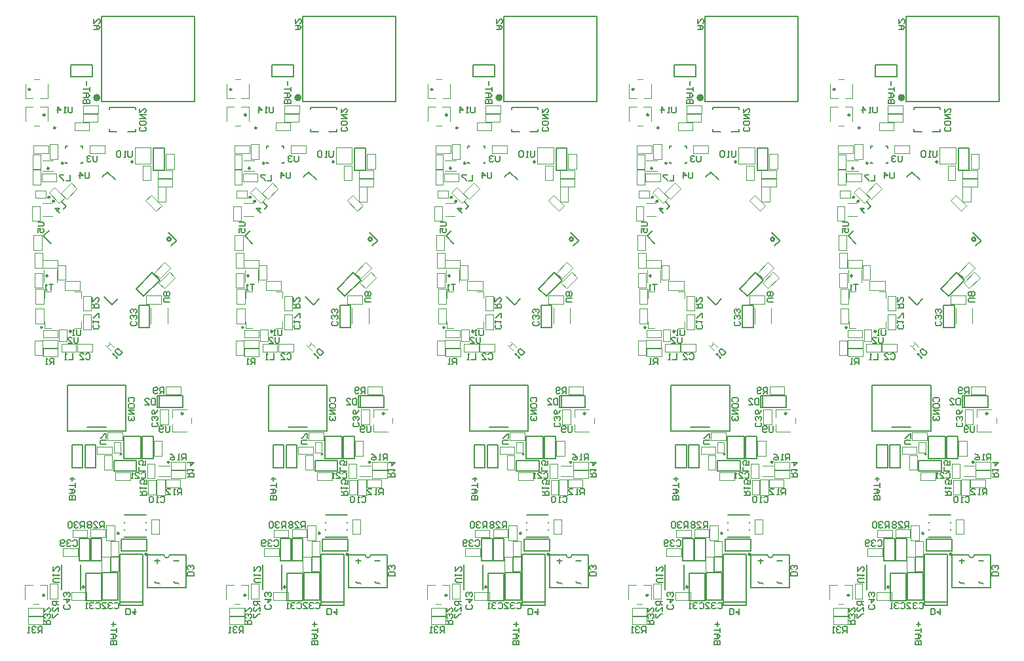
<source format=gbo>
G04*
G04 #@! TF.GenerationSoftware,Altium Limited,Altium Designer,20.0.13 (296)*
G04*
G04 Layer_Color=32896*
%FSAX25Y25*%
%MOIN*%
G70*
G01*
G75*
%ADD11C,0.00598*%
%ADD16C,0.00787*%
%ADD17C,0.01968*%
%ADD19C,0.01181*%
%ADD70C,0.01575*%
%ADD75C,0.01000*%
%ADD78C,0.00591*%
%ADD155C,0.00984*%
%ADD156C,0.00394*%
%ADD157C,0.00197*%
D11*
X0068083Y0115661D02*
X0064934D01*
Y0117235D01*
X0065459Y0117760D01*
X0065983D01*
X0066508Y0117235D01*
Y0115661D01*
Y0117235D01*
X0067033Y0117760D01*
X0067558D01*
X0068083Y0117235D01*
Y0115661D01*
X0064934Y0118809D02*
X0067033D01*
X0068083Y0119859D01*
X0067033Y0120908D01*
X0064934D01*
X0066508D01*
Y0118809D01*
X0068083Y0121958D02*
Y0124057D01*
Y0123007D01*
X0064934D01*
X0066508Y0125106D02*
Y0127205D01*
X0067558Y0126156D02*
X0065459D01*
X0089074Y0041831D02*
X0085925D01*
Y0043405D01*
X0086450Y0043930D01*
X0086975D01*
X0087499Y0043405D01*
Y0041831D01*
Y0043405D01*
X0088024Y0043930D01*
X0088549D01*
X0089074Y0043405D01*
Y0041831D01*
X0085925Y0044979D02*
X0088024D01*
X0089074Y0046029D01*
X0088024Y0047078D01*
X0085925D01*
X0087499D01*
Y0044979D01*
X0089074Y0048128D02*
Y0050227D01*
Y0049178D01*
X0085925D01*
X0087499Y0051277D02*
Y0053376D01*
X0088549Y0052326D02*
X0086450D01*
X0075275Y0317125D02*
X0072127D01*
Y0318699D01*
X0072652Y0319224D01*
X0073176D01*
X0073701Y0318699D01*
Y0317125D01*
Y0318699D01*
X0074226Y0319224D01*
X0074751D01*
X0075275Y0318699D01*
Y0317125D01*
X0072127Y0320274D02*
X0074226D01*
X0075275Y0321323D01*
X0074226Y0322373D01*
X0072127D01*
X0073701D01*
Y0320274D01*
X0075275Y0323422D02*
Y0325521D01*
Y0324472D01*
X0072127D01*
X0073701Y0326571D02*
Y0328670D01*
X0103491Y0305169D02*
X0104016Y0304644D01*
Y0303595D01*
X0103491Y0303070D01*
X0101392D01*
X0100867Y0303595D01*
Y0304644D01*
X0101392Y0305169D01*
X0104016Y0307793D02*
Y0306743D01*
X0103491Y0306219D01*
X0101392D01*
X0100867Y0306743D01*
Y0307793D01*
X0101392Y0308318D01*
X0103491D01*
X0104016Y0307793D01*
X0100867Y0309367D02*
X0104016D01*
X0100867Y0311466D01*
X0104016D01*
X0100867Y0314615D02*
Y0312516D01*
X0102966Y0314615D01*
X0103491D01*
X0104016Y0314090D01*
Y0313040D01*
X0103491Y0312516D01*
X0077520Y0354843D02*
X0079619D01*
X0080668Y0355892D01*
X0079619Y0356942D01*
X0077520D01*
X0079094D01*
Y0354843D01*
X0077520Y0360090D02*
Y0357991D01*
X0079619Y0360090D01*
X0080143D01*
X0080668Y0359565D01*
Y0358516D01*
X0080143Y0357991D01*
X0170445Y0115661D02*
X0167296D01*
Y0117235D01*
X0167821Y0117760D01*
X0168346D01*
X0168870Y0117235D01*
Y0115661D01*
Y0117235D01*
X0169395Y0117760D01*
X0169920D01*
X0170445Y0117235D01*
Y0115661D01*
X0167296Y0118809D02*
X0169395D01*
X0170445Y0119859D01*
X0169395Y0120908D01*
X0167296D01*
X0168870D01*
Y0118809D01*
X0170445Y0121958D02*
Y0124057D01*
Y0123007D01*
X0167296D01*
X0168870Y0125106D02*
Y0127205D01*
X0169920Y0126156D02*
X0167821D01*
X0191436Y0041831D02*
X0188287D01*
Y0043405D01*
X0188812Y0043930D01*
X0189337D01*
X0189862Y0043405D01*
Y0041831D01*
Y0043405D01*
X0190386Y0043930D01*
X0190911D01*
X0191436Y0043405D01*
Y0041831D01*
X0188287Y0044979D02*
X0190386D01*
X0191436Y0046029D01*
X0190386Y0047078D01*
X0188287D01*
X0189862D01*
Y0044979D01*
X0191436Y0048128D02*
Y0050227D01*
Y0049178D01*
X0188287D01*
X0189862Y0051277D02*
Y0053376D01*
X0190911Y0052326D02*
X0188812D01*
X0177638Y0317125D02*
X0174489D01*
Y0318699D01*
X0175014Y0319224D01*
X0175539D01*
X0176063Y0318699D01*
Y0317125D01*
Y0318699D01*
X0176588Y0319224D01*
X0177113D01*
X0177638Y0318699D01*
Y0317125D01*
X0174489Y0320274D02*
X0176588D01*
X0177638Y0321323D01*
X0176588Y0322373D01*
X0174489D01*
X0176063D01*
Y0320274D01*
X0177638Y0323422D02*
Y0325521D01*
Y0324472D01*
X0174489D01*
X0176063Y0326571D02*
Y0328670D01*
X0205853Y0305169D02*
X0206378Y0304644D01*
Y0303595D01*
X0205853Y0303070D01*
X0203754D01*
X0203229Y0303595D01*
Y0304644D01*
X0203754Y0305169D01*
X0206378Y0307793D02*
Y0306743D01*
X0205853Y0306219D01*
X0203754D01*
X0203229Y0306743D01*
Y0307793D01*
X0203754Y0308318D01*
X0205853D01*
X0206378Y0307793D01*
X0203229Y0309367D02*
X0206378D01*
X0203229Y0311466D01*
X0206378D01*
X0203229Y0314615D02*
Y0312516D01*
X0205328Y0314615D01*
X0205853D01*
X0206378Y0314090D01*
Y0313040D01*
X0205853Y0312516D01*
X0179882Y0354843D02*
X0181981D01*
X0183030Y0355892D01*
X0181981Y0356942D01*
X0179882D01*
X0181456D01*
Y0354843D01*
X0179882Y0360090D02*
Y0357991D01*
X0181981Y0360090D01*
X0182506D01*
X0183030Y0359565D01*
Y0358516D01*
X0182506Y0357991D01*
X0272807Y0115661D02*
X0269658D01*
Y0117235D01*
X0270183Y0117760D01*
X0270708D01*
X0271233Y0117235D01*
Y0115661D01*
Y0117235D01*
X0271757Y0117760D01*
X0272282D01*
X0272807Y0117235D01*
Y0115661D01*
X0269658Y0118809D02*
X0271757D01*
X0272807Y0119859D01*
X0271757Y0120908D01*
X0269658D01*
X0271233D01*
Y0118809D01*
X0272807Y0121958D02*
Y0124057D01*
Y0123007D01*
X0269658D01*
X0271233Y0125106D02*
Y0127205D01*
X0272282Y0126156D02*
X0270183D01*
X0293798Y0041831D02*
X0290650D01*
Y0043405D01*
X0291174Y0043930D01*
X0291699D01*
X0292224Y0043405D01*
Y0041831D01*
Y0043405D01*
X0292749Y0043930D01*
X0293273D01*
X0293798Y0043405D01*
Y0041831D01*
X0290650Y0044979D02*
X0292749D01*
X0293798Y0046029D01*
X0292749Y0047078D01*
X0290650D01*
X0292224D01*
Y0044979D01*
X0293798Y0048128D02*
Y0050227D01*
Y0049178D01*
X0290650D01*
X0292224Y0051277D02*
Y0053376D01*
X0293273Y0052326D02*
X0291174D01*
X0280000Y0317125D02*
X0276851D01*
Y0318699D01*
X0277376Y0319224D01*
X0277901D01*
X0278426Y0318699D01*
Y0317125D01*
Y0318699D01*
X0278950Y0319224D01*
X0279475D01*
X0280000Y0318699D01*
Y0317125D01*
X0276851Y0320274D02*
X0278950D01*
X0280000Y0321323D01*
X0278950Y0322373D01*
X0276851D01*
X0278426D01*
Y0320274D01*
X0280000Y0323422D02*
Y0325521D01*
Y0324472D01*
X0276851D01*
X0278426Y0326571D02*
Y0328670D01*
X0308215Y0305169D02*
X0308740Y0304644D01*
Y0303595D01*
X0308215Y0303070D01*
X0306116D01*
X0305591Y0303595D01*
Y0304644D01*
X0306116Y0305169D01*
X0308740Y0307793D02*
Y0306743D01*
X0308215Y0306219D01*
X0306116D01*
X0305591Y0306743D01*
Y0307793D01*
X0306116Y0308318D01*
X0308215D01*
X0308740Y0307793D01*
X0305591Y0309367D02*
X0308740D01*
X0305591Y0311466D01*
X0308740D01*
X0305591Y0314615D02*
Y0312516D01*
X0307691Y0314615D01*
X0308215D01*
X0308740Y0314090D01*
Y0313040D01*
X0308215Y0312516D01*
X0282244Y0354843D02*
X0284343D01*
X0285393Y0355892D01*
X0284343Y0356942D01*
X0282244D01*
X0283818D01*
Y0354843D01*
X0282244Y0360090D02*
Y0357991D01*
X0284343Y0360090D01*
X0284868D01*
X0285393Y0359565D01*
Y0358516D01*
X0284868Y0357991D01*
X0375169Y0115661D02*
X0372021D01*
Y0117235D01*
X0372545Y0117760D01*
X0373070D01*
X0373595Y0117235D01*
Y0115661D01*
Y0117235D01*
X0374120Y0117760D01*
X0374644D01*
X0375169Y0117235D01*
Y0115661D01*
X0372021Y0118809D02*
X0374120D01*
X0375169Y0119859D01*
X0374120Y0120908D01*
X0372021D01*
X0373595D01*
Y0118809D01*
X0375169Y0121958D02*
Y0124057D01*
Y0123007D01*
X0372021D01*
X0373595Y0125106D02*
Y0127205D01*
X0374644Y0126156D02*
X0372545D01*
X0396160Y0041831D02*
X0393012D01*
Y0043405D01*
X0393536Y0043930D01*
X0394061D01*
X0394586Y0043405D01*
Y0041831D01*
Y0043405D01*
X0395111Y0043930D01*
X0395636D01*
X0396160Y0043405D01*
Y0041831D01*
X0393012Y0044979D02*
X0395111D01*
X0396160Y0046029D01*
X0395111Y0047078D01*
X0393012D01*
X0394586D01*
Y0044979D01*
X0396160Y0048128D02*
Y0050227D01*
Y0049178D01*
X0393012D01*
X0394586Y0051277D02*
Y0053376D01*
X0395636Y0052326D02*
X0393536D01*
X0382362Y0317125D02*
X0379214D01*
Y0318699D01*
X0379738Y0319224D01*
X0380263D01*
X0380788Y0318699D01*
Y0317125D01*
Y0318699D01*
X0381312Y0319224D01*
X0381837D01*
X0382362Y0318699D01*
Y0317125D01*
X0379214Y0320274D02*
X0381312D01*
X0382362Y0321323D01*
X0381312Y0322373D01*
X0379214D01*
X0380788D01*
Y0320274D01*
X0382362Y0323422D02*
Y0325521D01*
Y0324472D01*
X0379214D01*
X0380788Y0326571D02*
Y0328670D01*
X0410577Y0305169D02*
X0411102Y0304644D01*
Y0303595D01*
X0410577Y0303070D01*
X0408478D01*
X0407954Y0303595D01*
Y0304644D01*
X0408478Y0305169D01*
X0411102Y0307793D02*
Y0306743D01*
X0410577Y0306219D01*
X0408478D01*
X0407954Y0306743D01*
Y0307793D01*
X0408478Y0308318D01*
X0410577D01*
X0411102Y0307793D01*
X0407954Y0309367D02*
X0411102D01*
X0407954Y0311466D01*
X0411102D01*
X0407954Y0314615D02*
Y0312516D01*
X0410053Y0314615D01*
X0410577D01*
X0411102Y0314090D01*
Y0313040D01*
X0410577Y0312516D01*
X0384606Y0354843D02*
X0386705D01*
X0387755Y0355892D01*
X0386705Y0356942D01*
X0384606D01*
X0386181D01*
Y0354843D01*
X0384606Y0360090D02*
Y0357991D01*
X0386705Y0360090D01*
X0387230D01*
X0387755Y0359565D01*
Y0358516D01*
X0387230Y0357991D01*
X0477531Y0115661D02*
X0474383D01*
Y0117235D01*
X0474907Y0117760D01*
X0475432D01*
X0475957Y0117235D01*
Y0115661D01*
Y0117235D01*
X0476482Y0117760D01*
X0477007D01*
X0477531Y0117235D01*
Y0115661D01*
X0474383Y0118809D02*
X0476482D01*
X0477531Y0119859D01*
X0476482Y0120908D01*
X0474383D01*
X0475957D01*
Y0118809D01*
X0477531Y0121958D02*
Y0124057D01*
Y0123007D01*
X0474383D01*
X0475957Y0125106D02*
Y0127205D01*
X0477007Y0126156D02*
X0474907D01*
X0498523Y0041831D02*
X0495374D01*
Y0043405D01*
X0495899Y0043930D01*
X0496423D01*
X0496948Y0043405D01*
Y0041831D01*
Y0043405D01*
X0497473Y0043930D01*
X0497998D01*
X0498523Y0043405D01*
Y0041831D01*
X0495374Y0044979D02*
X0497473D01*
X0498523Y0046029D01*
X0497473Y0047078D01*
X0495374D01*
X0496948D01*
Y0044979D01*
X0498523Y0048128D02*
Y0050227D01*
Y0049178D01*
X0495374D01*
X0496948Y0051277D02*
Y0053376D01*
X0497998Y0052326D02*
X0495899D01*
X0484724Y0317125D02*
X0481576D01*
Y0318699D01*
X0482100Y0319224D01*
X0482625D01*
X0483150Y0318699D01*
Y0317125D01*
Y0318699D01*
X0483675Y0319224D01*
X0484199D01*
X0484724Y0318699D01*
Y0317125D01*
X0481576Y0320274D02*
X0483675D01*
X0484724Y0321323D01*
X0483675Y0322373D01*
X0481576D01*
X0483150D01*
Y0320274D01*
X0484724Y0323422D02*
Y0325521D01*
Y0324472D01*
X0481576D01*
X0483150Y0326571D02*
Y0328670D01*
X0512940Y0305169D02*
X0513464Y0304644D01*
Y0303595D01*
X0512940Y0303070D01*
X0510841D01*
X0510316Y0303595D01*
Y0304644D01*
X0510841Y0305169D01*
X0513464Y0307793D02*
Y0306743D01*
X0512940Y0306219D01*
X0510841D01*
X0510316Y0306743D01*
Y0307793D01*
X0510841Y0308318D01*
X0512940D01*
X0513464Y0307793D01*
X0510316Y0309367D02*
X0513464D01*
X0510316Y0311466D01*
X0513464D01*
X0510316Y0314615D02*
Y0312516D01*
X0512415Y0314615D01*
X0512940D01*
X0513464Y0314090D01*
Y0313040D01*
X0512940Y0312516D01*
X0486969Y0354843D02*
X0489068D01*
X0490117Y0355892D01*
X0489068Y0356942D01*
X0486969D01*
X0488543D01*
Y0354843D01*
X0486969Y0360090D02*
Y0357991D01*
X0489068Y0360090D01*
X0489592D01*
X0490117Y0359565D01*
Y0358516D01*
X0489592Y0357991D01*
D16*
X0113124Y0087519D02*
G03*
X0116011Y0087519I0001444J0000000D01*
G01*
X0085277Y0302871D02*
X0089214D01*
X0085277D02*
X0085277Y0304052D01*
X0098662Y0302871D02*
Y0304052D01*
X0094725Y0302871D02*
X0098662D01*
X0085277Y0314288D02*
Y0315075D01*
X0098662D01*
Y0314288D02*
Y0315075D01*
X0073899Y0152519D02*
X0083741D01*
X0064056Y0173936D02*
X0093820D01*
X0064056Y0150550D02*
X0093820D01*
Y0173936D01*
X0064056Y0150550D02*
Y0173936D01*
X0076603Y0330779D02*
Y0336779D01*
X0065603D02*
X0076603D01*
X0065603Y0330779D02*
Y0336779D01*
Y0330779D02*
X0076603D01*
X0107841Y0294608D02*
X0113341D01*
Y0283108D02*
Y0294608D01*
X0107841Y0283108D02*
X0113341D01*
X0107841D02*
Y0294608D01*
X0128661Y0318347D02*
Y0361654D01*
X0081417Y0318347D02*
X0128661D01*
X0081417Y0361654D02*
X0128661D01*
X0081417Y0318347D02*
Y0361654D01*
X0089867Y0064377D02*
Y0078377D01*
X0081867Y0064377D02*
X0089867D01*
X0081867D02*
Y0078377D01*
X0089867D01*
X0081402Y0064338D02*
Y0078338D01*
X0073403Y0064338D02*
X0081402D01*
X0073403D02*
Y0078338D01*
X0081402D01*
X0090749Y0063424D02*
X0102166D01*
X0102245Y0061889D02*
Y0087834D01*
X0090670D02*
X0102245D01*
X0090670Y0061889D02*
Y0087834D01*
Y0061889D02*
X0102245D01*
X0091493Y0095511D02*
X0104493D01*
Y0091058D02*
Y0095511D01*
X0091497Y0089605D02*
X0104493D01*
Y0091058D01*
X0091497Y0089605D02*
Y0095507D01*
X0109773Y0168499D02*
X0122773D01*
Y0162499D02*
Y0168499D01*
X0109773Y0162499D02*
X0122773D01*
X0110773D02*
Y0168499D01*
X0109773Y0162499D02*
Y0168499D01*
X0104725Y0070983D02*
X0124410D01*
Y0087519D01*
X0104725Y0077807D02*
Y0087519D01*
Y0070983D02*
Y0077807D01*
Y0087519D02*
X0113124D01*
X0116011D02*
X0124410D01*
X0105822Y0203107D02*
Y0214607D01*
X0100322D02*
X0105822D01*
X0100322Y0203107D02*
Y0214607D01*
Y0203107D02*
X0105822D01*
X0102840Y0219028D02*
X0110972Y0227160D01*
X0107083Y0231049D02*
X0110972Y0227160D01*
X0098951Y0222917D02*
X0107083Y0231049D01*
X0098951Y0222917D02*
X0102840Y0219028D01*
X0086644Y0214879D02*
X0086866D01*
X0089678Y0217691D01*
X0082746Y0218777D02*
X0086644Y0214879D01*
X0051873Y0249761D02*
X0055631Y0246003D01*
X0051873Y0249761D02*
Y0249873D01*
X0054657Y0252657D01*
X0081716Y0279772D02*
X0084250Y0282305D01*
X0084417D01*
X0088231Y0278491D01*
X0115374Y0251404D02*
X0119382Y0247395D01*
Y0247340D02*
Y0247395D01*
X0116765Y0244723D02*
X0119382Y0247340D01*
X0063151Y0295354D02*
X0064135D01*
X0063151Y0294369D02*
Y0295354D01*
X0071812Y0294369D02*
Y0295354D01*
X0070828D02*
X0071812D01*
X0070828Y0286692D02*
X0071812D01*
Y0287676D01*
X0063151Y0286692D02*
X0064135D01*
X0063151D02*
Y0287676D01*
X0070552Y0069999D02*
Y0082598D01*
X0061103Y0069999D02*
Y0082598D01*
X0075991Y0084407D02*
Y0095907D01*
Y0084407D02*
X0081491D01*
Y0095907D01*
X0075991D02*
X0081491D01*
X0070007Y0084446D02*
Y0095946D01*
Y0084446D02*
X0075507D01*
Y0095946D01*
X0070007D02*
X0075507D01*
X0102054Y0147954D02*
X0107554D01*
Y0136454D02*
Y0147954D01*
X0102054Y0136454D02*
X0107554D01*
X0102054D02*
Y0147954D01*
X0092638Y0136496D02*
X0101299D01*
Y0147914D01*
X0092638D02*
X0101299D01*
X0092638Y0136496D02*
Y0147914D01*
X0087676Y0130084D02*
Y0135584D01*
X0099176D01*
Y0130084D02*
Y0135584D01*
X0087676Y0130084D02*
X0099176D01*
X0066306Y0131887D02*
X0071806D01*
X0066306D02*
Y0143387D01*
X0071806D01*
Y0131887D02*
Y0143387D01*
X0072920Y0131926D02*
X0078420D01*
X0072920D02*
Y0143426D01*
X0078420D01*
Y0131926D02*
Y0143426D01*
X0108269Y0084370D02*
X0110892D01*
X0109581Y0083058D02*
Y0085682D01*
X0118111Y0084370D02*
X0120735D01*
X0108269Y0074003D02*
X0108925Y0073347D01*
X0110237D01*
X0110892Y0072691D01*
X0118111Y0074003D02*
X0118767Y0073347D01*
X0120079D01*
X0120735Y0072691D01*
X0215486Y0087519D02*
G03*
X0218374Y0087519I0001444J0000000D01*
G01*
X0187639Y0302871D02*
X0191576D01*
X0187639D02*
X0187639Y0304052D01*
X0201025Y0302871D02*
Y0304052D01*
X0197088Y0302871D02*
X0201025D01*
X0187639Y0314288D02*
Y0315075D01*
X0201025D01*
Y0314288D02*
Y0315075D01*
X0176261Y0152519D02*
X0186103D01*
X0166418Y0173936D02*
X0196182D01*
X0166418Y0150550D02*
X0196182D01*
Y0173936D01*
X0166418Y0150550D02*
Y0173936D01*
X0178965Y0330779D02*
Y0336779D01*
X0167965D02*
X0178965D01*
X0167965Y0330779D02*
Y0336779D01*
Y0330779D02*
X0178965D01*
X0210203Y0294608D02*
X0215703D01*
Y0283108D02*
Y0294608D01*
X0210203Y0283108D02*
X0215703D01*
X0210203D02*
Y0294608D01*
X0231024Y0318347D02*
Y0361654D01*
X0183780Y0318347D02*
X0231024D01*
X0183780Y0361654D02*
X0231024D01*
X0183780Y0318347D02*
Y0361654D01*
X0192229Y0064377D02*
Y0078377D01*
X0184229Y0064377D02*
X0192229D01*
X0184229D02*
Y0078377D01*
X0192229D01*
X0183765Y0064338D02*
Y0078338D01*
X0175765Y0064338D02*
X0183765D01*
X0175765D02*
Y0078338D01*
X0183765D01*
X0193111Y0063424D02*
X0204528D01*
X0204607Y0061889D02*
Y0087834D01*
X0193032D02*
X0204607D01*
X0193032Y0061889D02*
Y0087834D01*
Y0061889D02*
X0204607D01*
X0193855Y0095511D02*
X0206855D01*
Y0091058D02*
Y0095511D01*
X0193859Y0089605D02*
X0206855D01*
Y0091058D01*
X0193859Y0089605D02*
Y0095507D01*
X0212135Y0168499D02*
X0225135D01*
Y0162499D02*
Y0168499D01*
X0212135Y0162499D02*
X0225135D01*
X0213135D02*
Y0168499D01*
X0212135Y0162499D02*
Y0168499D01*
X0207087Y0070983D02*
X0226772D01*
Y0087519D01*
X0207087Y0077807D02*
Y0087519D01*
Y0070983D02*
Y0077807D01*
Y0087519D02*
X0215486D01*
X0218374D02*
X0226772D01*
X0208184Y0203107D02*
Y0214607D01*
X0202684D02*
X0208184D01*
X0202684Y0203107D02*
Y0214607D01*
Y0203107D02*
X0208184D01*
X0205202Y0219028D02*
X0213334Y0227160D01*
X0209445Y0231049D02*
X0213334Y0227160D01*
X0201313Y0222917D02*
X0209445Y0231049D01*
X0201313Y0222917D02*
X0205202Y0219028D01*
X0189006Y0214879D02*
X0189229D01*
X0192040Y0217691D01*
X0185108Y0218777D02*
X0189006Y0214879D01*
X0154235Y0249761D02*
X0157993Y0246003D01*
X0154235Y0249761D02*
Y0249873D01*
X0157019Y0252657D01*
X0184079Y0279772D02*
X0186612Y0282305D01*
X0186779D01*
X0190593Y0278491D01*
X0217736Y0251404D02*
X0221744Y0247395D01*
Y0247340D02*
Y0247395D01*
X0219128Y0244723D02*
X0221744Y0247340D01*
X0165513Y0295354D02*
X0166497D01*
X0165513Y0294369D02*
Y0295354D01*
X0174174Y0294369D02*
Y0295354D01*
X0173190D02*
X0174174D01*
X0173190Y0286692D02*
X0174174D01*
Y0287676D01*
X0165513Y0286692D02*
X0166497D01*
X0165513D02*
Y0287676D01*
X0172914Y0069999D02*
Y0082598D01*
X0163465Y0069999D02*
Y0082598D01*
X0178353Y0084407D02*
Y0095907D01*
Y0084407D02*
X0183853D01*
Y0095907D01*
X0178353D02*
X0183853D01*
X0172369Y0084446D02*
Y0095946D01*
Y0084446D02*
X0177869D01*
Y0095946D01*
X0172369D02*
X0177869D01*
X0204416Y0147954D02*
X0209916D01*
Y0136454D02*
Y0147954D01*
X0204416Y0136454D02*
X0209916D01*
X0204416D02*
Y0147954D01*
X0195000Y0136496D02*
X0203661D01*
Y0147914D01*
X0195000D02*
X0203661D01*
X0195000Y0136496D02*
Y0147914D01*
X0190038Y0130084D02*
Y0135584D01*
X0201538D01*
Y0130084D02*
Y0135584D01*
X0190038Y0130084D02*
X0201538D01*
X0168668Y0131887D02*
X0174168D01*
X0168668D02*
Y0143387D01*
X0174168D01*
Y0131887D02*
Y0143387D01*
X0175282Y0131926D02*
X0180782D01*
X0175282D02*
Y0143426D01*
X0180782D01*
Y0131926D02*
Y0143426D01*
X0210631Y0084370D02*
X0213255D01*
X0211943Y0083058D02*
Y0085682D01*
X0220473Y0084370D02*
X0223097D01*
X0210631Y0074003D02*
X0211287Y0073347D01*
X0212599D01*
X0213255Y0072691D01*
X0220473Y0074003D02*
X0221129Y0073347D01*
X0222441D01*
X0223097Y0072691D01*
X0317849Y0087519D02*
G03*
X0320736Y0087519I0001444J0000000D01*
G01*
X0290001Y0302871D02*
X0293938D01*
X0290001D02*
X0290001Y0304052D01*
X0303387Y0302871D02*
Y0304052D01*
X0299450Y0302871D02*
X0303387D01*
X0290001Y0314288D02*
Y0315075D01*
X0303387D01*
Y0314288D02*
Y0315075D01*
X0278623Y0152519D02*
X0288465D01*
X0268780Y0173936D02*
X0298544D01*
X0268780Y0150550D02*
X0298544D01*
Y0173936D01*
X0268780Y0150550D02*
Y0173936D01*
X0281328Y0330779D02*
Y0336779D01*
X0270328D02*
X0281328D01*
X0270328Y0330779D02*
Y0336779D01*
Y0330779D02*
X0281328D01*
X0312565Y0294608D02*
X0318065D01*
Y0283108D02*
Y0294608D01*
X0312565Y0283108D02*
X0318065D01*
X0312565D02*
Y0294608D01*
X0333386Y0318347D02*
Y0361654D01*
X0286142Y0318347D02*
X0333386D01*
X0286142Y0361654D02*
X0333386D01*
X0286142Y0318347D02*
Y0361654D01*
X0294591Y0064377D02*
Y0078377D01*
X0286591Y0064377D02*
X0294591D01*
X0286591D02*
Y0078377D01*
X0294591D01*
X0286127Y0064338D02*
Y0078338D01*
X0278127Y0064338D02*
X0286127D01*
X0278127D02*
Y0078338D01*
X0286127D01*
X0295473Y0063424D02*
X0306891D01*
X0306969Y0061889D02*
Y0087834D01*
X0295395D02*
X0306969D01*
X0295395Y0061889D02*
Y0087834D01*
Y0061889D02*
X0306969D01*
X0296217Y0095511D02*
X0309217D01*
Y0091058D02*
Y0095511D01*
X0296221Y0089605D02*
X0309217D01*
Y0091058D01*
X0296221Y0089605D02*
Y0095507D01*
X0314497Y0168499D02*
X0327497D01*
Y0162499D02*
Y0168499D01*
X0314497Y0162499D02*
X0327497D01*
X0315497D02*
Y0168499D01*
X0314497Y0162499D02*
Y0168499D01*
X0309450Y0070983D02*
X0329135D01*
Y0087519D01*
X0309450Y0077807D02*
Y0087519D01*
Y0070983D02*
Y0077807D01*
Y0087519D02*
X0317849D01*
X0320736D02*
X0329135D01*
X0310546Y0203107D02*
Y0214607D01*
X0305046D02*
X0310546D01*
X0305046Y0203107D02*
Y0214607D01*
Y0203107D02*
X0310546D01*
X0307565Y0219028D02*
X0315696Y0227160D01*
X0311807Y0231049D02*
X0315696Y0227160D01*
X0303676Y0222917D02*
X0311807Y0231049D01*
X0303676Y0222917D02*
X0307565Y0219028D01*
X0291368Y0214879D02*
X0291591D01*
X0294403Y0217691D01*
X0287471Y0218777D02*
X0291368Y0214879D01*
X0256597Y0249761D02*
X0260356Y0246003D01*
X0256597Y0249761D02*
Y0249873D01*
X0259381Y0252657D01*
X0286441Y0279772D02*
X0288974Y0282305D01*
X0289141D01*
X0292955Y0278491D01*
X0320098Y0251404D02*
X0324107Y0247395D01*
Y0247340D02*
Y0247395D01*
X0321490Y0244723D02*
X0324107Y0247340D01*
X0267875Y0295354D02*
X0268859D01*
X0267875Y0294369D02*
Y0295354D01*
X0276536Y0294369D02*
Y0295354D01*
X0275552D02*
X0276536D01*
X0275552Y0286692D02*
X0276536D01*
Y0287676D01*
X0267875Y0286692D02*
X0268859D01*
X0267875D02*
Y0287676D01*
X0275276Y0069999D02*
Y0082598D01*
X0265828Y0069999D02*
Y0082598D01*
X0280715Y0084407D02*
Y0095907D01*
Y0084407D02*
X0286215D01*
Y0095907D01*
X0280715D02*
X0286215D01*
X0274731Y0084446D02*
Y0095946D01*
Y0084446D02*
X0280231D01*
Y0095946D01*
X0274731D02*
X0280231D01*
X0306778Y0147954D02*
X0312278D01*
Y0136454D02*
Y0147954D01*
X0306778Y0136454D02*
X0312278D01*
X0306778D02*
Y0147954D01*
X0297362Y0136496D02*
X0306024D01*
Y0147914D01*
X0297362D02*
X0306024D01*
X0297362Y0136496D02*
Y0147914D01*
X0292401Y0130084D02*
Y0135584D01*
X0303901D01*
Y0130084D02*
Y0135584D01*
X0292401Y0130084D02*
X0303901D01*
X0271030Y0131887D02*
X0276530D01*
X0271030D02*
Y0143387D01*
X0276530D01*
Y0131887D02*
Y0143387D01*
X0277645Y0131926D02*
X0283145D01*
X0277645D02*
Y0143426D01*
X0283145D01*
Y0131926D02*
Y0143426D01*
X0312993Y0084370D02*
X0315617D01*
X0314305Y0083058D02*
Y0085682D01*
X0322835Y0084370D02*
X0325459D01*
X0312993Y0074003D02*
X0313649Y0073347D01*
X0314961D01*
X0315617Y0072691D01*
X0322835Y0074003D02*
X0323492Y0073347D01*
X0324803D01*
X0325459Y0072691D01*
X0420211Y0087519D02*
G03*
X0423098Y0087519I0001444J0000000D01*
G01*
X0392363Y0302871D02*
X0396300D01*
X0392363D02*
X0392363Y0304052D01*
X0405749Y0302871D02*
Y0304052D01*
X0401812Y0302871D02*
X0405749D01*
X0392363Y0314288D02*
Y0315075D01*
X0405749D01*
Y0314288D02*
Y0315075D01*
X0380985Y0152519D02*
X0390828D01*
X0371143Y0173936D02*
X0400906D01*
X0371143Y0150550D02*
X0400906D01*
Y0173936D01*
X0371143Y0150550D02*
Y0173936D01*
X0383690Y0330779D02*
Y0336779D01*
X0372690D02*
X0383690D01*
X0372690Y0330779D02*
Y0336779D01*
Y0330779D02*
X0383690D01*
X0414927Y0294608D02*
X0420427D01*
Y0283108D02*
Y0294608D01*
X0414927Y0283108D02*
X0420427D01*
X0414927D02*
Y0294608D01*
X0435748Y0318347D02*
Y0361654D01*
X0388504Y0318347D02*
X0435748D01*
X0388504Y0361654D02*
X0435748D01*
X0388504Y0318347D02*
Y0361654D01*
X0396954Y0064377D02*
Y0078377D01*
X0388954Y0064377D02*
X0396954D01*
X0388954D02*
Y0078377D01*
X0396954D01*
X0388489Y0064338D02*
Y0078338D01*
X0380489Y0064338D02*
X0388489D01*
X0380489D02*
Y0078338D01*
X0388489D01*
X0397835Y0063424D02*
X0409253D01*
X0409332Y0061889D02*
Y0087834D01*
X0397757D02*
X0409332D01*
X0397757Y0061889D02*
Y0087834D01*
Y0061889D02*
X0409332D01*
X0398580Y0095511D02*
X0411580D01*
Y0091058D02*
Y0095511D01*
X0398584Y0089605D02*
X0411580D01*
Y0091058D01*
X0398584Y0089605D02*
Y0095507D01*
X0416859Y0168499D02*
X0429859D01*
Y0162499D02*
Y0168499D01*
X0416859Y0162499D02*
X0429859D01*
X0417859D02*
Y0168499D01*
X0416859Y0162499D02*
Y0168499D01*
X0411812Y0070983D02*
X0431497D01*
Y0087519D01*
X0411812Y0077807D02*
Y0087519D01*
Y0070983D02*
Y0077807D01*
Y0087519D02*
X0420211D01*
X0423098D02*
X0431497D01*
X0412908Y0203107D02*
Y0214607D01*
X0407408D02*
X0412908D01*
X0407408Y0203107D02*
Y0214607D01*
Y0203107D02*
X0412908D01*
X0409927Y0219028D02*
X0418058Y0227160D01*
X0414169Y0231049D02*
X0418058Y0227160D01*
X0406038Y0222917D02*
X0414169Y0231049D01*
X0406038Y0222917D02*
X0409927Y0219028D01*
X0393730Y0214879D02*
X0393953D01*
X0396765Y0217691D01*
X0389833Y0218777D02*
X0393730Y0214879D01*
X0358960Y0249761D02*
X0362718Y0246003D01*
X0358960Y0249761D02*
Y0249873D01*
X0361743Y0252657D01*
X0388803Y0279772D02*
X0391336Y0282305D01*
X0391503D01*
X0395317Y0278491D01*
X0422460Y0251404D02*
X0426469Y0247395D01*
Y0247340D02*
Y0247395D01*
X0423852Y0244723D02*
X0426469Y0247340D01*
X0370237Y0295354D02*
X0371221D01*
X0370237Y0294369D02*
Y0295354D01*
X0378899Y0294369D02*
Y0295354D01*
X0377914D02*
X0378899D01*
X0377914Y0286692D02*
X0378899D01*
Y0287676D01*
X0370237Y0286692D02*
X0371221D01*
X0370237D02*
Y0287676D01*
X0377639Y0069999D02*
Y0082598D01*
X0368190Y0069999D02*
Y0082598D01*
X0383078Y0084407D02*
Y0095907D01*
Y0084407D02*
X0388578D01*
Y0095907D01*
X0383078D02*
X0388578D01*
X0377093Y0084446D02*
Y0095946D01*
Y0084446D02*
X0382593D01*
Y0095946D01*
X0377093D02*
X0382593D01*
X0409141Y0147954D02*
X0414641D01*
Y0136454D02*
Y0147954D01*
X0409141Y0136454D02*
X0414641D01*
X0409141D02*
Y0147954D01*
X0399724Y0136496D02*
X0408386D01*
Y0147914D01*
X0399724D02*
X0408386D01*
X0399724Y0136496D02*
Y0147914D01*
X0394763Y0130084D02*
Y0135584D01*
X0406263D01*
Y0130084D02*
Y0135584D01*
X0394763Y0130084D02*
X0406263D01*
X0373393Y0131887D02*
X0378893D01*
X0373393D02*
Y0143387D01*
X0378893D01*
Y0131887D02*
Y0143387D01*
X0380007Y0131926D02*
X0385507D01*
X0380007D02*
Y0143426D01*
X0385507D01*
Y0131926D02*
Y0143426D01*
X0415355Y0084370D02*
X0417979D01*
X0416667Y0083058D02*
Y0085682D01*
X0425198Y0084370D02*
X0427822D01*
X0415355Y0074003D02*
X0416011Y0073347D01*
X0417323D01*
X0417979Y0072691D01*
X0425198Y0074003D02*
X0425854Y0073347D01*
X0427166D01*
X0427822Y0072691D01*
X0522573Y0087519D02*
G03*
X0525460Y0087519I0001444J0000000D01*
G01*
X0494725Y0302871D02*
X0498662D01*
X0494725D02*
X0494725Y0304052D01*
X0508111Y0302871D02*
Y0304052D01*
X0504174Y0302871D02*
X0508111D01*
X0494725Y0314288D02*
Y0315075D01*
X0508111D01*
Y0314288D02*
Y0315075D01*
X0483347Y0152519D02*
X0493190D01*
X0473505Y0173936D02*
X0503269D01*
X0473505Y0150550D02*
X0503269D01*
Y0173936D01*
X0473505Y0150550D02*
Y0173936D01*
X0486052Y0330779D02*
Y0336779D01*
X0475052D02*
X0486052D01*
X0475052Y0330779D02*
Y0336779D01*
Y0330779D02*
X0486052D01*
X0517289Y0294608D02*
X0522789D01*
Y0283108D02*
Y0294608D01*
X0517289Y0283108D02*
X0522789D01*
X0517289D02*
Y0294608D01*
X0538110Y0318347D02*
Y0361654D01*
X0490866Y0318347D02*
X0538110D01*
X0490866Y0361654D02*
X0538110D01*
X0490866Y0318347D02*
Y0361654D01*
X0499316Y0064377D02*
Y0078377D01*
X0491316Y0064377D02*
X0499316D01*
X0491316D02*
Y0078377D01*
X0499316D01*
X0490851Y0064338D02*
Y0078338D01*
X0482851Y0064338D02*
X0490851D01*
X0482851D02*
Y0078338D01*
X0490851D01*
X0500198Y0063424D02*
X0511615D01*
X0511694Y0061889D02*
Y0087834D01*
X0500119D02*
X0511694D01*
X0500119Y0061889D02*
Y0087834D01*
Y0061889D02*
X0511694D01*
X0500942Y0095511D02*
X0513942D01*
Y0091058D02*
Y0095511D01*
X0500946Y0089605D02*
X0513942D01*
Y0091058D01*
X0500946Y0089605D02*
Y0095507D01*
X0519221Y0168499D02*
X0532221D01*
Y0162499D02*
Y0168499D01*
X0519221Y0162499D02*
X0532221D01*
X0520221D02*
Y0168499D01*
X0519221Y0162499D02*
Y0168499D01*
X0514174Y0070983D02*
X0533859D01*
Y0087519D01*
X0514174Y0077807D02*
Y0087519D01*
Y0070983D02*
Y0077807D01*
Y0087519D02*
X0522573D01*
X0525460D02*
X0533859D01*
X0515271Y0203107D02*
Y0214607D01*
X0509771D02*
X0515271D01*
X0509771Y0203107D02*
Y0214607D01*
Y0203107D02*
X0515271D01*
X0512289Y0219028D02*
X0520421Y0227160D01*
X0516532Y0231049D02*
X0520421Y0227160D01*
X0508400Y0222917D02*
X0516532Y0231049D01*
X0508400Y0222917D02*
X0512289Y0219028D01*
X0496093Y0214879D02*
X0496315D01*
X0499127Y0217691D01*
X0492195Y0218777D02*
X0496093Y0214879D01*
X0461322Y0249761D02*
X0465080Y0246003D01*
X0461322Y0249761D02*
Y0249873D01*
X0464106Y0252657D01*
X0491165Y0279772D02*
X0493698Y0282305D01*
X0493865D01*
X0497679Y0278491D01*
X0524822Y0251404D02*
X0528831Y0247395D01*
Y0247340D02*
Y0247395D01*
X0526214Y0244723D02*
X0528831Y0247340D01*
X0472599Y0295354D02*
X0473584D01*
X0472599Y0294369D02*
Y0295354D01*
X0481261Y0294369D02*
Y0295354D01*
X0480276D02*
X0481261D01*
X0480276Y0286692D02*
X0481261D01*
Y0287676D01*
X0472599Y0286692D02*
X0473584D01*
X0472599D02*
Y0287676D01*
X0480001Y0069999D02*
Y0082598D01*
X0470552Y0069999D02*
Y0082598D01*
X0485440Y0084407D02*
Y0095907D01*
Y0084407D02*
X0490940D01*
Y0095907D01*
X0485440D02*
X0490940D01*
X0479456Y0084446D02*
Y0095946D01*
Y0084446D02*
X0484956D01*
Y0095946D01*
X0479456D02*
X0484956D01*
X0511503Y0147954D02*
X0517003D01*
Y0136454D02*
Y0147954D01*
X0511503Y0136454D02*
X0517003D01*
X0511503D02*
Y0147954D01*
X0502087Y0136496D02*
X0510748D01*
Y0147914D01*
X0502087D02*
X0510748D01*
X0502087Y0136496D02*
Y0147914D01*
X0497125Y0130084D02*
Y0135584D01*
X0508625D01*
Y0130084D02*
Y0135584D01*
X0497125Y0130084D02*
X0508625D01*
X0475755Y0131887D02*
X0481255D01*
X0475755D02*
Y0143387D01*
X0481255D01*
Y0131887D02*
Y0143387D01*
X0482369Y0131926D02*
X0487869D01*
X0482369D02*
Y0143426D01*
X0487869D01*
Y0131926D02*
Y0143426D01*
X0517717Y0084370D02*
X0520341D01*
X0519029Y0083058D02*
Y0085682D01*
X0527560Y0084370D02*
X0530184D01*
X0517717Y0074003D02*
X0518373Y0073347D01*
X0519685D01*
X0520341Y0072691D01*
X0527560Y0074003D02*
X0528216Y0073347D01*
X0529528D01*
X0530184Y0072691D01*
D17*
X0079806Y0320168D02*
G03*
X0079806Y0320168I-0000880J0000000D01*
G01*
X0182168D02*
G03*
X0182168Y0320168I-0000880J0000000D01*
G01*
X0284530D02*
G03*
X0284530Y0320168I-0000880J0000000D01*
G01*
X0386892D02*
G03*
X0386892Y0320168I-0000880J0000000D01*
G01*
X0489254D02*
G03*
X0489254Y0320168I-0000880J0000000D01*
G01*
D19*
X0091247Y0138700D02*
G03*
X0091247Y0138700I-0000223J0000000D01*
G01*
X0193609D02*
G03*
X0193609Y0138700I-0000223J0000000D01*
G01*
X0295972D02*
G03*
X0295972Y0138700I-0000223J0000000D01*
G01*
X0398334D02*
G03*
X0398334Y0138700I-0000223J0000000D01*
G01*
X0500696D02*
G03*
X0500696Y0138700I-0000223J0000000D01*
G01*
D70*
X0054603Y0269534D02*
G03*
X0054603Y0269534I-0000224J0000000D01*
G01*
X0056942Y0267503D02*
G03*
X0056942Y0267503I-0000220J0000000D01*
G01*
X0156965Y0269534D02*
G03*
X0156965Y0269534I-0000224J0000000D01*
G01*
X0159304Y0267503D02*
G03*
X0159304Y0267503I-0000220J0000000D01*
G01*
X0259328Y0269534D02*
G03*
X0259328Y0269534I-0000224J0000000D01*
G01*
X0261666Y0267503D02*
G03*
X0261666Y0267503I-0000220J0000000D01*
G01*
X0361690Y0269534D02*
G03*
X0361690Y0269534I-0000224J0000000D01*
G01*
X0364029Y0267503D02*
G03*
X0364029Y0267503I-0000220J0000000D01*
G01*
X0464052Y0269534D02*
G03*
X0464052Y0269534I-0000224J0000000D01*
G01*
X0466391Y0267503D02*
G03*
X0466391Y0267503I-0000220J0000000D01*
G01*
D75*
X0097377Y0287544D02*
G03*
X0097377Y0287544I-0000487J0000000D01*
G01*
X0051173Y0203227D02*
G03*
X0051173Y0203227I-0000424J0000000D01*
G01*
X0116614Y0248150D02*
G03*
X0116614Y0248150I-0000905J0000000D01*
G01*
X0054602Y0284207D02*
G03*
X0054602Y0284207I-0000473J0000000D01*
G01*
X0061867Y0286849D02*
G03*
X0061867Y0286849I-0000449J0000000D01*
G01*
X0072684Y0071180D02*
G03*
X0072684Y0071180I-0000557J0000000D01*
G01*
X0057891Y0304802D02*
G03*
X0057891Y0304802I-0000449J0000000D01*
G01*
X0115827Y0134697D02*
G03*
X0115827Y0134697I-0000473J0000000D01*
G01*
X0054018Y0229524D02*
G03*
X0054018Y0229524I-0000473J0000000D01*
G01*
X0066101Y0201258D02*
G03*
X0066101Y0201243I-0000590J-0000031D01*
G01*
X0199739Y0287544D02*
G03*
X0199739Y0287544I-0000487J0000000D01*
G01*
X0153535Y0203227D02*
G03*
X0153535Y0203227I-0000424J0000000D01*
G01*
X0218976Y0248150D02*
G03*
X0218976Y0248150I-0000905J0000000D01*
G01*
X0156965Y0284207D02*
G03*
X0156965Y0284207I-0000473J0000000D01*
G01*
X0164229Y0286849D02*
G03*
X0164229Y0286849I-0000449J0000000D01*
G01*
X0175046Y0071180D02*
G03*
X0175046Y0071180I-0000557J0000000D01*
G01*
X0160253Y0304802D02*
G03*
X0160253Y0304802I-0000449J0000000D01*
G01*
X0218189Y0134697D02*
G03*
X0218189Y0134697I-0000473J0000000D01*
G01*
X0156380Y0229524D02*
G03*
X0156380Y0229524I-0000473J0000000D01*
G01*
X0168463Y0201258D02*
G03*
X0168463Y0201243I-0000590J-0000031D01*
G01*
X0302101Y0287544D02*
G03*
X0302101Y0287544I-0000487J0000000D01*
G01*
X0255897Y0203227D02*
G03*
X0255897Y0203227I-0000424J0000000D01*
G01*
X0321339Y0248150D02*
G03*
X0321339Y0248150I-0000905J0000000D01*
G01*
X0259327Y0284207D02*
G03*
X0259327Y0284207I-0000473J0000000D01*
G01*
X0266592Y0286849D02*
G03*
X0266592Y0286849I-0000449J0000000D01*
G01*
X0277408Y0071180D02*
G03*
X0277408Y0071180I-0000557J0000000D01*
G01*
X0262615Y0304802D02*
G03*
X0262615Y0304802I-0000449J0000000D01*
G01*
X0320551Y0134697D02*
G03*
X0320551Y0134697I-0000473J0000000D01*
G01*
X0258742Y0229524D02*
G03*
X0258742Y0229524I-0000473J0000000D01*
G01*
X0270825Y0201258D02*
G03*
X0270826Y0201243I-0000590J-0000031D01*
G01*
X0404463Y0287544D02*
G03*
X0404463Y0287544I-0000487J0000000D01*
G01*
X0358260Y0203227D02*
G03*
X0358260Y0203227I-0000424J0000000D01*
G01*
X0423701Y0248150D02*
G03*
X0423701Y0248150I-0000905J0000000D01*
G01*
X0361689Y0284207D02*
G03*
X0361689Y0284207I-0000473J0000000D01*
G01*
X0368954Y0286849D02*
G03*
X0368954Y0286849I-0000449J0000000D01*
G01*
X0379770Y0071180D02*
G03*
X0379770Y0071180I-0000557J0000000D01*
G01*
X0364977Y0304802D02*
G03*
X0364977Y0304802I-0000449J0000000D01*
G01*
X0422914Y0134697D02*
G03*
X0422914Y0134697I-0000473J0000000D01*
G01*
X0361105Y0229524D02*
G03*
X0361105Y0229524I-0000473J0000000D01*
G01*
X0373187Y0201258D02*
G03*
X0373188Y0201243I-0000590J-0000031D01*
G01*
X0506825Y0287544D02*
G03*
X0506825Y0287544I-0000487J0000000D01*
G01*
X0460622Y0203227D02*
G03*
X0460622Y0203227I-0000424J0000000D01*
G01*
X0526063Y0248150D02*
G03*
X0526063Y0248150I-0000905J0000000D01*
G01*
X0464051Y0284207D02*
G03*
X0464051Y0284207I-0000473J0000000D01*
G01*
X0471316Y0286849D02*
G03*
X0471316Y0286849I-0000449J0000000D01*
G01*
X0482132Y0071180D02*
G03*
X0482132Y0071180I-0000557J0000000D01*
G01*
X0467340Y0304802D02*
G03*
X0467340Y0304802I-0000449J0000000D01*
G01*
X0525276Y0134697D02*
G03*
X0525276Y0134697I-0000473J0000000D01*
G01*
X0463467Y0229524D02*
G03*
X0463467Y0229524I-0000473J0000000D01*
G01*
X0475549Y0201258D02*
G03*
X0475550Y0201243I-0000590J-0000031D01*
G01*
D78*
X0092915Y0096495D02*
X0103938D01*
X0092915Y0107913D02*
X0103938D01*
X0103938Y0096692D02*
X0103938Y0096495D01*
X0103938Y0107913D02*
X0103938Y0107716D01*
X0092914Y0107913D02*
X0092915Y0107716D01*
X0092914Y0096692D02*
X0092915Y0096495D01*
X0092914Y0100432D02*
X0092915Y0100235D01*
X0092914Y0104172D02*
X0092915Y0103976D01*
X0103938Y0100432D02*
X0103938Y0100235D01*
X0103938Y0104172D02*
X0103938Y0103976D01*
X0095526Y0165444D02*
X0095001Y0165969D01*
Y0167018D01*
X0095526Y0167543D01*
X0097625D01*
X0098150Y0167018D01*
Y0165969D01*
X0097625Y0165444D01*
X0095001Y0162820D02*
Y0163870D01*
X0095526Y0164395D01*
X0097625D01*
X0098150Y0163870D01*
Y0162820D01*
X0097625Y0162296D01*
X0095526D01*
X0095001Y0162820D01*
X0098150Y0161246D02*
X0095001D01*
X0098150Y0159147D01*
X0095001D01*
X0095526Y0158097D02*
X0095001Y0157573D01*
Y0156523D01*
X0095526Y0155998D01*
X0096051D01*
X0096576Y0156523D01*
Y0157048D01*
Y0156523D01*
X0097101Y0155998D01*
X0097625D01*
X0098150Y0156523D01*
Y0157573D01*
X0097625Y0158097D01*
X0057166Y0184527D02*
Y0187675D01*
X0055592D01*
X0055067Y0187151D01*
Y0186101D01*
X0055592Y0185576D01*
X0057166D01*
X0056117D02*
X0055067Y0184527D01*
X0054018D02*
X0052968D01*
X0053493D01*
Y0187675D01*
X0054018Y0187151D01*
X0083701Y0143818D02*
X0081077D01*
X0080552Y0144343D01*
Y0145392D01*
X0081077Y0145917D01*
X0083701D01*
Y0146967D02*
Y0149066D01*
X0083176D01*
X0081077Y0146967D01*
X0080552D01*
X0065355Y0280864D02*
Y0277716D01*
X0063256D01*
X0062207Y0280864D02*
X0060108D01*
Y0280340D01*
X0062207Y0278240D01*
Y0277716D01*
X0096930Y0293030D02*
Y0290406D01*
X0096405Y0289881D01*
X0095356D01*
X0094831Y0290406D01*
Y0293030D01*
X0093782Y0289881D02*
X0092732D01*
X0093257D01*
Y0293030D01*
X0093782Y0292505D01*
X0091158D02*
X0090633Y0293030D01*
X0089583D01*
X0089059Y0292505D01*
Y0290406D01*
X0089583Y0289881D01*
X0090633D01*
X0091158Y0290406D01*
Y0292505D01*
X0098766Y0206311D02*
X0099291Y0205786D01*
Y0204736D01*
X0098766Y0204212D01*
X0096667D01*
X0096143Y0204736D01*
Y0205786D01*
X0096667Y0206311D01*
X0098766Y0207360D02*
X0099291Y0207885D01*
Y0208935D01*
X0098766Y0209459D01*
X0098242D01*
X0097717Y0208935D01*
Y0208410D01*
Y0208935D01*
X0097192Y0209459D01*
X0096667D01*
X0096143Y0208935D01*
Y0207885D01*
X0096667Y0207360D01*
X0098766Y0210509D02*
X0099291Y0211034D01*
Y0212083D01*
X0098766Y0212608D01*
X0098242D01*
X0097717Y0212083D01*
Y0211558D01*
Y0212083D01*
X0097192Y0212608D01*
X0096667D01*
X0096143Y0212083D01*
Y0211034D01*
X0096667Y0210509D01*
X0070828Y0202242D02*
Y0199618D01*
X0070303Y0199094D01*
X0069253D01*
X0068729Y0199618D01*
Y0202242D01*
X0067679Y0199094D02*
X0066630D01*
X0067154D01*
Y0202242D01*
X0067679Y0201717D01*
X0066497Y0315510D02*
Y0312886D01*
X0065972Y0312361D01*
X0064923D01*
X0064398Y0312886D01*
Y0315510D01*
X0063348Y0312361D02*
X0062299D01*
X0062824D01*
Y0315510D01*
X0063348Y0314985D01*
X0059150Y0312361D02*
Y0315510D01*
X0060725Y0313936D01*
X0058626D01*
X0059882Y0073542D02*
X0057258D01*
X0056733Y0074067D01*
Y0075117D01*
X0057258Y0075642D01*
X0059882D01*
X0056733Y0076691D02*
Y0077741D01*
Y0077216D01*
X0059882D01*
X0059357Y0076691D01*
X0056733Y0081414D02*
Y0079315D01*
X0058832Y0081414D01*
X0059357D01*
X0059882Y0080889D01*
Y0079840D01*
X0059357Y0079315D01*
X0052166Y0052165D02*
X0055315D01*
Y0053739D01*
X0054790Y0054264D01*
X0053741D01*
X0053216Y0053739D01*
Y0052165D01*
Y0053214D02*
X0052166Y0054264D01*
X0054790Y0055313D02*
X0055315Y0055838D01*
Y0056887D01*
X0054790Y0057412D01*
X0054265D01*
X0053741Y0056887D01*
Y0056363D01*
Y0056887D01*
X0053216Y0057412D01*
X0052691D01*
X0052166Y0056887D01*
Y0055838D01*
X0052691Y0055313D01*
X0052166Y0060561D02*
Y0058462D01*
X0054265Y0060561D01*
X0054790D01*
X0055315Y0060036D01*
Y0058986D01*
X0054790Y0058462D01*
X0051143Y0047912D02*
Y0051061D01*
X0049568D01*
X0049044Y0050536D01*
Y0049487D01*
X0049568Y0048962D01*
X0051143D01*
X0050093D02*
X0049044Y0047912D01*
X0047994Y0050536D02*
X0047469Y0051061D01*
X0046420D01*
X0045895Y0050536D01*
Y0050012D01*
X0046420Y0049487D01*
X0046944D01*
X0046420D01*
X0045895Y0048962D01*
Y0048437D01*
X0046420Y0047912D01*
X0047469D01*
X0047994Y0048437D01*
X0044846Y0047912D02*
X0043796D01*
X0044321D01*
Y0051061D01*
X0044846Y0050536D01*
X0072639Y0101220D02*
Y0104368D01*
X0071064D01*
X0070540Y0103843D01*
Y0102794D01*
X0071064Y0102269D01*
X0072639D01*
X0071589D02*
X0070540Y0101220D01*
X0069490Y0103843D02*
X0068965Y0104368D01*
X0067916D01*
X0067391Y0103843D01*
Y0103319D01*
X0067916Y0102794D01*
X0068441D01*
X0067916D01*
X0067391Y0102269D01*
Y0101744D01*
X0067916Y0101220D01*
X0068965D01*
X0069490Y0101744D01*
X0066342Y0103843D02*
X0065817Y0104368D01*
X0064767D01*
X0064243Y0103843D01*
Y0101744D01*
X0064767Y0101220D01*
X0065817D01*
X0066342Y0101744D01*
Y0103843D01*
X0082599Y0101298D02*
Y0104447D01*
X0081025D01*
X0080500Y0103922D01*
Y0102873D01*
X0081025Y0102348D01*
X0082599D01*
X0081550D02*
X0080500Y0101298D01*
X0077352D02*
X0079451D01*
X0077352Y0103397D01*
Y0103922D01*
X0077877Y0104447D01*
X0078926D01*
X0079451Y0103922D01*
X0076302D02*
X0075777Y0104447D01*
X0074728D01*
X0074203Y0103922D01*
Y0103397D01*
X0074728Y0102873D01*
X0074203Y0102348D01*
Y0101823D01*
X0074728Y0101298D01*
X0075777D01*
X0076302Y0101823D01*
Y0102348D01*
X0075777Y0102873D01*
X0076302Y0103397D01*
Y0103922D01*
X0075777Y0102873D02*
X0074728D01*
X0059528Y0063976D02*
X0056380D01*
Y0062401D01*
X0056905Y0061876D01*
X0057954D01*
X0058479Y0062401D01*
Y0063976D01*
Y0062926D02*
X0059528Y0061876D01*
Y0058728D02*
Y0060827D01*
X0057429Y0058728D01*
X0056905D01*
X0056380Y0059253D01*
Y0060302D01*
X0056905Y0060827D01*
X0056380Y0057678D02*
Y0055579D01*
X0056905D01*
X0059004Y0057678D01*
X0059528D01*
X0093820Y0057047D02*
Y0060196D01*
X0095394D01*
X0095919Y0059671D01*
Y0057572D01*
X0095394Y0057047D01*
X0093820D01*
X0098543Y0060196D02*
Y0057047D01*
X0096968Y0058622D01*
X0099067D01*
X0128228Y0076889D02*
X0125080D01*
Y0078463D01*
X0125604Y0078988D01*
X0127703D01*
X0128228Y0078463D01*
Y0076889D01*
X0127703Y0080037D02*
X0128228Y0080562D01*
Y0081612D01*
X0127703Y0082136D01*
X0127179D01*
X0126654Y0081612D01*
Y0081087D01*
Y0081612D01*
X0126129Y0082136D01*
X0125604D01*
X0125080Y0081612D01*
Y0080562D01*
X0125604Y0080037D01*
X0064751Y0062098D02*
X0065276Y0061573D01*
Y0060524D01*
X0064751Y0059999D01*
X0062652D01*
X0062127Y0060524D01*
Y0061573D01*
X0062652Y0062098D01*
X0062127Y0064722D02*
X0065276D01*
X0063701Y0063148D01*
Y0065247D01*
X0064751Y0066296D02*
X0065276Y0066821D01*
Y0067871D01*
X0064751Y0068395D01*
X0064226D01*
X0063701Y0067871D01*
Y0067346D01*
Y0067871D01*
X0063176Y0068395D01*
X0062652D01*
X0062127Y0067871D01*
Y0066821D01*
X0062652Y0066296D01*
X0066799Y0094631D02*
X0067324Y0095156D01*
X0068374D01*
X0068899Y0094631D01*
Y0092532D01*
X0068374Y0092007D01*
X0067324D01*
X0066799Y0092532D01*
X0065750Y0094631D02*
X0065225Y0095156D01*
X0064176D01*
X0063651Y0094631D01*
Y0094106D01*
X0064176Y0093581D01*
X0064700D01*
X0064176D01*
X0063651Y0093056D01*
Y0092532D01*
X0064176Y0092007D01*
X0065225D01*
X0065750Y0092532D01*
X0062601D02*
X0062077Y0092007D01*
X0061027D01*
X0060502Y0092532D01*
Y0094631D01*
X0061027Y0095156D01*
X0062077D01*
X0062601Y0094631D01*
Y0094106D01*
X0062077Y0093581D01*
X0060502D01*
X0087941Y0062741D02*
X0088466Y0063266D01*
X0089516D01*
X0090040Y0062741D01*
Y0060642D01*
X0089516Y0060117D01*
X0088466D01*
X0087941Y0060642D01*
X0086892Y0062741D02*
X0086367Y0063266D01*
X0085317D01*
X0084793Y0062741D01*
Y0062216D01*
X0085317Y0061691D01*
X0085842D01*
X0085317D01*
X0084793Y0061167D01*
Y0060642D01*
X0085317Y0060117D01*
X0086367D01*
X0086892Y0060642D01*
X0081644Y0060117D02*
X0083743D01*
X0081644Y0062216D01*
Y0062741D01*
X0082169Y0063266D01*
X0083218D01*
X0083743Y0062741D01*
X0078492D02*
X0079017Y0063266D01*
X0080067D01*
X0080591Y0062741D01*
Y0060642D01*
X0080067Y0060117D01*
X0079017D01*
X0078492Y0060642D01*
X0077443Y0062741D02*
X0076918Y0063266D01*
X0075869D01*
X0075344Y0062741D01*
Y0062216D01*
X0075869Y0061691D01*
X0076393D01*
X0075869D01*
X0075344Y0061167D01*
Y0060642D01*
X0075869Y0060117D01*
X0076918D01*
X0077443Y0060642D01*
X0074294Y0060117D02*
X0073245D01*
X0073769D01*
Y0063266D01*
X0074294Y0062741D01*
X0075119Y0282203D02*
Y0279579D01*
X0074594Y0279054D01*
X0073545D01*
X0073020Y0279579D01*
Y0282203D01*
X0070396Y0279054D02*
Y0282203D01*
X0071970Y0280628D01*
X0069871D01*
X0116024Y0153030D02*
Y0150406D01*
X0115500Y0149881D01*
X0114450D01*
X0113926Y0150406D01*
Y0153030D01*
X0112876Y0150406D02*
X0112351Y0149881D01*
X0111302D01*
X0110777Y0150406D01*
Y0152505D01*
X0111302Y0153030D01*
X0112351D01*
X0112876Y0152505D01*
Y0151980D01*
X0112351Y0151455D01*
X0110777D01*
X0116102Y0216141D02*
X0113478D01*
X0112954Y0216666D01*
Y0217715D01*
X0113478Y0218240D01*
X0116102D01*
X0115577Y0219289D02*
X0116102Y0219814D01*
Y0220864D01*
X0115577Y0221389D01*
X0115053D01*
X0114528Y0220864D01*
X0114003Y0221389D01*
X0113478D01*
X0112954Y0220864D01*
Y0219814D01*
X0113478Y0219289D01*
X0114003D01*
X0114528Y0219814D01*
X0115053Y0219289D01*
X0115577D01*
X0114528Y0219814D02*
Y0220864D01*
X0048899Y0256811D02*
X0051522D01*
X0052047Y0256286D01*
Y0255237D01*
X0051522Y0254712D01*
X0048899D01*
Y0251564D02*
Y0253662D01*
X0050473D01*
X0049948Y0252613D01*
Y0252088D01*
X0050473Y0251564D01*
X0051522D01*
X0052047Y0252088D01*
Y0253138D01*
X0051522Y0253662D01*
X0079214Y0290667D02*
Y0288044D01*
X0078689Y0287519D01*
X0077639D01*
X0077114Y0288044D01*
Y0290667D01*
X0076065Y0290143D02*
X0075540Y0290667D01*
X0074491D01*
X0073966Y0290143D01*
Y0289618D01*
X0074491Y0289093D01*
X0075015D01*
X0074491D01*
X0073966Y0288568D01*
Y0288044D01*
X0074491Y0287519D01*
X0075540D01*
X0076065Y0288044D01*
X0069489Y0198345D02*
Y0195721D01*
X0068964Y0195196D01*
X0067915D01*
X0067390Y0195721D01*
Y0198345D01*
X0064241Y0195196D02*
X0066341D01*
X0064241Y0197295D01*
Y0197820D01*
X0064766Y0198345D01*
X0065816D01*
X0066341Y0197820D01*
X0056812Y0225195D02*
X0054713D01*
X0055762D01*
Y0222046D01*
X0053663D02*
X0052614D01*
X0053139D01*
Y0225195D01*
X0053663Y0224670D01*
X0124292Y0135747D02*
Y0138896D01*
X0122718D01*
X0122193Y0138371D01*
Y0137321D01*
X0122718Y0136797D01*
X0124292D01*
X0123243D02*
X0122193Y0135747D01*
X0121144D02*
X0120094D01*
X0120619D01*
Y0138896D01*
X0121144Y0138371D01*
X0116421Y0138896D02*
X0117470Y0138371D01*
X0118520Y0137321D01*
Y0136272D01*
X0117995Y0135747D01*
X0116946D01*
X0116421Y0136272D01*
Y0136797D01*
X0116946Y0137321D01*
X0118520D01*
X0101143Y0117873D02*
X0104291D01*
Y0119448D01*
X0103767Y0119972D01*
X0102717D01*
X0102192Y0119448D01*
Y0117873D01*
Y0118923D02*
X0101143Y0119972D01*
Y0121022D02*
Y0122071D01*
Y0121546D01*
X0104291D01*
X0103767Y0121022D01*
X0104291Y0125745D02*
Y0123646D01*
X0102717D01*
X0103242Y0124695D01*
Y0125220D01*
X0102717Y0125745D01*
X0101667D01*
X0101143Y0125220D01*
Y0124170D01*
X0101667Y0123646D01*
X0125158Y0127086D02*
X0128307D01*
Y0128660D01*
X0127782Y0129185D01*
X0126733D01*
X0126208Y0128660D01*
Y0127086D01*
Y0128135D02*
X0125158Y0129185D01*
Y0130234D02*
Y0131284D01*
Y0130759D01*
X0128307D01*
X0127782Y0130234D01*
X0125158Y0134432D02*
X0128307D01*
X0126733Y0132858D01*
Y0134957D01*
X0122206Y0118070D02*
Y0121219D01*
X0120631D01*
X0120107Y0120694D01*
Y0119644D01*
X0120631Y0119120D01*
X0122206D01*
X0121156D02*
X0120107Y0118070D01*
X0119057D02*
X0118008D01*
X0118532D01*
Y0121219D01*
X0119057Y0120694D01*
X0114334Y0118070D02*
X0116433D01*
X0114334Y0120169D01*
Y0120694D01*
X0114859Y0121219D01*
X0115909D01*
X0116433Y0120694D01*
X0113111Y0169605D02*
Y0172754D01*
X0111537D01*
X0111012Y0172229D01*
Y0171180D01*
X0111537Y0170655D01*
X0113111D01*
X0112062D02*
X0111012Y0169605D01*
X0109963Y0170130D02*
X0109438Y0169605D01*
X0108388D01*
X0107863Y0170130D01*
Y0172229D01*
X0108388Y0172754D01*
X0109438D01*
X0109963Y0172229D01*
Y0171704D01*
X0109438Y0171180D01*
X0107863D01*
X0076812Y0213109D02*
X0079961D01*
Y0214684D01*
X0079436Y0215208D01*
X0078386D01*
X0077861Y0214684D01*
Y0213109D01*
Y0214159D02*
X0076812Y0215208D01*
Y0218357D02*
Y0216258D01*
X0078911Y0218357D01*
X0079436D01*
X0079961Y0217832D01*
Y0216783D01*
X0079436Y0216258D01*
X0103661Y0130196D02*
X0100513D01*
Y0132295D01*
X0103661Y0135444D02*
Y0133345D01*
X0102087D01*
X0102612Y0134394D01*
Y0134919D01*
X0102087Y0135444D01*
X0101038D01*
X0100513Y0134919D01*
Y0133869D01*
X0101038Y0133345D01*
X0061159Y0267187D02*
X0063386Y0264961D01*
X0061902Y0263476D01*
X0060046Y0261621D02*
X0057820Y0263847D01*
X0060046Y0263847D01*
X0058562Y0262363D01*
X0066851Y0190116D02*
Y0186968D01*
X0064752D01*
X0063703D02*
X0062653D01*
X0063178D01*
Y0190116D01*
X0063703Y0189592D01*
X0108780Y0167124D02*
Y0163976D01*
X0107206D01*
X0106681Y0164500D01*
Y0166599D01*
X0107206Y0167124D01*
X0108780D01*
X0103533Y0163976D02*
X0105632D01*
X0103533Y0166075D01*
Y0166599D01*
X0104058Y0167124D01*
X0105107D01*
X0105632Y0166599D01*
X0089662Y0192597D02*
X0091888Y0190371D01*
X0090775Y0189258D01*
X0090033Y0189258D01*
X0088548Y0190742D01*
Y0191484D01*
X0089662Y0192597D01*
Y0188144D02*
X0088919Y0187402D01*
X0089290Y0187773D01*
X0087064Y0190000D01*
X0087806Y0190000D01*
X0109514Y0154854D02*
X0110039Y0154329D01*
Y0153280D01*
X0109514Y0152755D01*
X0107415D01*
X0106891Y0153280D01*
Y0154329D01*
X0107415Y0154854D01*
X0109514Y0155904D02*
X0110039Y0156428D01*
Y0157478D01*
X0109514Y0158003D01*
X0108990D01*
X0108465Y0157478D01*
Y0156953D01*
Y0157478D01*
X0107940Y0158003D01*
X0107415D01*
X0106891Y0157478D01*
Y0156428D01*
X0107415Y0155904D01*
X0110039Y0161151D02*
X0109514Y0160102D01*
X0108465Y0159052D01*
X0107415D01*
X0106891Y0159577D01*
Y0160626D01*
X0107415Y0161151D01*
X0107940D01*
X0108465Y0160626D01*
Y0159052D01*
X0101642Y0129001D02*
X0102167Y0129526D01*
X0103216D01*
X0103741Y0129001D01*
Y0126902D01*
X0103216Y0126377D01*
X0102167D01*
X0101642Y0126902D01*
X0098493Y0126377D02*
X0100593D01*
X0098493Y0128476D01*
Y0129001D01*
X0099018Y0129526D01*
X0100068D01*
X0100593Y0129001D01*
X0097444Y0126377D02*
X0096394D01*
X0096919D01*
Y0129526D01*
X0097444Y0129001D01*
X0079554Y0204618D02*
X0080079Y0204093D01*
Y0203044D01*
X0079554Y0202519D01*
X0077455D01*
X0076930Y0203044D01*
Y0204093D01*
X0077455Y0204618D01*
X0076930Y0205667D02*
Y0206717D01*
Y0206192D01*
X0080079D01*
X0079554Y0205667D01*
X0080079Y0208291D02*
Y0210390D01*
X0079554D01*
X0077455Y0208291D01*
X0076930D01*
X0111327Y0116796D02*
X0111852Y0117321D01*
X0112901D01*
X0113426Y0116796D01*
Y0114697D01*
X0112901Y0114172D01*
X0111852D01*
X0111327Y0114697D01*
X0110277Y0114172D02*
X0109228D01*
X0109753D01*
Y0117321D01*
X0110277Y0116796D01*
X0107654D02*
X0107129Y0117321D01*
X0106079D01*
X0105555Y0116796D01*
Y0114697D01*
X0106079Y0114172D01*
X0107129D01*
X0107654Y0114697D01*
Y0116796D01*
X0073413Y0189592D02*
X0073937Y0190116D01*
X0074987D01*
X0075512Y0189592D01*
Y0187492D01*
X0074987Y0186968D01*
X0073937D01*
X0073413Y0187492D01*
X0070264Y0186968D02*
X0072363D01*
X0070264Y0189067D01*
Y0189592D01*
X0070789Y0190116D01*
X0071838D01*
X0072363Y0189592D01*
X0195277Y0096495D02*
X0206300D01*
X0195277Y0107913D02*
X0206300D01*
X0206300Y0096692D02*
X0206300Y0096495D01*
X0206300Y0107913D02*
X0206300Y0107716D01*
X0195276Y0107913D02*
X0195277Y0107716D01*
X0195276Y0096692D02*
X0195277Y0096495D01*
X0195276Y0100432D02*
X0195277Y0100235D01*
X0195276Y0104172D02*
X0195277Y0103976D01*
X0206300Y0100432D02*
X0206300Y0100235D01*
X0206300Y0104172D02*
X0206300Y0103976D01*
X0197888Y0165444D02*
X0197364Y0165969D01*
Y0167018D01*
X0197888Y0167543D01*
X0199987D01*
X0200512Y0167018D01*
Y0165969D01*
X0199987Y0165444D01*
X0197364Y0162820D02*
Y0163870D01*
X0197888Y0164395D01*
X0199987D01*
X0200512Y0163870D01*
Y0162820D01*
X0199987Y0162296D01*
X0197888D01*
X0197364Y0162820D01*
X0200512Y0161246D02*
X0197364D01*
X0200512Y0159147D01*
X0197364D01*
X0197888Y0158097D02*
X0197364Y0157573D01*
Y0156523D01*
X0197888Y0155998D01*
X0198413D01*
X0198938Y0156523D01*
Y0157048D01*
Y0156523D01*
X0199463Y0155998D01*
X0199987D01*
X0200512Y0156523D01*
Y0157573D01*
X0199987Y0158097D01*
X0159529Y0184527D02*
Y0187675D01*
X0157954D01*
X0157429Y0187151D01*
Y0186101D01*
X0157954Y0185576D01*
X0159529D01*
X0158479D02*
X0157429Y0184527D01*
X0156380D02*
X0155330D01*
X0155855D01*
Y0187675D01*
X0156380Y0187151D01*
X0186063Y0143818D02*
X0183439D01*
X0182914Y0144343D01*
Y0145392D01*
X0183439Y0145917D01*
X0186063D01*
Y0146967D02*
Y0149066D01*
X0185538D01*
X0183439Y0146967D01*
X0182914D01*
X0167717Y0280864D02*
Y0277716D01*
X0165618D01*
X0164569Y0280864D02*
X0162470D01*
Y0280340D01*
X0164569Y0278240D01*
Y0277716D01*
X0199292Y0293030D02*
Y0290406D01*
X0198767Y0289881D01*
X0197718D01*
X0197193Y0290406D01*
Y0293030D01*
X0196144Y0289881D02*
X0195094D01*
X0195619D01*
Y0293030D01*
X0196144Y0292505D01*
X0193520D02*
X0192995Y0293030D01*
X0191946D01*
X0191421Y0292505D01*
Y0290406D01*
X0191946Y0289881D01*
X0192995D01*
X0193520Y0290406D01*
Y0292505D01*
X0201129Y0206311D02*
X0201653Y0205786D01*
Y0204736D01*
X0201129Y0204212D01*
X0199030D01*
X0198505Y0204736D01*
Y0205786D01*
X0199030Y0206311D01*
X0201129Y0207360D02*
X0201653Y0207885D01*
Y0208935D01*
X0201129Y0209459D01*
X0200604D01*
X0200079Y0208935D01*
Y0208410D01*
Y0208935D01*
X0199554Y0209459D01*
X0199030D01*
X0198505Y0208935D01*
Y0207885D01*
X0199030Y0207360D01*
X0201129Y0210509D02*
X0201653Y0211034D01*
Y0212083D01*
X0201129Y0212608D01*
X0200604D01*
X0200079Y0212083D01*
Y0211558D01*
Y0212083D01*
X0199554Y0212608D01*
X0199030D01*
X0198505Y0212083D01*
Y0211034D01*
X0199030Y0210509D01*
X0173190Y0202242D02*
Y0199618D01*
X0172665Y0199094D01*
X0171616D01*
X0171091Y0199618D01*
Y0202242D01*
X0170041Y0199094D02*
X0168992D01*
X0169517D01*
Y0202242D01*
X0170041Y0201717D01*
X0168859Y0315510D02*
Y0312886D01*
X0168334Y0312361D01*
X0167285D01*
X0166760Y0312886D01*
Y0315510D01*
X0165711Y0312361D02*
X0164661D01*
X0165186D01*
Y0315510D01*
X0165711Y0314985D01*
X0161512Y0312361D02*
Y0315510D01*
X0163087Y0313936D01*
X0160988D01*
X0162244Y0073542D02*
X0159620D01*
X0159095Y0074067D01*
Y0075117D01*
X0159620Y0075642D01*
X0162244D01*
X0159095Y0076691D02*
Y0077741D01*
Y0077216D01*
X0162244D01*
X0161719Y0076691D01*
X0159095Y0081414D02*
Y0079315D01*
X0161195Y0081414D01*
X0161719D01*
X0162244Y0080889D01*
Y0079840D01*
X0161719Y0079315D01*
X0154528Y0052165D02*
X0157677D01*
Y0053739D01*
X0157152Y0054264D01*
X0156103D01*
X0155578Y0053739D01*
Y0052165D01*
Y0053214D02*
X0154528Y0054264D01*
X0157152Y0055313D02*
X0157677Y0055838D01*
Y0056887D01*
X0157152Y0057412D01*
X0156628D01*
X0156103Y0056887D01*
Y0056363D01*
Y0056887D01*
X0155578Y0057412D01*
X0155053D01*
X0154528Y0056887D01*
Y0055838D01*
X0155053Y0055313D01*
X0154528Y0060561D02*
Y0058462D01*
X0156628Y0060561D01*
X0157152D01*
X0157677Y0060036D01*
Y0058986D01*
X0157152Y0058462D01*
X0153505Y0047912D02*
Y0051061D01*
X0151930D01*
X0151406Y0050536D01*
Y0049487D01*
X0151930Y0048962D01*
X0153505D01*
X0152455D02*
X0151406Y0047912D01*
X0150356Y0050536D02*
X0149831Y0051061D01*
X0148782D01*
X0148257Y0050536D01*
Y0050012D01*
X0148782Y0049487D01*
X0149307D01*
X0148782D01*
X0148257Y0048962D01*
Y0048437D01*
X0148782Y0047912D01*
X0149831D01*
X0150356Y0048437D01*
X0147208Y0047912D02*
X0146158D01*
X0146683D01*
Y0051061D01*
X0147208Y0050536D01*
X0175001Y0101220D02*
Y0104368D01*
X0173427D01*
X0172902Y0103843D01*
Y0102794D01*
X0173427Y0102269D01*
X0175001D01*
X0173951D02*
X0172902Y0101220D01*
X0171852Y0103843D02*
X0171327Y0104368D01*
X0170278D01*
X0169753Y0103843D01*
Y0103319D01*
X0170278Y0102794D01*
X0170803D01*
X0170278D01*
X0169753Y0102269D01*
Y0101744D01*
X0170278Y0101220D01*
X0171327D01*
X0171852Y0101744D01*
X0168704Y0103843D02*
X0168179Y0104368D01*
X0167129D01*
X0166605Y0103843D01*
Y0101744D01*
X0167129Y0101220D01*
X0168179D01*
X0168704Y0101744D01*
Y0103843D01*
X0184961Y0101298D02*
Y0104447D01*
X0183387D01*
X0182862Y0103922D01*
Y0102873D01*
X0183387Y0102348D01*
X0184961D01*
X0183912D02*
X0182862Y0101298D01*
X0179714D02*
X0181813D01*
X0179714Y0103397D01*
Y0103922D01*
X0180239Y0104447D01*
X0181288D01*
X0181813Y0103922D01*
X0178664D02*
X0178140Y0104447D01*
X0177090D01*
X0176565Y0103922D01*
Y0103397D01*
X0177090Y0102873D01*
X0176565Y0102348D01*
Y0101823D01*
X0177090Y0101298D01*
X0178140D01*
X0178664Y0101823D01*
Y0102348D01*
X0178140Y0102873D01*
X0178664Y0103397D01*
Y0103922D01*
X0178140Y0102873D02*
X0177090D01*
X0161891Y0063976D02*
X0158742D01*
Y0062401D01*
X0159267Y0061876D01*
X0160316D01*
X0160841Y0062401D01*
Y0063976D01*
Y0062926D02*
X0161891Y0061876D01*
Y0058728D02*
Y0060827D01*
X0159792Y0058728D01*
X0159267D01*
X0158742Y0059253D01*
Y0060302D01*
X0159267Y0060827D01*
X0158742Y0057678D02*
Y0055579D01*
X0159267D01*
X0161366Y0057678D01*
X0161891D01*
X0196182Y0057047D02*
Y0060196D01*
X0197756D01*
X0198281Y0059671D01*
Y0057572D01*
X0197756Y0057047D01*
X0196182D01*
X0200905Y0060196D02*
Y0057047D01*
X0199331Y0058622D01*
X0201430D01*
X0230590Y0076889D02*
X0227442D01*
Y0078463D01*
X0227967Y0078988D01*
X0230066D01*
X0230590Y0078463D01*
Y0076889D01*
X0230066Y0080037D02*
X0230590Y0080562D01*
Y0081612D01*
X0230066Y0082136D01*
X0229541D01*
X0229016Y0081612D01*
Y0081087D01*
Y0081612D01*
X0228491Y0082136D01*
X0227967D01*
X0227442Y0081612D01*
Y0080562D01*
X0227967Y0080037D01*
X0167113Y0062098D02*
X0167638Y0061573D01*
Y0060524D01*
X0167113Y0059999D01*
X0165014D01*
X0164489Y0060524D01*
Y0061573D01*
X0165014Y0062098D01*
X0164489Y0064722D02*
X0167638D01*
X0166063Y0063148D01*
Y0065247D01*
X0167113Y0066296D02*
X0167638Y0066821D01*
Y0067871D01*
X0167113Y0068395D01*
X0166588D01*
X0166063Y0067871D01*
Y0067346D01*
Y0067871D01*
X0165539Y0068395D01*
X0165014D01*
X0164489Y0067871D01*
Y0066821D01*
X0165014Y0066296D01*
X0169162Y0094631D02*
X0169686Y0095156D01*
X0170736D01*
X0171261Y0094631D01*
Y0092532D01*
X0170736Y0092007D01*
X0169686D01*
X0169162Y0092532D01*
X0168112Y0094631D02*
X0167587Y0095156D01*
X0166538D01*
X0166013Y0094631D01*
Y0094106D01*
X0166538Y0093581D01*
X0167063D01*
X0166538D01*
X0166013Y0093056D01*
Y0092532D01*
X0166538Y0092007D01*
X0167587D01*
X0168112Y0092532D01*
X0164964D02*
X0164439Y0092007D01*
X0163389D01*
X0162864Y0092532D01*
Y0094631D01*
X0163389Y0095156D01*
X0164439D01*
X0164964Y0094631D01*
Y0094106D01*
X0164439Y0093581D01*
X0162864D01*
X0190303Y0062741D02*
X0190828Y0063266D01*
X0191878D01*
X0192403Y0062741D01*
Y0060642D01*
X0191878Y0060117D01*
X0190828D01*
X0190303Y0060642D01*
X0189254Y0062741D02*
X0188729Y0063266D01*
X0187680D01*
X0187155Y0062741D01*
Y0062216D01*
X0187680Y0061691D01*
X0188204D01*
X0187680D01*
X0187155Y0061167D01*
Y0060642D01*
X0187680Y0060117D01*
X0188729D01*
X0189254Y0060642D01*
X0184006Y0060117D02*
X0186105D01*
X0184006Y0062216D01*
Y0062741D01*
X0184531Y0063266D01*
X0185581D01*
X0186105Y0062741D01*
X0180855D02*
X0181379Y0063266D01*
X0182429D01*
X0182954Y0062741D01*
Y0060642D01*
X0182429Y0060117D01*
X0181379D01*
X0180855Y0060642D01*
X0179805Y0062741D02*
X0179280Y0063266D01*
X0178231D01*
X0177706Y0062741D01*
Y0062216D01*
X0178231Y0061691D01*
X0178755D01*
X0178231D01*
X0177706Y0061167D01*
Y0060642D01*
X0178231Y0060117D01*
X0179280D01*
X0179805Y0060642D01*
X0176656Y0060117D02*
X0175607D01*
X0176132D01*
Y0063266D01*
X0176656Y0062741D01*
X0177481Y0282203D02*
Y0279579D01*
X0176956Y0279054D01*
X0175907D01*
X0175382Y0279579D01*
Y0282203D01*
X0172758Y0279054D02*
Y0282203D01*
X0174333Y0280628D01*
X0172234D01*
X0218387Y0153030D02*
Y0150406D01*
X0217862Y0149881D01*
X0216812D01*
X0216288Y0150406D01*
Y0153030D01*
X0215238Y0150406D02*
X0214713Y0149881D01*
X0213664D01*
X0213139Y0150406D01*
Y0152505D01*
X0213664Y0153030D01*
X0214713D01*
X0215238Y0152505D01*
Y0151980D01*
X0214713Y0151455D01*
X0213139D01*
X0218464Y0216141D02*
X0215841D01*
X0215316Y0216666D01*
Y0217715D01*
X0215841Y0218240D01*
X0218464D01*
X0217940Y0219289D02*
X0218464Y0219814D01*
Y0220864D01*
X0217940Y0221389D01*
X0217415D01*
X0216890Y0220864D01*
X0216365Y0221389D01*
X0215841D01*
X0215316Y0220864D01*
Y0219814D01*
X0215841Y0219289D01*
X0216365D01*
X0216890Y0219814D01*
X0217415Y0219289D01*
X0217940D01*
X0216890Y0219814D02*
Y0220864D01*
X0151261Y0256811D02*
X0153885D01*
X0154409Y0256286D01*
Y0255237D01*
X0153885Y0254712D01*
X0151261D01*
Y0251564D02*
Y0253662D01*
X0152835D01*
X0152310Y0252613D01*
Y0252088D01*
X0152835Y0251564D01*
X0153885D01*
X0154409Y0252088D01*
Y0253138D01*
X0153885Y0253662D01*
X0181576Y0290667D02*
Y0288044D01*
X0181051Y0287519D01*
X0180001D01*
X0179477Y0288044D01*
Y0290667D01*
X0178427Y0290143D02*
X0177902Y0290667D01*
X0176853D01*
X0176328Y0290143D01*
Y0289618D01*
X0176853Y0289093D01*
X0177378D01*
X0176853D01*
X0176328Y0288568D01*
Y0288044D01*
X0176853Y0287519D01*
X0177902D01*
X0178427Y0288044D01*
X0171851Y0198345D02*
Y0195721D01*
X0171326Y0195196D01*
X0170277D01*
X0169752Y0195721D01*
Y0198345D01*
X0166604Y0195196D02*
X0168703D01*
X0166604Y0197295D01*
Y0197820D01*
X0167128Y0198345D01*
X0168178D01*
X0168703Y0197820D01*
X0159174Y0225195D02*
X0157075D01*
X0158125D01*
Y0222046D01*
X0156026D02*
X0154976D01*
X0155501D01*
Y0225195D01*
X0156026Y0224670D01*
X0226654Y0135747D02*
Y0138896D01*
X0225080D01*
X0224555Y0138371D01*
Y0137321D01*
X0225080Y0136797D01*
X0226654D01*
X0225605D02*
X0224555Y0135747D01*
X0223506D02*
X0222456D01*
X0222981D01*
Y0138896D01*
X0223506Y0138371D01*
X0218783Y0138896D02*
X0219832Y0138371D01*
X0220882Y0137321D01*
Y0136272D01*
X0220357Y0135747D01*
X0219308D01*
X0218783Y0136272D01*
Y0136797D01*
X0219308Y0137321D01*
X0220882D01*
X0203505Y0117873D02*
X0206653D01*
Y0119448D01*
X0206129Y0119972D01*
X0205079D01*
X0204554Y0119448D01*
Y0117873D01*
Y0118923D02*
X0203505Y0119972D01*
Y0121022D02*
Y0122071D01*
Y0121546D01*
X0206653D01*
X0206129Y0121022D01*
X0206653Y0125745D02*
Y0123646D01*
X0205079D01*
X0205604Y0124695D01*
Y0125220D01*
X0205079Y0125745D01*
X0204030D01*
X0203505Y0125220D01*
Y0124170D01*
X0204030Y0123646D01*
X0227521Y0127086D02*
X0230669D01*
Y0128660D01*
X0230144Y0129185D01*
X0229095D01*
X0228570Y0128660D01*
Y0127086D01*
Y0128135D02*
X0227521Y0129185D01*
Y0130234D02*
Y0131284D01*
Y0130759D01*
X0230669D01*
X0230144Y0130234D01*
X0227521Y0134432D02*
X0230669D01*
X0229095Y0132858D01*
Y0134957D01*
X0224568Y0118070D02*
Y0121219D01*
X0222993D01*
X0222469Y0120694D01*
Y0119644D01*
X0222993Y0119120D01*
X0224568D01*
X0223518D02*
X0222469Y0118070D01*
X0221419D02*
X0220370D01*
X0220895D01*
Y0121219D01*
X0221419Y0120694D01*
X0216696Y0118070D02*
X0218795D01*
X0216696Y0120169D01*
Y0120694D01*
X0217221Y0121219D01*
X0218271D01*
X0218795Y0120694D01*
X0215473Y0169605D02*
Y0172754D01*
X0213899D01*
X0213374Y0172229D01*
Y0171180D01*
X0213899Y0170655D01*
X0215473D01*
X0214424D02*
X0213374Y0169605D01*
X0212325Y0170130D02*
X0211800Y0169605D01*
X0210751D01*
X0210226Y0170130D01*
Y0172229D01*
X0210751Y0172754D01*
X0211800D01*
X0212325Y0172229D01*
Y0171704D01*
X0211800Y0171180D01*
X0210226D01*
X0179174Y0213109D02*
X0182323D01*
Y0214684D01*
X0181798Y0215208D01*
X0180748D01*
X0180224Y0214684D01*
Y0213109D01*
Y0214159D02*
X0179174Y0215208D01*
Y0218357D02*
Y0216258D01*
X0181273Y0218357D01*
X0181798D01*
X0182323Y0217832D01*
Y0216783D01*
X0181798Y0216258D01*
X0206024Y0130196D02*
X0202875D01*
Y0132295D01*
X0206024Y0135444D02*
Y0133345D01*
X0204449D01*
X0204974Y0134394D01*
Y0134919D01*
X0204449Y0135444D01*
X0203400D01*
X0202875Y0134919D01*
Y0133869D01*
X0203400Y0133345D01*
X0163522Y0267187D02*
X0165748Y0264961D01*
X0164264Y0263476D01*
X0162408Y0261621D02*
X0160182Y0263847D01*
X0162408Y0263847D01*
X0160924Y0262363D01*
X0169213Y0190116D02*
Y0186968D01*
X0167114D01*
X0166065D02*
X0165015D01*
X0165540D01*
Y0190116D01*
X0166065Y0189592D01*
X0211143Y0167124D02*
Y0163976D01*
X0209568D01*
X0209044Y0164500D01*
Y0166599D01*
X0209568Y0167124D01*
X0211143D01*
X0205895Y0163976D02*
X0207994D01*
X0205895Y0166075D01*
Y0166599D01*
X0206420Y0167124D01*
X0207469D01*
X0207994Y0166599D01*
X0192024Y0192597D02*
X0194250Y0190371D01*
X0193137Y0189258D01*
X0192395Y0189258D01*
X0190910Y0190742D01*
Y0191484D01*
X0192024Y0192597D01*
Y0188144D02*
X0191281Y0187402D01*
X0191653Y0187773D01*
X0189426Y0190000D01*
X0190168Y0190000D01*
X0211877Y0154854D02*
X0212402Y0154329D01*
Y0153280D01*
X0211877Y0152755D01*
X0209778D01*
X0209253Y0153280D01*
Y0154329D01*
X0209778Y0154854D01*
X0211877Y0155904D02*
X0212402Y0156428D01*
Y0157478D01*
X0211877Y0158003D01*
X0211352D01*
X0210827Y0157478D01*
Y0156953D01*
Y0157478D01*
X0210302Y0158003D01*
X0209778D01*
X0209253Y0157478D01*
Y0156428D01*
X0209778Y0155904D01*
X0212402Y0161151D02*
X0211877Y0160102D01*
X0210827Y0159052D01*
X0209778D01*
X0209253Y0159577D01*
Y0160626D01*
X0209778Y0161151D01*
X0210302D01*
X0210827Y0160626D01*
Y0159052D01*
X0204004Y0129001D02*
X0204529Y0129526D01*
X0205578D01*
X0206103Y0129001D01*
Y0126902D01*
X0205578Y0126377D01*
X0204529D01*
X0204004Y0126902D01*
X0200856Y0126377D02*
X0202955D01*
X0200856Y0128476D01*
Y0129001D01*
X0201380Y0129526D01*
X0202430D01*
X0202955Y0129001D01*
X0199806Y0126377D02*
X0198757D01*
X0199281D01*
Y0129526D01*
X0199806Y0129001D01*
X0181916Y0204618D02*
X0182441Y0204093D01*
Y0203044D01*
X0181916Y0202519D01*
X0179817D01*
X0179292Y0203044D01*
Y0204093D01*
X0179817Y0204618D01*
X0179292Y0205667D02*
Y0206717D01*
Y0206192D01*
X0182441D01*
X0181916Y0205667D01*
X0182441Y0208291D02*
Y0210390D01*
X0181916D01*
X0179817Y0208291D01*
X0179292D01*
X0213689Y0116796D02*
X0214214Y0117321D01*
X0215264D01*
X0215788Y0116796D01*
Y0114697D01*
X0215264Y0114172D01*
X0214214D01*
X0213689Y0114697D01*
X0212640Y0114172D02*
X0211590D01*
X0212115D01*
Y0117321D01*
X0212640Y0116796D01*
X0210016D02*
X0209491Y0117321D01*
X0208442D01*
X0207917Y0116796D01*
Y0114697D01*
X0208442Y0114172D01*
X0209491D01*
X0210016Y0114697D01*
Y0116796D01*
X0175775Y0189592D02*
X0176300Y0190116D01*
X0177349D01*
X0177874Y0189592D01*
Y0187492D01*
X0177349Y0186968D01*
X0176300D01*
X0175775Y0187492D01*
X0172626Y0186968D02*
X0174725D01*
X0172626Y0189067D01*
Y0189592D01*
X0173151Y0190116D01*
X0174201D01*
X0174725Y0189592D01*
X0297639Y0096495D02*
X0308663D01*
X0297639Y0107913D02*
X0308663D01*
X0308662Y0096692D02*
X0308663Y0096495D01*
X0308662Y0107913D02*
X0308663Y0107716D01*
X0297639Y0107913D02*
X0297639Y0107716D01*
X0297639Y0096692D02*
X0297639Y0096495D01*
X0297639Y0100432D02*
X0297639Y0100235D01*
X0297639Y0104172D02*
X0297639Y0103976D01*
X0308662Y0100432D02*
X0308663Y0100235D01*
X0308662Y0104172D02*
X0308663Y0103976D01*
X0300251Y0165444D02*
X0299726Y0165969D01*
Y0167018D01*
X0300251Y0167543D01*
X0302350D01*
X0302874Y0167018D01*
Y0165969D01*
X0302350Y0165444D01*
X0299726Y0162820D02*
Y0163870D01*
X0300251Y0164395D01*
X0302350D01*
X0302874Y0163870D01*
Y0162820D01*
X0302350Y0162296D01*
X0300251D01*
X0299726Y0162820D01*
X0302874Y0161246D02*
X0299726D01*
X0302874Y0159147D01*
X0299726D01*
X0300251Y0158097D02*
X0299726Y0157573D01*
Y0156523D01*
X0300251Y0155998D01*
X0300775D01*
X0301300Y0156523D01*
Y0157048D01*
Y0156523D01*
X0301825Y0155998D01*
X0302350D01*
X0302874Y0156523D01*
Y0157573D01*
X0302350Y0158097D01*
X0261891Y0184527D02*
Y0187675D01*
X0260316D01*
X0259792Y0187151D01*
Y0186101D01*
X0260316Y0185576D01*
X0261891D01*
X0260841D02*
X0259792Y0184527D01*
X0258742D02*
X0257693D01*
X0258217D01*
Y0187675D01*
X0258742Y0187151D01*
X0288425Y0143818D02*
X0285801D01*
X0285277Y0144343D01*
Y0145392D01*
X0285801Y0145917D01*
X0288425D01*
Y0146967D02*
Y0149066D01*
X0287900D01*
X0285801Y0146967D01*
X0285277D01*
X0270080Y0280864D02*
Y0277716D01*
X0267981D01*
X0266931Y0280864D02*
X0264832D01*
Y0280340D01*
X0266931Y0278240D01*
Y0277716D01*
X0301654Y0293030D02*
Y0290406D01*
X0301130Y0289881D01*
X0300080D01*
X0299555Y0290406D01*
Y0293030D01*
X0298506Y0289881D02*
X0297456D01*
X0297981D01*
Y0293030D01*
X0298506Y0292505D01*
X0295882D02*
X0295357Y0293030D01*
X0294308D01*
X0293783Y0292505D01*
Y0290406D01*
X0294308Y0289881D01*
X0295357D01*
X0295882Y0290406D01*
Y0292505D01*
X0303491Y0206311D02*
X0304016Y0205786D01*
Y0204736D01*
X0303491Y0204212D01*
X0301392D01*
X0300867Y0204736D01*
Y0205786D01*
X0301392Y0206311D01*
X0303491Y0207360D02*
X0304016Y0207885D01*
Y0208935D01*
X0303491Y0209459D01*
X0302966D01*
X0302441Y0208935D01*
Y0208410D01*
Y0208935D01*
X0301917Y0209459D01*
X0301392D01*
X0300867Y0208935D01*
Y0207885D01*
X0301392Y0207360D01*
X0303491Y0210509D02*
X0304016Y0211034D01*
Y0212083D01*
X0303491Y0212608D01*
X0302966D01*
X0302441Y0212083D01*
Y0211558D01*
Y0212083D01*
X0301917Y0212608D01*
X0301392D01*
X0300867Y0212083D01*
Y0211034D01*
X0301392Y0210509D01*
X0275552Y0202242D02*
Y0199618D01*
X0275027Y0199094D01*
X0273978D01*
X0273453Y0199618D01*
Y0202242D01*
X0272404Y0199094D02*
X0271354D01*
X0271879D01*
Y0202242D01*
X0272404Y0201717D01*
X0271221Y0315510D02*
Y0312886D01*
X0270697Y0312361D01*
X0269647D01*
X0269122Y0312886D01*
Y0315510D01*
X0268073Y0312361D02*
X0267023D01*
X0267548D01*
Y0315510D01*
X0268073Y0314985D01*
X0263875Y0312361D02*
Y0315510D01*
X0265449Y0313936D01*
X0263350D01*
X0264606Y0073542D02*
X0261982D01*
X0261458Y0074067D01*
Y0075117D01*
X0261982Y0075642D01*
X0264606D01*
X0261458Y0076691D02*
Y0077741D01*
Y0077216D01*
X0264606D01*
X0264081Y0076691D01*
X0261458Y0081414D02*
Y0079315D01*
X0263557Y0081414D01*
X0264081D01*
X0264606Y0080889D01*
Y0079840D01*
X0264081Y0079315D01*
X0256891Y0052165D02*
X0260039D01*
Y0053739D01*
X0259514Y0054264D01*
X0258465D01*
X0257940Y0053739D01*
Y0052165D01*
Y0053214D02*
X0256891Y0054264D01*
X0259514Y0055313D02*
X0260039Y0055838D01*
Y0056887D01*
X0259514Y0057412D01*
X0258990D01*
X0258465Y0056887D01*
Y0056363D01*
Y0056887D01*
X0257940Y0057412D01*
X0257415D01*
X0256891Y0056887D01*
Y0055838D01*
X0257415Y0055313D01*
X0256891Y0060561D02*
Y0058462D01*
X0258990Y0060561D01*
X0259514D01*
X0260039Y0060036D01*
Y0058986D01*
X0259514Y0058462D01*
X0255867Y0047912D02*
Y0051061D01*
X0254293D01*
X0253768Y0050536D01*
Y0049487D01*
X0254293Y0048962D01*
X0255867D01*
X0254818D02*
X0253768Y0047912D01*
X0252718Y0050536D02*
X0252194Y0051061D01*
X0251144D01*
X0250619Y0050536D01*
Y0050012D01*
X0251144Y0049487D01*
X0251669D01*
X0251144D01*
X0250619Y0048962D01*
Y0048437D01*
X0251144Y0047912D01*
X0252194D01*
X0252718Y0048437D01*
X0249570Y0047912D02*
X0248520D01*
X0249045D01*
Y0051061D01*
X0249570Y0050536D01*
X0277363Y0101220D02*
Y0104368D01*
X0275789D01*
X0275264Y0103843D01*
Y0102794D01*
X0275789Y0102269D01*
X0277363D01*
X0276314D02*
X0275264Y0101220D01*
X0274215Y0103843D02*
X0273690Y0104368D01*
X0272640D01*
X0272115Y0103843D01*
Y0103319D01*
X0272640Y0102794D01*
X0273165D01*
X0272640D01*
X0272115Y0102269D01*
Y0101744D01*
X0272640Y0101220D01*
X0273690D01*
X0274215Y0101744D01*
X0271066Y0103843D02*
X0270541Y0104368D01*
X0269492D01*
X0268967Y0103843D01*
Y0101744D01*
X0269492Y0101220D01*
X0270541D01*
X0271066Y0101744D01*
Y0103843D01*
X0287324Y0101298D02*
Y0104447D01*
X0285749D01*
X0285225Y0103922D01*
Y0102873D01*
X0285749Y0102348D01*
X0287324D01*
X0286274D02*
X0285225Y0101298D01*
X0282076D02*
X0284175D01*
X0282076Y0103397D01*
Y0103922D01*
X0282601Y0104447D01*
X0283650D01*
X0284175Y0103922D01*
X0281027D02*
X0280502Y0104447D01*
X0279452D01*
X0278927Y0103922D01*
Y0103397D01*
X0279452Y0102873D01*
X0278927Y0102348D01*
Y0101823D01*
X0279452Y0101298D01*
X0280502D01*
X0281027Y0101823D01*
Y0102348D01*
X0280502Y0102873D01*
X0281027Y0103397D01*
Y0103922D01*
X0280502Y0102873D02*
X0279452D01*
X0264253Y0063976D02*
X0261104D01*
Y0062401D01*
X0261629Y0061876D01*
X0262679D01*
X0263203Y0062401D01*
Y0063976D01*
Y0062926D02*
X0264253Y0061876D01*
Y0058728D02*
Y0060827D01*
X0262154Y0058728D01*
X0261629D01*
X0261104Y0059253D01*
Y0060302D01*
X0261629Y0060827D01*
X0261104Y0057678D02*
Y0055579D01*
X0261629D01*
X0263728Y0057678D01*
X0264253D01*
X0298544Y0057047D02*
Y0060196D01*
X0300118D01*
X0300643Y0059671D01*
Y0057572D01*
X0300118Y0057047D01*
X0298544D01*
X0303267Y0060196D02*
Y0057047D01*
X0301693Y0058622D01*
X0303792D01*
X0332953Y0076889D02*
X0329804D01*
Y0078463D01*
X0330329Y0078988D01*
X0332428D01*
X0332953Y0078463D01*
Y0076889D01*
X0332428Y0080037D02*
X0332953Y0080562D01*
Y0081612D01*
X0332428Y0082136D01*
X0331903D01*
X0331378Y0081612D01*
Y0081087D01*
Y0081612D01*
X0330854Y0082136D01*
X0330329D01*
X0329804Y0081612D01*
Y0080562D01*
X0330329Y0080037D01*
X0269475Y0062098D02*
X0270000Y0061573D01*
Y0060524D01*
X0269475Y0059999D01*
X0267376D01*
X0266851Y0060524D01*
Y0061573D01*
X0267376Y0062098D01*
X0266851Y0064722D02*
X0270000D01*
X0268426Y0063148D01*
Y0065247D01*
X0269475Y0066296D02*
X0270000Y0066821D01*
Y0067871D01*
X0269475Y0068395D01*
X0268950D01*
X0268426Y0067871D01*
Y0067346D01*
Y0067871D01*
X0267901Y0068395D01*
X0267376D01*
X0266851Y0067871D01*
Y0066821D01*
X0267376Y0066296D01*
X0271524Y0094631D02*
X0272049Y0095156D01*
X0273098D01*
X0273623Y0094631D01*
Y0092532D01*
X0273098Y0092007D01*
X0272049D01*
X0271524Y0092532D01*
X0270474Y0094631D02*
X0269950Y0095156D01*
X0268900D01*
X0268375Y0094631D01*
Y0094106D01*
X0268900Y0093581D01*
X0269425D01*
X0268900D01*
X0268375Y0093056D01*
Y0092532D01*
X0268900Y0092007D01*
X0269950D01*
X0270474Y0092532D01*
X0267326D02*
X0266801Y0092007D01*
X0265752D01*
X0265227Y0092532D01*
Y0094631D01*
X0265752Y0095156D01*
X0266801D01*
X0267326Y0094631D01*
Y0094106D01*
X0266801Y0093581D01*
X0265227D01*
X0292666Y0062741D02*
X0293190Y0063266D01*
X0294240D01*
X0294765Y0062741D01*
Y0060642D01*
X0294240Y0060117D01*
X0293190D01*
X0292666Y0060642D01*
X0291616Y0062741D02*
X0291091Y0063266D01*
X0290042D01*
X0289517Y0062741D01*
Y0062216D01*
X0290042Y0061691D01*
X0290567D01*
X0290042D01*
X0289517Y0061167D01*
Y0060642D01*
X0290042Y0060117D01*
X0291091D01*
X0291616Y0060642D01*
X0286368Y0060117D02*
X0288468D01*
X0286368Y0062216D01*
Y0062741D01*
X0286893Y0063266D01*
X0287943D01*
X0288468Y0062741D01*
X0283217D02*
X0283742Y0063266D01*
X0284791D01*
X0285316Y0062741D01*
Y0060642D01*
X0284791Y0060117D01*
X0283742D01*
X0283217Y0060642D01*
X0282167Y0062741D02*
X0281643Y0063266D01*
X0280593D01*
X0280068Y0062741D01*
Y0062216D01*
X0280593Y0061691D01*
X0281118D01*
X0280593D01*
X0280068Y0061167D01*
Y0060642D01*
X0280593Y0060117D01*
X0281643D01*
X0282167Y0060642D01*
X0279019Y0060117D02*
X0277969D01*
X0278494D01*
Y0063266D01*
X0279019Y0062741D01*
X0279843Y0282203D02*
Y0279579D01*
X0279319Y0279054D01*
X0278269D01*
X0277744Y0279579D01*
Y0282203D01*
X0275120Y0279054D02*
Y0282203D01*
X0276695Y0280628D01*
X0274596D01*
X0320749Y0153030D02*
Y0150406D01*
X0320224Y0149881D01*
X0319175D01*
X0318650Y0150406D01*
Y0153030D01*
X0317600Y0150406D02*
X0317076Y0149881D01*
X0316026D01*
X0315501Y0150406D01*
Y0152505D01*
X0316026Y0153030D01*
X0317076D01*
X0317600Y0152505D01*
Y0151980D01*
X0317076Y0151455D01*
X0315501D01*
X0320827Y0216141D02*
X0318203D01*
X0317678Y0216666D01*
Y0217715D01*
X0318203Y0218240D01*
X0320827D01*
X0320302Y0219289D02*
X0320827Y0219814D01*
Y0220864D01*
X0320302Y0221389D01*
X0319777D01*
X0319252Y0220864D01*
X0318728Y0221389D01*
X0318203D01*
X0317678Y0220864D01*
Y0219814D01*
X0318203Y0219289D01*
X0318728D01*
X0319252Y0219814D01*
X0319777Y0219289D01*
X0320302D01*
X0319252Y0219814D02*
Y0220864D01*
X0253623Y0256811D02*
X0256247D01*
X0256772Y0256286D01*
Y0255237D01*
X0256247Y0254712D01*
X0253623D01*
Y0251564D02*
Y0253662D01*
X0255197D01*
X0254673Y0252613D01*
Y0252088D01*
X0255197Y0251564D01*
X0256247D01*
X0256772Y0252088D01*
Y0253138D01*
X0256247Y0253662D01*
X0283938Y0290667D02*
Y0288044D01*
X0283413Y0287519D01*
X0282364D01*
X0281839Y0288044D01*
Y0290667D01*
X0280789Y0290143D02*
X0280264Y0290667D01*
X0279215D01*
X0278690Y0290143D01*
Y0289618D01*
X0279215Y0289093D01*
X0279740D01*
X0279215D01*
X0278690Y0288568D01*
Y0288044D01*
X0279215Y0287519D01*
X0280264D01*
X0280789Y0288044D01*
X0274214Y0198345D02*
Y0195721D01*
X0273689Y0195196D01*
X0272639D01*
X0272114Y0195721D01*
Y0198345D01*
X0268966Y0195196D02*
X0271065D01*
X0268966Y0197295D01*
Y0197820D01*
X0269491Y0198345D01*
X0270540D01*
X0271065Y0197820D01*
X0261536Y0225195D02*
X0259437D01*
X0260487D01*
Y0222046D01*
X0258388D02*
X0257338D01*
X0257863D01*
Y0225195D01*
X0258388Y0224670D01*
X0329017Y0135747D02*
Y0138896D01*
X0327442D01*
X0326918Y0138371D01*
Y0137321D01*
X0327442Y0136797D01*
X0329017D01*
X0327967D02*
X0326918Y0135747D01*
X0325868D02*
X0324818D01*
X0325343D01*
Y0138896D01*
X0325868Y0138371D01*
X0321145Y0138896D02*
X0322195Y0138371D01*
X0323244Y0137321D01*
Y0136272D01*
X0322720Y0135747D01*
X0321670D01*
X0321145Y0136272D01*
Y0136797D01*
X0321670Y0137321D01*
X0323244D01*
X0305867Y0117873D02*
X0309016D01*
Y0119448D01*
X0308491Y0119972D01*
X0307441D01*
X0306917Y0119448D01*
Y0117873D01*
Y0118923D02*
X0305867Y0119972D01*
Y0121022D02*
Y0122071D01*
Y0121546D01*
X0309016D01*
X0308491Y0121022D01*
X0309016Y0125745D02*
Y0123646D01*
X0307441D01*
X0307966Y0124695D01*
Y0125220D01*
X0307441Y0125745D01*
X0306392D01*
X0305867Y0125220D01*
Y0124170D01*
X0306392Y0123646D01*
X0329883Y0127086D02*
X0333031D01*
Y0128660D01*
X0332507Y0129185D01*
X0331457D01*
X0330932Y0128660D01*
Y0127086D01*
Y0128135D02*
X0329883Y0129185D01*
Y0130234D02*
Y0131284D01*
Y0130759D01*
X0333031D01*
X0332507Y0130234D01*
X0329883Y0134432D02*
X0333031D01*
X0331457Y0132858D01*
Y0134957D01*
X0326930Y0118070D02*
Y0121219D01*
X0325356D01*
X0324831Y0120694D01*
Y0119644D01*
X0325356Y0119120D01*
X0326930D01*
X0325881D02*
X0324831Y0118070D01*
X0323781D02*
X0322732D01*
X0323257D01*
Y0121219D01*
X0323781Y0120694D01*
X0319059Y0118070D02*
X0321158D01*
X0319059Y0120169D01*
Y0120694D01*
X0319583Y0121219D01*
X0320633D01*
X0321158Y0120694D01*
X0317835Y0169605D02*
Y0172754D01*
X0316261D01*
X0315737Y0172229D01*
Y0171180D01*
X0316261Y0170655D01*
X0317835D01*
X0316786D02*
X0315737Y0169605D01*
X0314687Y0170130D02*
X0314162Y0169605D01*
X0313113D01*
X0312588Y0170130D01*
Y0172229D01*
X0313113Y0172754D01*
X0314162D01*
X0314687Y0172229D01*
Y0171704D01*
X0314162Y0171180D01*
X0312588D01*
X0281536Y0213109D02*
X0284685D01*
Y0214684D01*
X0284160Y0215208D01*
X0283111D01*
X0282586Y0214684D01*
Y0213109D01*
Y0214159D02*
X0281536Y0215208D01*
Y0218357D02*
Y0216258D01*
X0283635Y0218357D01*
X0284160D01*
X0284685Y0217832D01*
Y0216783D01*
X0284160Y0216258D01*
X0308386Y0130196D02*
X0305237D01*
Y0132295D01*
X0308386Y0135444D02*
Y0133345D01*
X0306811D01*
X0307336Y0134394D01*
Y0134919D01*
X0306811Y0135444D01*
X0305762D01*
X0305237Y0134919D01*
Y0133869D01*
X0305762Y0133345D01*
X0265884Y0267187D02*
X0268110Y0264961D01*
X0266626Y0263476D01*
X0264771Y0261621D02*
X0262544Y0263847D01*
X0264771Y0263847D01*
X0263286Y0262363D01*
X0271576Y0190116D02*
Y0186968D01*
X0269477D01*
X0268427D02*
X0267378D01*
X0267902D01*
Y0190116D01*
X0268427Y0189592D01*
X0313505Y0167124D02*
Y0163976D01*
X0311930D01*
X0311406Y0164500D01*
Y0166599D01*
X0311930Y0167124D01*
X0313505D01*
X0308257Y0163976D02*
X0310356D01*
X0308257Y0166075D01*
Y0166599D01*
X0308782Y0167124D01*
X0309832D01*
X0310356Y0166599D01*
X0294386Y0192597D02*
X0296612Y0190371D01*
X0295499Y0189258D01*
X0294757Y0189258D01*
X0293273Y0190742D01*
Y0191484D01*
X0294386Y0192597D01*
Y0188144D02*
X0293644Y0187402D01*
X0294015Y0187773D01*
X0291788Y0190000D01*
X0292530Y0190000D01*
X0314239Y0154854D02*
X0314764Y0154329D01*
Y0153280D01*
X0314239Y0152755D01*
X0312140D01*
X0311615Y0153280D01*
Y0154329D01*
X0312140Y0154854D01*
X0314239Y0155904D02*
X0314764Y0156428D01*
Y0157478D01*
X0314239Y0158003D01*
X0313714D01*
X0313189Y0157478D01*
Y0156953D01*
Y0157478D01*
X0312665Y0158003D01*
X0312140D01*
X0311615Y0157478D01*
Y0156428D01*
X0312140Y0155904D01*
X0314764Y0161151D02*
X0314239Y0160102D01*
X0313189Y0159052D01*
X0312140D01*
X0311615Y0159577D01*
Y0160626D01*
X0312140Y0161151D01*
X0312665D01*
X0313189Y0160626D01*
Y0159052D01*
X0306366Y0129001D02*
X0306891Y0129526D01*
X0307941D01*
X0308466Y0129001D01*
Y0126902D01*
X0307941Y0126377D01*
X0306891D01*
X0306366Y0126902D01*
X0303218Y0126377D02*
X0305317D01*
X0303218Y0128476D01*
Y0129001D01*
X0303743Y0129526D01*
X0304792D01*
X0305317Y0129001D01*
X0302168Y0126377D02*
X0301119D01*
X0301643D01*
Y0129526D01*
X0302168Y0129001D01*
X0284278Y0204618D02*
X0284803Y0204093D01*
Y0203044D01*
X0284278Y0202519D01*
X0282179D01*
X0281654Y0203044D01*
Y0204093D01*
X0282179Y0204618D01*
X0281654Y0205667D02*
Y0206717D01*
Y0206192D01*
X0284803D01*
X0284278Y0205667D01*
X0284803Y0208291D02*
Y0210390D01*
X0284278D01*
X0282179Y0208291D01*
X0281654D01*
X0316051Y0116796D02*
X0316576Y0117321D01*
X0317626D01*
X0318150Y0116796D01*
Y0114697D01*
X0317626Y0114172D01*
X0316576D01*
X0316051Y0114697D01*
X0315002Y0114172D02*
X0313952D01*
X0314477D01*
Y0117321D01*
X0315002Y0116796D01*
X0312378D02*
X0311853Y0117321D01*
X0310804D01*
X0310279Y0116796D01*
Y0114697D01*
X0310804Y0114172D01*
X0311853D01*
X0312378Y0114697D01*
Y0116796D01*
X0278137Y0189592D02*
X0278662Y0190116D01*
X0279711D01*
X0280236Y0189592D01*
Y0187492D01*
X0279711Y0186968D01*
X0278662D01*
X0278137Y0187492D01*
X0274989Y0186968D02*
X0277088D01*
X0274989Y0189067D01*
Y0189592D01*
X0275513Y0190116D01*
X0276563D01*
X0277088Y0189592D01*
X0400001Y0096495D02*
X0411025D01*
X0400001Y0107913D02*
X0411025D01*
X0411025Y0096692D02*
X0411025Y0096495D01*
X0411025Y0107913D02*
X0411025Y0107716D01*
X0400001Y0107913D02*
X0400001Y0107716D01*
X0400001Y0096692D02*
X0400001Y0096495D01*
X0400001Y0100432D02*
X0400001Y0100235D01*
X0400001Y0104172D02*
X0400001Y0103976D01*
X0411025Y0100432D02*
X0411025Y0100235D01*
X0411025Y0104172D02*
X0411025Y0103976D01*
X0402613Y0165444D02*
X0402088Y0165969D01*
Y0167018D01*
X0402613Y0167543D01*
X0404712D01*
X0405237Y0167018D01*
Y0165969D01*
X0404712Y0165444D01*
X0402088Y0162820D02*
Y0163870D01*
X0402613Y0164395D01*
X0404712D01*
X0405237Y0163870D01*
Y0162820D01*
X0404712Y0162296D01*
X0402613D01*
X0402088Y0162820D01*
X0405237Y0161246D02*
X0402088D01*
X0405237Y0159147D01*
X0402088D01*
X0402613Y0158097D02*
X0402088Y0157573D01*
Y0156523D01*
X0402613Y0155998D01*
X0403137D01*
X0403662Y0156523D01*
Y0157048D01*
Y0156523D01*
X0404187Y0155998D01*
X0404712D01*
X0405237Y0156523D01*
Y0157573D01*
X0404712Y0158097D01*
X0364253Y0184527D02*
Y0187675D01*
X0362679D01*
X0362154Y0187151D01*
Y0186101D01*
X0362679Y0185576D01*
X0364253D01*
X0363203D02*
X0362154Y0184527D01*
X0361104D02*
X0360055D01*
X0360579D01*
Y0187675D01*
X0361104Y0187151D01*
X0390787Y0143818D02*
X0388163D01*
X0387639Y0144343D01*
Y0145392D01*
X0388163Y0145917D01*
X0390787D01*
Y0146967D02*
Y0149066D01*
X0390263D01*
X0388163Y0146967D01*
X0387639D01*
X0372442Y0280864D02*
Y0277716D01*
X0370343D01*
X0369293Y0280864D02*
X0367194D01*
Y0280340D01*
X0369293Y0278240D01*
Y0277716D01*
X0404017Y0293030D02*
Y0290406D01*
X0403492Y0289881D01*
X0402442D01*
X0401918Y0290406D01*
Y0293030D01*
X0400868Y0289881D02*
X0399818D01*
X0400343D01*
Y0293030D01*
X0400868Y0292505D01*
X0398244D02*
X0397719Y0293030D01*
X0396670D01*
X0396145Y0292505D01*
Y0290406D01*
X0396670Y0289881D01*
X0397719D01*
X0398244Y0290406D01*
Y0292505D01*
X0405853Y0206311D02*
X0406378Y0205786D01*
Y0204736D01*
X0405853Y0204212D01*
X0403754D01*
X0403229Y0204736D01*
Y0205786D01*
X0403754Y0206311D01*
X0405853Y0207360D02*
X0406378Y0207885D01*
Y0208935D01*
X0405853Y0209459D01*
X0405328D01*
X0404804Y0208935D01*
Y0208410D01*
Y0208935D01*
X0404279Y0209459D01*
X0403754D01*
X0403229Y0208935D01*
Y0207885D01*
X0403754Y0207360D01*
X0405853Y0210509D02*
X0406378Y0211034D01*
Y0212083D01*
X0405853Y0212608D01*
X0405328D01*
X0404804Y0212083D01*
Y0211558D01*
Y0212083D01*
X0404279Y0212608D01*
X0403754D01*
X0403229Y0212083D01*
Y0211034D01*
X0403754Y0210509D01*
X0377914Y0202242D02*
Y0199618D01*
X0377390Y0199094D01*
X0376340D01*
X0375815Y0199618D01*
Y0202242D01*
X0374766Y0199094D02*
X0373716D01*
X0374241D01*
Y0202242D01*
X0374766Y0201717D01*
X0373584Y0315510D02*
Y0312886D01*
X0373059Y0312361D01*
X0372009D01*
X0371484Y0312886D01*
Y0315510D01*
X0370435Y0312361D02*
X0369385D01*
X0369910D01*
Y0315510D01*
X0370435Y0314985D01*
X0366237Y0312361D02*
Y0315510D01*
X0367811Y0313936D01*
X0365712D01*
X0366968Y0073542D02*
X0364345D01*
X0363820Y0074067D01*
Y0075117D01*
X0364345Y0075642D01*
X0366968D01*
X0363820Y0076691D02*
Y0077741D01*
Y0077216D01*
X0366968D01*
X0366444Y0076691D01*
X0363820Y0081414D02*
Y0079315D01*
X0365919Y0081414D01*
X0366444D01*
X0366968Y0080889D01*
Y0079840D01*
X0366444Y0079315D01*
X0359253Y0052165D02*
X0362401D01*
Y0053739D01*
X0361877Y0054264D01*
X0360827D01*
X0360302Y0053739D01*
Y0052165D01*
Y0053214D02*
X0359253Y0054264D01*
X0361877Y0055313D02*
X0362401Y0055838D01*
Y0056887D01*
X0361877Y0057412D01*
X0361352D01*
X0360827Y0056887D01*
Y0056363D01*
Y0056887D01*
X0360302Y0057412D01*
X0359778D01*
X0359253Y0056887D01*
Y0055838D01*
X0359778Y0055313D01*
X0359253Y0060561D02*
Y0058462D01*
X0361352Y0060561D01*
X0361877D01*
X0362401Y0060036D01*
Y0058986D01*
X0361877Y0058462D01*
X0358229Y0047912D02*
Y0051061D01*
X0356655D01*
X0356130Y0050536D01*
Y0049487D01*
X0356655Y0048962D01*
X0358229D01*
X0357180D02*
X0356130Y0047912D01*
X0355081Y0050536D02*
X0354556Y0051061D01*
X0353506D01*
X0352982Y0050536D01*
Y0050012D01*
X0353506Y0049487D01*
X0354031D01*
X0353506D01*
X0352982Y0048962D01*
Y0048437D01*
X0353506Y0047912D01*
X0354556D01*
X0355081Y0048437D01*
X0351932Y0047912D02*
X0350883D01*
X0351407D01*
Y0051061D01*
X0351932Y0050536D01*
X0379725Y0101220D02*
Y0104368D01*
X0378151D01*
X0377626Y0103843D01*
Y0102794D01*
X0378151Y0102269D01*
X0379725D01*
X0378676D02*
X0377626Y0101220D01*
X0376577Y0103843D02*
X0376052Y0104368D01*
X0375002D01*
X0374478Y0103843D01*
Y0103319D01*
X0375002Y0102794D01*
X0375527D01*
X0375002D01*
X0374478Y0102269D01*
Y0101744D01*
X0375002Y0101220D01*
X0376052D01*
X0376577Y0101744D01*
X0373428Y0103843D02*
X0372903Y0104368D01*
X0371854D01*
X0371329Y0103843D01*
Y0101744D01*
X0371854Y0101220D01*
X0372903D01*
X0373428Y0101744D01*
Y0103843D01*
X0389686Y0101298D02*
Y0104447D01*
X0388112D01*
X0387587Y0103922D01*
Y0102873D01*
X0388112Y0102348D01*
X0389686D01*
X0388636D02*
X0387587Y0101298D01*
X0384438D02*
X0386537D01*
X0384438Y0103397D01*
Y0103922D01*
X0384963Y0104447D01*
X0386013D01*
X0386537Y0103922D01*
X0383389D02*
X0382864Y0104447D01*
X0381814D01*
X0381290Y0103922D01*
Y0103397D01*
X0381814Y0102873D01*
X0381290Y0102348D01*
Y0101823D01*
X0381814Y0101298D01*
X0382864D01*
X0383389Y0101823D01*
Y0102348D01*
X0382864Y0102873D01*
X0383389Y0103397D01*
Y0103922D01*
X0382864Y0102873D02*
X0381814D01*
X0366615Y0063976D02*
X0363467D01*
Y0062401D01*
X0363991Y0061876D01*
X0365041D01*
X0365565Y0062401D01*
Y0063976D01*
Y0062926D02*
X0366615Y0061876D01*
Y0058728D02*
Y0060827D01*
X0364516Y0058728D01*
X0363991D01*
X0363467Y0059253D01*
Y0060302D01*
X0363991Y0060827D01*
X0363467Y0057678D02*
Y0055579D01*
X0363991D01*
X0366090Y0057678D01*
X0366615D01*
X0400906Y0057047D02*
Y0060196D01*
X0402481D01*
X0403006Y0059671D01*
Y0057572D01*
X0402481Y0057047D01*
X0400906D01*
X0405629Y0060196D02*
Y0057047D01*
X0404055Y0058622D01*
X0406154D01*
X0435315Y0076889D02*
X0432166D01*
Y0078463D01*
X0432691Y0078988D01*
X0434790D01*
X0435315Y0078463D01*
Y0076889D01*
X0434790Y0080037D02*
X0435315Y0080562D01*
Y0081612D01*
X0434790Y0082136D01*
X0434265D01*
X0433741Y0081612D01*
Y0081087D01*
Y0081612D01*
X0433216Y0082136D01*
X0432691D01*
X0432166Y0081612D01*
Y0080562D01*
X0432691Y0080037D01*
X0371837Y0062098D02*
X0372362Y0061573D01*
Y0060524D01*
X0371837Y0059999D01*
X0369738D01*
X0369214Y0060524D01*
Y0061573D01*
X0369738Y0062098D01*
X0369214Y0064722D02*
X0372362D01*
X0370788Y0063148D01*
Y0065247D01*
X0371837Y0066296D02*
X0372362Y0066821D01*
Y0067871D01*
X0371837Y0068395D01*
X0371312D01*
X0370788Y0067871D01*
Y0067346D01*
Y0067871D01*
X0370263Y0068395D01*
X0369738D01*
X0369214Y0067871D01*
Y0066821D01*
X0369738Y0066296D01*
X0373886Y0094631D02*
X0374411Y0095156D01*
X0375460D01*
X0375985Y0094631D01*
Y0092532D01*
X0375460Y0092007D01*
X0374411D01*
X0373886Y0092532D01*
X0372836Y0094631D02*
X0372312Y0095156D01*
X0371262D01*
X0370738Y0094631D01*
Y0094106D01*
X0371262Y0093581D01*
X0371787D01*
X0371262D01*
X0370738Y0093056D01*
Y0092532D01*
X0371262Y0092007D01*
X0372312D01*
X0372836Y0092532D01*
X0369688D02*
X0369163Y0092007D01*
X0368114D01*
X0367589Y0092532D01*
Y0094631D01*
X0368114Y0095156D01*
X0369163D01*
X0369688Y0094631D01*
Y0094106D01*
X0369163Y0093581D01*
X0367589D01*
X0395028Y0062741D02*
X0395553Y0063266D01*
X0396602D01*
X0397127Y0062741D01*
Y0060642D01*
X0396602Y0060117D01*
X0395553D01*
X0395028Y0060642D01*
X0393978Y0062741D02*
X0393454Y0063266D01*
X0392404D01*
X0391879Y0062741D01*
Y0062216D01*
X0392404Y0061691D01*
X0392929D01*
X0392404D01*
X0391879Y0061167D01*
Y0060642D01*
X0392404Y0060117D01*
X0393454D01*
X0393978Y0060642D01*
X0388731Y0060117D02*
X0390830D01*
X0388731Y0062216D01*
Y0062741D01*
X0389255Y0063266D01*
X0390305D01*
X0390830Y0062741D01*
X0385579D02*
X0386104Y0063266D01*
X0387153D01*
X0387678Y0062741D01*
Y0060642D01*
X0387153Y0060117D01*
X0386104D01*
X0385579Y0060642D01*
X0384529Y0062741D02*
X0384005Y0063266D01*
X0382955D01*
X0382430Y0062741D01*
Y0062216D01*
X0382955Y0061691D01*
X0383480D01*
X0382955D01*
X0382430Y0061167D01*
Y0060642D01*
X0382955Y0060117D01*
X0384005D01*
X0384529Y0060642D01*
X0381381Y0060117D02*
X0380331D01*
X0380856D01*
Y0063266D01*
X0381381Y0062741D01*
X0382206Y0282203D02*
Y0279579D01*
X0381681Y0279054D01*
X0380631D01*
X0380106Y0279579D01*
Y0282203D01*
X0377483Y0279054D02*
Y0282203D01*
X0379057Y0280628D01*
X0376958D01*
X0423111Y0153030D02*
Y0150406D01*
X0422586Y0149881D01*
X0421537D01*
X0421012Y0150406D01*
Y0153030D01*
X0419963Y0150406D02*
X0419438Y0149881D01*
X0418388D01*
X0417864Y0150406D01*
Y0152505D01*
X0418388Y0153030D01*
X0419438D01*
X0419963Y0152505D01*
Y0151980D01*
X0419438Y0151455D01*
X0417864D01*
X0423189Y0216141D02*
X0420565D01*
X0420040Y0216666D01*
Y0217715D01*
X0420565Y0218240D01*
X0423189D01*
X0422664Y0219289D02*
X0423189Y0219814D01*
Y0220864D01*
X0422664Y0221389D01*
X0422139D01*
X0421615Y0220864D01*
X0421090Y0221389D01*
X0420565D01*
X0420040Y0220864D01*
Y0219814D01*
X0420565Y0219289D01*
X0421090D01*
X0421615Y0219814D01*
X0422139Y0219289D01*
X0422664D01*
X0421615Y0219814D02*
Y0220864D01*
X0355985Y0256811D02*
X0358609D01*
X0359134Y0256286D01*
Y0255237D01*
X0358609Y0254712D01*
X0355985D01*
Y0251564D02*
Y0253662D01*
X0357559D01*
X0357035Y0252613D01*
Y0252088D01*
X0357559Y0251564D01*
X0358609D01*
X0359134Y0252088D01*
Y0253138D01*
X0358609Y0253662D01*
X0386300Y0290667D02*
Y0288044D01*
X0385775Y0287519D01*
X0384726D01*
X0384201Y0288044D01*
Y0290667D01*
X0383152Y0290143D02*
X0382627Y0290667D01*
X0381577D01*
X0381052Y0290143D01*
Y0289618D01*
X0381577Y0289093D01*
X0382102D01*
X0381577D01*
X0381052Y0288568D01*
Y0288044D01*
X0381577Y0287519D01*
X0382627D01*
X0383152Y0288044D01*
X0376576Y0198345D02*
Y0195721D01*
X0376051Y0195196D01*
X0375001D01*
X0374477Y0195721D01*
Y0198345D01*
X0371328Y0195196D02*
X0373427D01*
X0371328Y0197295D01*
Y0197820D01*
X0371853Y0198345D01*
X0372902D01*
X0373427Y0197820D01*
X0363898Y0225195D02*
X0361799D01*
X0362849D01*
Y0222046D01*
X0360750D02*
X0359700D01*
X0360225D01*
Y0225195D01*
X0360750Y0224670D01*
X0431379Y0135747D02*
Y0138896D01*
X0429805D01*
X0429280Y0138371D01*
Y0137321D01*
X0429805Y0136797D01*
X0431379D01*
X0430329D02*
X0429280Y0135747D01*
X0428230D02*
X0427181D01*
X0427705D01*
Y0138896D01*
X0428230Y0138371D01*
X0423507Y0138896D02*
X0424557Y0138371D01*
X0425606Y0137321D01*
Y0136272D01*
X0425082Y0135747D01*
X0424032D01*
X0423507Y0136272D01*
Y0136797D01*
X0424032Y0137321D01*
X0425606D01*
X0408229Y0117873D02*
X0411378D01*
Y0119448D01*
X0410853Y0119972D01*
X0409803D01*
X0409279Y0119448D01*
Y0117873D01*
Y0118923D02*
X0408229Y0119972D01*
Y0121022D02*
Y0122071D01*
Y0121546D01*
X0411378D01*
X0410853Y0121022D01*
X0411378Y0125745D02*
Y0123646D01*
X0409803D01*
X0410328Y0124695D01*
Y0125220D01*
X0409803Y0125745D01*
X0408754D01*
X0408229Y0125220D01*
Y0124170D01*
X0408754Y0123646D01*
X0432245Y0127086D02*
X0435394D01*
Y0128660D01*
X0434869Y0129185D01*
X0433819D01*
X0433294Y0128660D01*
Y0127086D01*
Y0128135D02*
X0432245Y0129185D01*
Y0130234D02*
Y0131284D01*
Y0130759D01*
X0435394D01*
X0434869Y0130234D01*
X0432245Y0134432D02*
X0435394D01*
X0433819Y0132858D01*
Y0134957D01*
X0429292Y0118070D02*
Y0121219D01*
X0427718D01*
X0427193Y0120694D01*
Y0119644D01*
X0427718Y0119120D01*
X0429292D01*
X0428243D02*
X0427193Y0118070D01*
X0426144D02*
X0425094D01*
X0425619D01*
Y0121219D01*
X0426144Y0120694D01*
X0421421Y0118070D02*
X0423520D01*
X0421421Y0120169D01*
Y0120694D01*
X0421945Y0121219D01*
X0422995D01*
X0423520Y0120694D01*
X0420198Y0169605D02*
Y0172754D01*
X0418623D01*
X0418099Y0172229D01*
Y0171180D01*
X0418623Y0170655D01*
X0420198D01*
X0419148D02*
X0418099Y0169605D01*
X0417049Y0170130D02*
X0416524Y0169605D01*
X0415475D01*
X0414950Y0170130D01*
Y0172229D01*
X0415475Y0172754D01*
X0416524D01*
X0417049Y0172229D01*
Y0171704D01*
X0416524Y0171180D01*
X0414950D01*
X0383898Y0213109D02*
X0387047D01*
Y0214684D01*
X0386522Y0215208D01*
X0385473D01*
X0384948Y0214684D01*
Y0213109D01*
Y0214159D02*
X0383898Y0215208D01*
Y0218357D02*
Y0216258D01*
X0385998Y0218357D01*
X0386522D01*
X0387047Y0217832D01*
Y0216783D01*
X0386522Y0216258D01*
X0410748Y0130196D02*
X0407599D01*
Y0132295D01*
X0410748Y0135444D02*
Y0133345D01*
X0409174D01*
X0409698Y0134394D01*
Y0134919D01*
X0409174Y0135444D01*
X0408124D01*
X0407599Y0134919D01*
Y0133869D01*
X0408124Y0133345D01*
X0368246Y0267187D02*
X0370472Y0264961D01*
X0368988Y0263476D01*
X0367133Y0261621D02*
X0364906Y0263847D01*
X0367133Y0263847D01*
X0365649Y0262363D01*
X0373938Y0190116D02*
Y0186968D01*
X0371839D01*
X0370789D02*
X0369740D01*
X0370265D01*
Y0190116D01*
X0370789Y0189592D01*
X0415867Y0167124D02*
Y0163976D01*
X0414293D01*
X0413768Y0164500D01*
Y0166599D01*
X0414293Y0167124D01*
X0415867D01*
X0410619Y0163976D02*
X0412718D01*
X0410619Y0166075D01*
Y0166599D01*
X0411144Y0167124D01*
X0412194D01*
X0412718Y0166599D01*
X0396748Y0192597D02*
X0398974Y0190371D01*
X0397861Y0189258D01*
X0397119Y0189258D01*
X0395635Y0190742D01*
Y0191484D01*
X0396748Y0192597D01*
Y0188144D02*
X0396006Y0187402D01*
X0396377Y0187773D01*
X0394151Y0190000D01*
X0394893Y0190000D01*
X0416601Y0154854D02*
X0417126Y0154329D01*
Y0153280D01*
X0416601Y0152755D01*
X0414502D01*
X0413977Y0153280D01*
Y0154329D01*
X0414502Y0154854D01*
X0416601Y0155904D02*
X0417126Y0156428D01*
Y0157478D01*
X0416601Y0158003D01*
X0416076D01*
X0415552Y0157478D01*
Y0156953D01*
Y0157478D01*
X0415027Y0158003D01*
X0414502D01*
X0413977Y0157478D01*
Y0156428D01*
X0414502Y0155904D01*
X0417126Y0161151D02*
X0416601Y0160102D01*
X0415552Y0159052D01*
X0414502D01*
X0413977Y0159577D01*
Y0160626D01*
X0414502Y0161151D01*
X0415027D01*
X0415552Y0160626D01*
Y0159052D01*
X0408729Y0129001D02*
X0409253Y0129526D01*
X0410303D01*
X0410828Y0129001D01*
Y0126902D01*
X0410303Y0126377D01*
X0409253D01*
X0408729Y0126902D01*
X0405580Y0126377D02*
X0407679D01*
X0405580Y0128476D01*
Y0129001D01*
X0406105Y0129526D01*
X0407154D01*
X0407679Y0129001D01*
X0404530Y0126377D02*
X0403481D01*
X0404006D01*
Y0129526D01*
X0404530Y0129001D01*
X0386641Y0204618D02*
X0387165Y0204093D01*
Y0203044D01*
X0386641Y0202519D01*
X0384541D01*
X0384017Y0203044D01*
Y0204093D01*
X0384541Y0204618D01*
X0384017Y0205667D02*
Y0206717D01*
Y0206192D01*
X0387165D01*
X0386641Y0205667D01*
X0387165Y0208291D02*
Y0210390D01*
X0386641D01*
X0384541Y0208291D01*
X0384017D01*
X0418414Y0116796D02*
X0418938Y0117321D01*
X0419988D01*
X0420513Y0116796D01*
Y0114697D01*
X0419988Y0114172D01*
X0418938D01*
X0418414Y0114697D01*
X0417364Y0114172D02*
X0416315D01*
X0416839D01*
Y0117321D01*
X0417364Y0116796D01*
X0414740D02*
X0414216Y0117321D01*
X0413166D01*
X0412641Y0116796D01*
Y0114697D01*
X0413166Y0114172D01*
X0414216D01*
X0414740Y0114697D01*
Y0116796D01*
X0380499Y0189592D02*
X0381024Y0190116D01*
X0382074D01*
X0382598Y0189592D01*
Y0187492D01*
X0382074Y0186968D01*
X0381024D01*
X0380499Y0187492D01*
X0377351Y0186968D02*
X0379450D01*
X0377351Y0189067D01*
Y0189592D01*
X0377875Y0190116D01*
X0378925D01*
X0379450Y0189592D01*
X0502364Y0096495D02*
X0513387D01*
X0502364Y0107913D02*
X0513387D01*
X0513387Y0096692D02*
X0513387Y0096495D01*
X0513387Y0107913D02*
X0513387Y0107716D01*
X0502363Y0107913D02*
X0502363Y0107716D01*
X0502363Y0096692D02*
X0502363Y0096495D01*
X0502363Y0100432D02*
X0502363Y0100235D01*
X0502363Y0104172D02*
X0502363Y0103976D01*
X0513387Y0100432D02*
X0513387Y0100235D01*
X0513387Y0104172D02*
X0513387Y0103976D01*
X0504975Y0165444D02*
X0504450Y0165969D01*
Y0167018D01*
X0504975Y0167543D01*
X0507074D01*
X0507599Y0167018D01*
Y0165969D01*
X0507074Y0165444D01*
X0504450Y0162820D02*
Y0163870D01*
X0504975Y0164395D01*
X0507074D01*
X0507599Y0163870D01*
Y0162820D01*
X0507074Y0162296D01*
X0504975D01*
X0504450Y0162820D01*
X0507599Y0161246D02*
X0504450D01*
X0507599Y0159147D01*
X0504450D01*
X0504975Y0158097D02*
X0504450Y0157573D01*
Y0156523D01*
X0504975Y0155998D01*
X0505500D01*
X0506025Y0156523D01*
Y0157048D01*
Y0156523D01*
X0506549Y0155998D01*
X0507074D01*
X0507599Y0156523D01*
Y0157573D01*
X0507074Y0158097D01*
X0466615Y0184527D02*
Y0187675D01*
X0465041D01*
X0464516Y0187151D01*
Y0186101D01*
X0465041Y0185576D01*
X0466615D01*
X0465565D02*
X0464516Y0184527D01*
X0463466D02*
X0462417D01*
X0462942D01*
Y0187675D01*
X0463466Y0187151D01*
X0493149Y0143818D02*
X0490526D01*
X0490001Y0144343D01*
Y0145392D01*
X0490526Y0145917D01*
X0493149D01*
Y0146967D02*
Y0149066D01*
X0492625D01*
X0490526Y0146967D01*
X0490001D01*
X0474804Y0280864D02*
Y0277716D01*
X0472705D01*
X0471655Y0280864D02*
X0469556D01*
Y0280340D01*
X0471655Y0278240D01*
Y0277716D01*
X0506379Y0293030D02*
Y0290406D01*
X0505854Y0289881D01*
X0504805D01*
X0504280Y0290406D01*
Y0293030D01*
X0503230Y0289881D02*
X0502181D01*
X0502705D01*
Y0293030D01*
X0503230Y0292505D01*
X0500606D02*
X0500082Y0293030D01*
X0499032D01*
X0498507Y0292505D01*
Y0290406D01*
X0499032Y0289881D01*
X0500082D01*
X0500606Y0290406D01*
Y0292505D01*
X0508215Y0206311D02*
X0508740Y0205786D01*
Y0204736D01*
X0508215Y0204212D01*
X0506116D01*
X0505591Y0204736D01*
Y0205786D01*
X0506116Y0206311D01*
X0508215Y0207360D02*
X0508740Y0207885D01*
Y0208935D01*
X0508215Y0209459D01*
X0507690D01*
X0507166Y0208935D01*
Y0208410D01*
Y0208935D01*
X0506641Y0209459D01*
X0506116D01*
X0505591Y0208935D01*
Y0207885D01*
X0506116Y0207360D01*
X0508215Y0210509D02*
X0508740Y0211034D01*
Y0212083D01*
X0508215Y0212608D01*
X0507690D01*
X0507166Y0212083D01*
Y0211558D01*
Y0212083D01*
X0506641Y0212608D01*
X0506116D01*
X0505591Y0212083D01*
Y0211034D01*
X0506116Y0210509D01*
X0480276Y0202242D02*
Y0199618D01*
X0479752Y0199094D01*
X0478702D01*
X0478177Y0199618D01*
Y0202242D01*
X0477128Y0199094D02*
X0476078D01*
X0476603D01*
Y0202242D01*
X0477128Y0201717D01*
X0475946Y0315510D02*
Y0312886D01*
X0475421Y0312361D01*
X0474371D01*
X0473847Y0312886D01*
Y0315510D01*
X0472797Y0312361D02*
X0471748D01*
X0472272D01*
Y0315510D01*
X0472797Y0314985D01*
X0468599Y0312361D02*
Y0315510D01*
X0470173Y0313936D01*
X0468074D01*
X0469331Y0073542D02*
X0466707D01*
X0466182Y0074067D01*
Y0075117D01*
X0466707Y0075642D01*
X0469331D01*
X0466182Y0076691D02*
Y0077741D01*
Y0077216D01*
X0469331D01*
X0468806Y0076691D01*
X0466182Y0081414D02*
Y0079315D01*
X0468281Y0081414D01*
X0468806D01*
X0469331Y0080889D01*
Y0079840D01*
X0468806Y0079315D01*
X0461615Y0052165D02*
X0464764D01*
Y0053739D01*
X0464239Y0054264D01*
X0463189D01*
X0462665Y0053739D01*
Y0052165D01*
Y0053214D02*
X0461615Y0054264D01*
X0464239Y0055313D02*
X0464764Y0055838D01*
Y0056887D01*
X0464239Y0057412D01*
X0463714D01*
X0463189Y0056887D01*
Y0056363D01*
Y0056887D01*
X0462665Y0057412D01*
X0462140D01*
X0461615Y0056887D01*
Y0055838D01*
X0462140Y0055313D01*
X0461615Y0060561D02*
Y0058462D01*
X0463714Y0060561D01*
X0464239D01*
X0464764Y0060036D01*
Y0058986D01*
X0464239Y0058462D01*
X0460591Y0047912D02*
Y0051061D01*
X0459017D01*
X0458492Y0050536D01*
Y0049487D01*
X0459017Y0048962D01*
X0460591D01*
X0459542D02*
X0458492Y0047912D01*
X0457443Y0050536D02*
X0456918Y0051061D01*
X0455868D01*
X0455344Y0050536D01*
Y0050012D01*
X0455868Y0049487D01*
X0456393D01*
X0455868D01*
X0455344Y0048962D01*
Y0048437D01*
X0455868Y0047912D01*
X0456918D01*
X0457443Y0048437D01*
X0454294Y0047912D02*
X0453245D01*
X0453769D01*
Y0051061D01*
X0454294Y0050536D01*
X0482088Y0101220D02*
Y0104368D01*
X0480513D01*
X0479988Y0103843D01*
Y0102794D01*
X0480513Y0102269D01*
X0482088D01*
X0481038D02*
X0479988Y0101220D01*
X0478939Y0103843D02*
X0478414Y0104368D01*
X0477365D01*
X0476840Y0103843D01*
Y0103319D01*
X0477365Y0102794D01*
X0477889D01*
X0477365D01*
X0476840Y0102269D01*
Y0101744D01*
X0477365Y0101220D01*
X0478414D01*
X0478939Y0101744D01*
X0475790Y0103843D02*
X0475266Y0104368D01*
X0474216D01*
X0473691Y0103843D01*
Y0101744D01*
X0474216Y0101220D01*
X0475266D01*
X0475790Y0101744D01*
Y0103843D01*
X0492048Y0101298D02*
Y0104447D01*
X0490474D01*
X0489949Y0103922D01*
Y0102873D01*
X0490474Y0102348D01*
X0492048D01*
X0490999D02*
X0489949Y0101298D01*
X0486800D02*
X0488900D01*
X0486800Y0103397D01*
Y0103922D01*
X0487325Y0104447D01*
X0488375D01*
X0488900Y0103922D01*
X0485751D02*
X0485226Y0104447D01*
X0484177D01*
X0483652Y0103922D01*
Y0103397D01*
X0484177Y0102873D01*
X0483652Y0102348D01*
Y0101823D01*
X0484177Y0101298D01*
X0485226D01*
X0485751Y0101823D01*
Y0102348D01*
X0485226Y0102873D01*
X0485751Y0103397D01*
Y0103922D01*
X0485226Y0102873D02*
X0484177D01*
X0468977Y0063976D02*
X0465829D01*
Y0062401D01*
X0466353Y0061876D01*
X0467403D01*
X0467928Y0062401D01*
Y0063976D01*
Y0062926D02*
X0468977Y0061876D01*
Y0058728D02*
Y0060827D01*
X0466878Y0058728D01*
X0466353D01*
X0465829Y0059253D01*
Y0060302D01*
X0466353Y0060827D01*
X0465829Y0057678D02*
Y0055579D01*
X0466353D01*
X0468453Y0057678D01*
X0468977D01*
X0503269Y0057047D02*
Y0060196D01*
X0504843D01*
X0505368Y0059671D01*
Y0057572D01*
X0504843Y0057047D01*
X0503269D01*
X0507992Y0060196D02*
Y0057047D01*
X0506417Y0058622D01*
X0508516D01*
X0537677Y0076889D02*
X0534528D01*
Y0078463D01*
X0535053Y0078988D01*
X0537152D01*
X0537677Y0078463D01*
Y0076889D01*
X0537152Y0080037D02*
X0537677Y0080562D01*
Y0081612D01*
X0537152Y0082136D01*
X0536627D01*
X0536103Y0081612D01*
Y0081087D01*
Y0081612D01*
X0535578Y0082136D01*
X0535053D01*
X0534528Y0081612D01*
Y0080562D01*
X0535053Y0080037D01*
X0474199Y0062098D02*
X0474724Y0061573D01*
Y0060524D01*
X0474199Y0059999D01*
X0472100D01*
X0471576Y0060524D01*
Y0061573D01*
X0472100Y0062098D01*
X0471576Y0064722D02*
X0474724D01*
X0473150Y0063148D01*
Y0065247D01*
X0474199Y0066296D02*
X0474724Y0066821D01*
Y0067871D01*
X0474199Y0068395D01*
X0473675D01*
X0473150Y0067871D01*
Y0067346D01*
Y0067871D01*
X0472625Y0068395D01*
X0472100D01*
X0471576Y0067871D01*
Y0066821D01*
X0472100Y0066296D01*
X0476248Y0094631D02*
X0476773Y0095156D01*
X0477822D01*
X0478347Y0094631D01*
Y0092532D01*
X0477822Y0092007D01*
X0476773D01*
X0476248Y0092532D01*
X0475199Y0094631D02*
X0474674Y0095156D01*
X0473624D01*
X0473100Y0094631D01*
Y0094106D01*
X0473624Y0093581D01*
X0474149D01*
X0473624D01*
X0473100Y0093056D01*
Y0092532D01*
X0473624Y0092007D01*
X0474674D01*
X0475199Y0092532D01*
X0472050D02*
X0471525Y0092007D01*
X0470476D01*
X0469951Y0092532D01*
Y0094631D01*
X0470476Y0095156D01*
X0471525D01*
X0472050Y0094631D01*
Y0094106D01*
X0471525Y0093581D01*
X0469951D01*
X0497390Y0062741D02*
X0497915Y0063266D01*
X0498964D01*
X0499489Y0062741D01*
Y0060642D01*
X0498964Y0060117D01*
X0497915D01*
X0497390Y0060642D01*
X0496341Y0062741D02*
X0495816Y0063266D01*
X0494766D01*
X0494241Y0062741D01*
Y0062216D01*
X0494766Y0061691D01*
X0495291D01*
X0494766D01*
X0494241Y0061167D01*
Y0060642D01*
X0494766Y0060117D01*
X0495816D01*
X0496341Y0060642D01*
X0491093Y0060117D02*
X0493192D01*
X0491093Y0062216D01*
Y0062741D01*
X0491618Y0063266D01*
X0492667D01*
X0493192Y0062741D01*
X0487941D02*
X0488466Y0063266D01*
X0489515D01*
X0490040Y0062741D01*
Y0060642D01*
X0489515Y0060117D01*
X0488466D01*
X0487941Y0060642D01*
X0486892Y0062741D02*
X0486367Y0063266D01*
X0485317D01*
X0484793Y0062741D01*
Y0062216D01*
X0485317Y0061691D01*
X0485842D01*
X0485317D01*
X0484793Y0061167D01*
Y0060642D01*
X0485317Y0060117D01*
X0486367D01*
X0486892Y0060642D01*
X0483743Y0060117D02*
X0482693D01*
X0483218D01*
Y0063266D01*
X0483743Y0062741D01*
X0484568Y0282203D02*
Y0279579D01*
X0484043Y0279054D01*
X0482994D01*
X0482469Y0279579D01*
Y0282203D01*
X0479845Y0279054D02*
Y0282203D01*
X0481419Y0280628D01*
X0479320D01*
X0525473Y0153030D02*
Y0150406D01*
X0524949Y0149881D01*
X0523899D01*
X0523374Y0150406D01*
Y0153030D01*
X0522325Y0150406D02*
X0521800Y0149881D01*
X0520750D01*
X0520226Y0150406D01*
Y0152505D01*
X0520750Y0153030D01*
X0521800D01*
X0522325Y0152505D01*
Y0151980D01*
X0521800Y0151455D01*
X0520226D01*
X0525551Y0216141D02*
X0522927D01*
X0522402Y0216666D01*
Y0217715D01*
X0522927Y0218240D01*
X0525551D01*
X0525026Y0219289D02*
X0525551Y0219814D01*
Y0220864D01*
X0525026Y0221389D01*
X0524502D01*
X0523977Y0220864D01*
X0523452Y0221389D01*
X0522927D01*
X0522402Y0220864D01*
Y0219814D01*
X0522927Y0219289D01*
X0523452D01*
X0523977Y0219814D01*
X0524502Y0219289D01*
X0525026D01*
X0523977Y0219814D02*
Y0220864D01*
X0458347Y0256811D02*
X0460971D01*
X0461496Y0256286D01*
Y0255237D01*
X0460971Y0254712D01*
X0458347D01*
Y0251564D02*
Y0253662D01*
X0459922D01*
X0459397Y0252613D01*
Y0252088D01*
X0459922Y0251564D01*
X0460971D01*
X0461496Y0252088D01*
Y0253138D01*
X0460971Y0253662D01*
X0488662Y0290667D02*
Y0288044D01*
X0488137Y0287519D01*
X0487088D01*
X0486563Y0288044D01*
Y0290667D01*
X0485514Y0290143D02*
X0484989Y0290667D01*
X0483939D01*
X0483415Y0290143D01*
Y0289618D01*
X0483939Y0289093D01*
X0484464D01*
X0483939D01*
X0483415Y0288568D01*
Y0288044D01*
X0483939Y0287519D01*
X0484989D01*
X0485514Y0288044D01*
X0478938Y0198345D02*
Y0195721D01*
X0478413Y0195196D01*
X0477364D01*
X0476839Y0195721D01*
Y0198345D01*
X0473690Y0195196D02*
X0475789D01*
X0473690Y0197295D01*
Y0197820D01*
X0474215Y0198345D01*
X0475265D01*
X0475789Y0197820D01*
X0466261Y0225195D02*
X0464162D01*
X0465211D01*
Y0222046D01*
X0463112D02*
X0462063D01*
X0462587D01*
Y0225195D01*
X0463112Y0224670D01*
X0533741Y0135747D02*
Y0138896D01*
X0532167D01*
X0531642Y0138371D01*
Y0137321D01*
X0532167Y0136797D01*
X0533741D01*
X0532691D02*
X0531642Y0135747D01*
X0530592D02*
X0529543D01*
X0530068D01*
Y0138896D01*
X0530592Y0138371D01*
X0525870Y0138896D02*
X0526919Y0138371D01*
X0527969Y0137321D01*
Y0136272D01*
X0527444Y0135747D01*
X0526394D01*
X0525870Y0136272D01*
Y0136797D01*
X0526394Y0137321D01*
X0527969D01*
X0510591Y0117873D02*
X0513740D01*
Y0119448D01*
X0513215Y0119972D01*
X0512166D01*
X0511641Y0119448D01*
Y0117873D01*
Y0118923D02*
X0510591Y0119972D01*
Y0121022D02*
Y0122071D01*
Y0121546D01*
X0513740D01*
X0513215Y0121022D01*
X0513740Y0125745D02*
Y0123646D01*
X0512166D01*
X0512690Y0124695D01*
Y0125220D01*
X0512166Y0125745D01*
X0511116D01*
X0510591Y0125220D01*
Y0124170D01*
X0511116Y0123646D01*
X0534607Y0127086D02*
X0537756D01*
Y0128660D01*
X0537231Y0129185D01*
X0536181D01*
X0535657Y0128660D01*
Y0127086D01*
Y0128135D02*
X0534607Y0129185D01*
Y0130234D02*
Y0131284D01*
Y0130759D01*
X0537756D01*
X0537231Y0130234D01*
X0534607Y0134432D02*
X0537756D01*
X0536181Y0132858D01*
Y0134957D01*
X0531654Y0118070D02*
Y0121219D01*
X0530080D01*
X0529555Y0120694D01*
Y0119644D01*
X0530080Y0119120D01*
X0531654D01*
X0530605D02*
X0529555Y0118070D01*
X0528506D02*
X0527456D01*
X0527981D01*
Y0121219D01*
X0528506Y0120694D01*
X0523783Y0118070D02*
X0525882D01*
X0523783Y0120169D01*
Y0120694D01*
X0524308Y0121219D01*
X0525357D01*
X0525882Y0120694D01*
X0522560Y0169605D02*
Y0172754D01*
X0520986D01*
X0520461Y0172229D01*
Y0171180D01*
X0520986Y0170655D01*
X0522560D01*
X0521510D02*
X0520461Y0169605D01*
X0519411Y0170130D02*
X0518887Y0169605D01*
X0517837D01*
X0517312Y0170130D01*
Y0172229D01*
X0517837Y0172754D01*
X0518887D01*
X0519411Y0172229D01*
Y0171704D01*
X0518887Y0171180D01*
X0517312D01*
X0486261Y0213109D02*
X0489409D01*
Y0214684D01*
X0488884Y0215208D01*
X0487835D01*
X0487310Y0214684D01*
Y0213109D01*
Y0214159D02*
X0486261Y0215208D01*
Y0218357D02*
Y0216258D01*
X0488360Y0218357D01*
X0488884D01*
X0489409Y0217832D01*
Y0216783D01*
X0488884Y0216258D01*
X0513110Y0130196D02*
X0509962D01*
Y0132295D01*
X0513110Y0135444D02*
Y0133345D01*
X0511536D01*
X0512060Y0134394D01*
Y0134919D01*
X0511536Y0135444D01*
X0510486D01*
X0509962Y0134919D01*
Y0133869D01*
X0510486Y0133345D01*
X0470608Y0267187D02*
X0472835Y0264961D01*
X0471350Y0263476D01*
X0469495Y0261621D02*
X0467269Y0263847D01*
X0469495Y0263847D01*
X0468011Y0262363D01*
X0476300Y0190116D02*
Y0186968D01*
X0474201D01*
X0473151D02*
X0472102D01*
X0472627D01*
Y0190116D01*
X0473151Y0189592D01*
X0518229Y0167124D02*
Y0163976D01*
X0516655D01*
X0516130Y0164500D01*
Y0166599D01*
X0516655Y0167124D01*
X0518229D01*
X0512982Y0163976D02*
X0515081D01*
X0512982Y0166075D01*
Y0166599D01*
X0513506Y0167124D01*
X0514556D01*
X0515081Y0166599D01*
X0499110Y0192597D02*
X0501337Y0190371D01*
X0500223Y0189258D01*
X0499481Y0189258D01*
X0497997Y0190742D01*
Y0191484D01*
X0499110Y0192597D01*
Y0188144D02*
X0498368Y0187402D01*
X0498739Y0187773D01*
X0496513Y0190000D01*
X0497255Y0190000D01*
X0518963Y0154854D02*
X0519488Y0154329D01*
Y0153280D01*
X0518963Y0152755D01*
X0516864D01*
X0516339Y0153280D01*
Y0154329D01*
X0516864Y0154854D01*
X0518963Y0155904D02*
X0519488Y0156428D01*
Y0157478D01*
X0518963Y0158003D01*
X0518438D01*
X0517914Y0157478D01*
Y0156953D01*
Y0157478D01*
X0517389Y0158003D01*
X0516864D01*
X0516339Y0157478D01*
Y0156428D01*
X0516864Y0155904D01*
X0519488Y0161151D02*
X0518963Y0160102D01*
X0517914Y0159052D01*
X0516864D01*
X0516339Y0159577D01*
Y0160626D01*
X0516864Y0161151D01*
X0517389D01*
X0517914Y0160626D01*
Y0159052D01*
X0511091Y0129001D02*
X0511616Y0129526D01*
X0512665D01*
X0513190Y0129001D01*
Y0126902D01*
X0512665Y0126377D01*
X0511616D01*
X0511091Y0126902D01*
X0507942Y0126377D02*
X0510041D01*
X0507942Y0128476D01*
Y0129001D01*
X0508467Y0129526D01*
X0509516D01*
X0510041Y0129001D01*
X0506893Y0126377D02*
X0505843D01*
X0506368D01*
Y0129526D01*
X0506893Y0129001D01*
X0489003Y0204618D02*
X0489527Y0204093D01*
Y0203044D01*
X0489003Y0202519D01*
X0486904D01*
X0486379Y0203044D01*
Y0204093D01*
X0486904Y0204618D01*
X0486379Y0205667D02*
Y0206717D01*
Y0206192D01*
X0489527D01*
X0489003Y0205667D01*
X0489527Y0208291D02*
Y0210390D01*
X0489003D01*
X0486904Y0208291D01*
X0486379D01*
X0520776Y0116796D02*
X0521301Y0117321D01*
X0522350D01*
X0522875Y0116796D01*
Y0114697D01*
X0522350Y0114172D01*
X0521301D01*
X0520776Y0114697D01*
X0519726Y0114172D02*
X0518677D01*
X0519202D01*
Y0117321D01*
X0519726Y0116796D01*
X0517102D02*
X0516578Y0117321D01*
X0515528D01*
X0515003Y0116796D01*
Y0114697D01*
X0515528Y0114172D01*
X0516578D01*
X0517102Y0114697D01*
Y0116796D01*
X0482862Y0189592D02*
X0483386Y0190116D01*
X0484436D01*
X0484961Y0189592D01*
Y0187492D01*
X0484436Y0186968D01*
X0483386D01*
X0482862Y0187492D01*
X0479713Y0186968D02*
X0481812D01*
X0479713Y0189067D01*
Y0189592D01*
X0480238Y0190116D01*
X0481287D01*
X0481812Y0189592D01*
D155*
X0104552Y0087887D02*
G03*
X0104552Y0087887I-0000549J0000000D01*
G01*
X0090296Y0098503D02*
G03*
X0090296Y0098503I-0000492J0000000D01*
G01*
X0045120Y0324417D02*
G03*
X0045120Y0324417I-0000492J0000000D01*
G01*
X0052658Y0311416D02*
G03*
X0052658Y0311416I-0000492J0000000D01*
G01*
X0052383Y0067007D02*
G03*
X0052383Y0067007I-0000492J0000000D01*
G01*
X0122842Y0159471D02*
G03*
X0122842Y0159471I-0000492J0000000D01*
G01*
X0206914Y0087887D02*
G03*
X0206914Y0087887I-0000549J0000000D01*
G01*
X0192658Y0098503D02*
G03*
X0192658Y0098503I-0000492J0000000D01*
G01*
X0147482Y0324417D02*
G03*
X0147482Y0324417I-0000492J0000000D01*
G01*
X0155021Y0311416D02*
G03*
X0155021Y0311416I-0000492J0000000D01*
G01*
X0154745Y0067007D02*
G03*
X0154745Y0067007I-0000492J0000000D01*
G01*
X0225204Y0159471D02*
G03*
X0225204Y0159471I-0000492J0000000D01*
G01*
X0309277Y0087887D02*
G03*
X0309277Y0087887I-0000549J0000000D01*
G01*
X0295021Y0098503D02*
G03*
X0295021Y0098503I-0000492J0000000D01*
G01*
X0249844Y0324417D02*
G03*
X0249844Y0324417I-0000492J0000000D01*
G01*
X0257383Y0311416D02*
G03*
X0257383Y0311416I-0000492J0000000D01*
G01*
X0257107Y0067007D02*
G03*
X0257107Y0067007I-0000492J0000000D01*
G01*
X0327566Y0159471D02*
G03*
X0327566Y0159471I-0000492J0000000D01*
G01*
X0411639Y0087887D02*
G03*
X0411639Y0087887I-0000549J0000000D01*
G01*
X0397383Y0098503D02*
G03*
X0397383Y0098503I-0000492J0000000D01*
G01*
X0352206Y0324417D02*
G03*
X0352206Y0324417I-0000492J0000000D01*
G01*
X0359745Y0311416D02*
G03*
X0359745Y0311416I-0000492J0000000D01*
G01*
X0359469Y0067007D02*
G03*
X0359469Y0067007I-0000492J0000000D01*
G01*
X0429928Y0159471D02*
G03*
X0429928Y0159471I-0000492J0000000D01*
G01*
X0514001Y0087887D02*
G03*
X0514001Y0087887I-0000549J0000000D01*
G01*
X0499745Y0098503D02*
G03*
X0499745Y0098503I-0000492J0000000D01*
G01*
X0454569Y0324417D02*
G03*
X0454569Y0324417I-0000492J0000000D01*
G01*
X0462107Y0311416D02*
G03*
X0462107Y0311416I-0000492J0000000D01*
G01*
X0461832Y0067007D02*
G03*
X0461832Y0067007I-0000492J0000000D01*
G01*
X0532291Y0159471D02*
G03*
X0532291Y0159471I-0000492J0000000D01*
G01*
D156*
X0063551Y0268679D02*
X0068841Y0273968D01*
X0066057Y0276752D02*
X0068841Y0273968D01*
X0060767Y0271463D02*
X0066057Y0276752D01*
X0060767Y0271463D02*
X0063551Y0268679D01*
X0059174Y0188542D02*
Y0192479D01*
X0051694Y0188542D02*
X0059174D01*
X0051694D02*
Y0192479D01*
X0059174D01*
X0110001Y0274960D02*
X0117481D01*
Y0278897D01*
X0110001D02*
X0117481D01*
X0110001Y0274960D02*
Y0278897D01*
X0075257Y0291751D02*
Y0295885D01*
X0082934D01*
Y0291751D02*
Y0295885D01*
X0075257Y0291751D02*
X0082934D01*
X0098228Y0294803D02*
X0106496D01*
Y0286536D02*
Y0294803D01*
X0098228Y0286536D02*
X0106496D01*
X0098228D02*
Y0294803D01*
X0114114Y0283996D02*
Y0291673D01*
Y0283996D02*
X0118248D01*
Y0291673D01*
X0114114D02*
X0118248D01*
X0071969Y0307834D02*
X0079450D01*
Y0311771D01*
X0071969D02*
X0079450D01*
X0071969Y0307834D02*
Y0311771D01*
X0085650Y0078995D02*
Y0086672D01*
X0081517D02*
X0085650D01*
X0081517Y0078995D02*
Y0086672D01*
Y0078995D02*
X0085650D01*
X0083761Y0094822D02*
Y0102499D01*
Y0094822D02*
X0087895D01*
Y0102499D01*
X0083761D02*
X0087895D01*
X0106733Y0098109D02*
Y0105590D01*
Y0098109D02*
X0110670D01*
Y0105590D01*
X0106733D02*
X0110670D01*
X0089961Y0086928D02*
Y0094409D01*
X0086024D02*
X0089961D01*
X0086024Y0086928D02*
Y0094409D01*
Y0086928D02*
X0089961D01*
Y0079094D02*
Y0086574D01*
X0086024D02*
X0089961D01*
X0086024Y0079094D02*
Y0086574D01*
Y0079094D02*
X0089961D01*
X0114190Y0169141D02*
Y0173078D01*
X0121670D01*
Y0169141D02*
Y0173078D01*
X0114190Y0169141D02*
X0121670D01*
X0052402Y0202992D02*
X0055748D01*
X0052402D02*
Y0206339D01*
X0067559Y0202992D02*
X0070906D01*
Y0206339D01*
Y0218150D02*
Y0221496D01*
X0067559D02*
X0070906D01*
X0052402Y0218150D02*
Y0221496D01*
X0055748D01*
X0046535Y0275906D02*
X0050472D01*
X0046535D02*
Y0283386D01*
X0050472D01*
Y0275906D02*
Y0283386D01*
X0054232Y0291713D02*
Y0295847D01*
X0046555Y0291713D02*
X0054232D01*
X0046555D02*
Y0295847D01*
X0054232D01*
X0055021Y0296476D02*
X0059154D01*
Y0288798D02*
Y0296476D01*
X0055021Y0288798D02*
X0059154D01*
X0055021D02*
Y0296476D01*
X0046142Y0264921D02*
X0050079D01*
Y0257441D02*
Y0264921D01*
X0046142Y0257441D02*
X0050079D01*
X0046142D02*
Y0264921D01*
X0113419Y0236419D02*
X0116342Y0233496D01*
X0110914Y0228067D02*
X0116342Y0233496D01*
X0107991Y0230991D02*
X0110914Y0228067D01*
X0107991Y0230991D02*
X0113419Y0236419D01*
X0058465Y0277559D02*
Y0281496D01*
X0050984Y0277559D02*
X0058465D01*
X0050984D02*
Y0281496D01*
X0058465D01*
X0046535Y0291299D02*
X0050472D01*
Y0283819D02*
Y0291299D01*
X0046535Y0283819D02*
X0050472D01*
X0046535D02*
Y0291299D01*
X0051339Y0282795D02*
X0056850D01*
X0051339Y0288307D02*
X0056850D01*
X0047654Y0272963D02*
X0053054D01*
X0047654Y0269163D02*
Y0272963D01*
Y0269163D02*
X0053054D01*
Y0272963D01*
X0054585Y0271686D02*
X0059875Y0266396D01*
X0062659Y0269180D01*
X0057369Y0274470D02*
X0062659Y0269180D01*
X0054585Y0271686D02*
X0057369Y0274470D01*
X0051496Y0259705D02*
X0056221D01*
X0051496Y0266595D02*
X0056221D01*
X0046831Y0250138D02*
X0050965D01*
Y0242461D02*
Y0250138D01*
X0046831Y0242461D02*
X0050965D01*
X0046831D02*
Y0250138D01*
X0102442Y0278070D02*
X0106379D01*
X0102442D02*
Y0285550D01*
X0106379D01*
Y0278070D02*
Y0285550D01*
X0110021Y0267105D02*
X0114155D01*
X0110021D02*
Y0274783D01*
X0114155D01*
Y0267105D02*
Y0274783D01*
X0115899Y0231380D02*
X0118822Y0228457D01*
X0113394Y0223028D02*
X0118822Y0228457D01*
X0110471Y0225951D02*
X0113394Y0223028D01*
X0110471Y0225951D02*
X0115899Y0231380D01*
X0110001Y0279212D02*
Y0283149D01*
X0117481D01*
Y0279212D02*
Y0283149D01*
X0110001Y0279212D02*
X0117481D01*
X0050158Y0319896D02*
X0054095D01*
X0042599D02*
X0046536D01*
X0047068Y0329645D02*
X0049627D01*
X0042599Y0319896D02*
Y0327184D01*
X0054095Y0319896D02*
Y0327184D01*
X0047839Y0215066D02*
Y0222743D01*
Y0215066D02*
X0051973D01*
Y0222743D01*
X0047839D02*
X0051973D01*
X0071950Y0312145D02*
Y0316279D01*
X0079627D01*
Y0312145D02*
Y0316279D01*
X0071950Y0312145D02*
X0079627D01*
X0075080Y0303503D02*
Y0307440D01*
X0067599Y0303503D02*
X0075080D01*
X0067599D02*
Y0307440D01*
X0075080D01*
X0042560Y0315535D02*
X0046497D01*
X0050119D02*
X0054056D01*
X0047028Y0305786D02*
X0049588D01*
X0054056Y0308247D02*
Y0315535D01*
X0042560Y0308247D02*
Y0315535D01*
X0073879Y0064507D02*
Y0068641D01*
X0066202Y0064507D02*
X0073879D01*
X0066202D02*
Y0068641D01*
X0073879D01*
X0069391Y0086791D02*
Y0090924D01*
X0061713Y0086791D02*
X0069391D01*
X0061713D02*
Y0090924D01*
X0069391D01*
X0075867Y0096416D02*
Y0100354D01*
X0083347D01*
Y0096416D02*
Y0100354D01*
X0075867Y0096416D02*
X0083347D01*
X0066654Y0096377D02*
Y0100314D01*
X0074135D01*
Y0096377D02*
Y0100314D01*
X0066654Y0096377D02*
X0074135D01*
X0044174Y0052263D02*
Y0056200D01*
X0051654D01*
Y0052263D02*
Y0056200D01*
X0044174Y0052263D02*
X0051654D01*
X0055119Y0072716D02*
X0059056D01*
Y0065235D02*
Y0072716D01*
X0055119Y0065235D02*
X0059056D01*
X0055119D02*
Y0072716D01*
X0044174Y0056554D02*
Y0060491D01*
X0051654D01*
Y0056554D02*
Y0060491D01*
X0044174Y0056554D02*
X0051654D01*
X0042324Y0072130D02*
X0046261D01*
X0049883D02*
X0053820D01*
X0046792Y0062381D02*
X0049351D01*
X0053820Y0064842D02*
Y0072130D01*
X0042324Y0064842D02*
Y0072130D01*
X0113977Y0121889D02*
X0121458D01*
Y0125826D01*
X0113977D02*
X0121458D01*
X0113977Y0121889D02*
Y0125826D01*
X0104607Y0126417D02*
Y0133897D01*
Y0126417D02*
X0108544D01*
Y0133897D01*
X0104607D02*
X0108544D01*
X0109095Y0118031D02*
Y0125511D01*
X0105158D02*
X0109095D01*
X0105158Y0118031D02*
Y0125511D01*
Y0118031D02*
X0109095D01*
X0113564Y0118011D02*
Y0125688D01*
X0109430D02*
X0113564D01*
X0109430Y0118011D02*
Y0125688D01*
Y0118011D02*
X0113564D01*
X0110473Y0127440D02*
X0115985D01*
X0110473Y0132952D02*
X0115985D01*
X0116733Y0134920D02*
X0124214D01*
X0116733Y0130983D02*
Y0134920D01*
Y0130983D02*
X0124214D01*
Y0134920D01*
X0051457Y0237520D02*
X0058937D01*
X0051457Y0233583D02*
Y0237520D01*
Y0233583D02*
X0058937D01*
Y0237520D01*
X0076083Y0202303D02*
Y0209980D01*
X0071949D02*
X0076083D01*
X0071949Y0202303D02*
Y0209980D01*
Y0202303D02*
X0076083D01*
X0075984Y0211851D02*
Y0219331D01*
X0072047D02*
X0075984D01*
X0072047Y0211851D02*
Y0219331D01*
Y0211851D02*
X0075984D01*
X0066168Y0226772D02*
X0070499D01*
X0062625D02*
X0066168D01*
X0062625Y0222047D02*
Y0226772D01*
Y0222047D02*
X0070499D01*
Y0226772D01*
X0059134Y0227402D02*
Y0234882D01*
Y0227402D02*
X0063071D01*
Y0234882D01*
X0059134D02*
X0063071D01*
X0058583Y0226063D02*
Y0232491D01*
X0051890Y0226053D02*
Y0232480D01*
X0116733Y0130590D02*
X0124214D01*
X0116733Y0126653D02*
Y0130590D01*
Y0126653D02*
X0124214D01*
Y0130590D01*
X0047402Y0233583D02*
Y0241063D01*
Y0233583D02*
X0051339D01*
Y0241063D01*
X0047402D02*
X0051339D01*
Y0223425D02*
Y0230906D01*
X0047402D02*
X0051339D01*
X0047402Y0223425D02*
Y0230906D01*
Y0223425D02*
X0051339D01*
X0051969Y0205058D02*
Y0212735D01*
X0047836D02*
X0051969D01*
X0047836Y0205058D02*
Y0212735D01*
Y0205058D02*
X0051969D01*
X0117417Y0150078D02*
X0124706D01*
X0117417Y0161574D02*
X0124706D01*
X0127166Y0154546D02*
Y0157105D01*
X0117417Y0157637D02*
Y0161574D01*
Y0150078D02*
Y0154015D01*
X0111123Y0153838D02*
Y0161515D01*
Y0153838D02*
X0115257D01*
Y0161515D01*
X0111123D02*
X0115257D01*
X0103878Y0267709D02*
X0109167Y0262419D01*
X0111951Y0265203D01*
X0106662Y0270493D02*
X0111951Y0265203D01*
X0103878Y0267709D02*
X0106662Y0270493D01*
X0104036Y0215216D02*
X0111714D01*
Y0219350D01*
X0104036D02*
X0111714D01*
X0104036Y0215216D02*
Y0219350D01*
X0106517Y0205235D02*
Y0213109D01*
X0114981Y0205235D02*
X0115001Y0213109D01*
X0063740Y0196260D02*
Y0202165D01*
X0059803Y0196260D02*
Y0202165D01*
X0063740D01*
X0059803Y0196260D02*
X0063740D01*
X0051575Y0198032D02*
X0059055D01*
Y0201969D01*
X0051575D02*
X0059055D01*
X0051575Y0198032D02*
Y0201969D01*
X0051438Y0192853D02*
X0059115D01*
Y0196987D01*
X0051438D02*
X0059115D01*
X0051438Y0192853D02*
Y0196987D01*
X0061024Y0190787D02*
Y0194723D01*
X0068504D01*
Y0190787D02*
Y0194723D01*
X0061024Y0190787D02*
X0068504D01*
X0069036Y0190688D02*
X0076713D01*
Y0194822D01*
X0069036D02*
X0076713D01*
X0069036Y0190688D02*
Y0194822D01*
X0084928Y0195994D02*
X0085786Y0195136D01*
X0083286Y0194296D02*
X0084121Y0193461D01*
X0084116Y0193465D02*
X0086070Y0191512D01*
X0085786Y0195136D02*
X0087740Y0193182D01*
X0084951Y0194301D02*
X0085786Y0195136D01*
X0084116Y0193465D02*
X0085786Y0195136D01*
X0047324Y0189172D02*
Y0196653D01*
Y0189172D02*
X0051261D01*
Y0196653D01*
X0047324D02*
X0051261D01*
X0112186Y0137893D02*
Y0145570D01*
X0108052D02*
X0112186D01*
X0108052Y0137893D02*
Y0145570D01*
Y0137893D02*
X0112186D01*
X0088525Y0129546D02*
X0096202D01*
X0088525Y0125412D02*
Y0129546D01*
Y0125412D02*
X0096202D01*
Y0129546D01*
X0084410Y0149802D02*
X0091891D01*
X0084410Y0145865D02*
Y0149802D01*
Y0145865D02*
X0091891D01*
Y0149802D01*
X0079174Y0138700D02*
X0086655D01*
Y0142637D01*
X0079174D02*
X0086655D01*
X0079174Y0138700D02*
Y0142637D01*
X0086773Y0130865D02*
Y0138346D01*
X0082836D02*
X0086773D01*
X0082836Y0130865D02*
Y0138346D01*
Y0130865D02*
X0086773D01*
X0165913Y0268679D02*
X0171203Y0273968D01*
X0168419Y0276752D02*
X0171203Y0273968D01*
X0163130Y0271463D02*
X0168419Y0276752D01*
X0163130Y0271463D02*
X0165913Y0268679D01*
X0161536Y0188542D02*
Y0192479D01*
X0154056Y0188542D02*
X0161536D01*
X0154056D02*
Y0192479D01*
X0161536D01*
X0212363Y0274960D02*
X0219843D01*
Y0278897D01*
X0212363D02*
X0219843D01*
X0212363Y0274960D02*
Y0278897D01*
X0177619Y0291751D02*
Y0295885D01*
X0185296D01*
Y0291751D02*
Y0295885D01*
X0177619Y0291751D02*
X0185296D01*
X0200591Y0294803D02*
X0208858D01*
Y0286536D02*
Y0294803D01*
X0200591Y0286536D02*
X0208858D01*
X0200591D02*
Y0294803D01*
X0216476Y0283996D02*
Y0291673D01*
Y0283996D02*
X0220610D01*
Y0291673D01*
X0216476D02*
X0220610D01*
X0174332Y0307834D02*
X0181812D01*
Y0311771D01*
X0174332D02*
X0181812D01*
X0174332Y0307834D02*
Y0311771D01*
X0188013Y0078995D02*
Y0086672D01*
X0183879D02*
X0188013D01*
X0183879Y0078995D02*
Y0086672D01*
Y0078995D02*
X0188013D01*
X0186123Y0094822D02*
Y0102499D01*
Y0094822D02*
X0190257D01*
Y0102499D01*
X0186123D02*
X0190257D01*
X0209095Y0098109D02*
Y0105590D01*
Y0098109D02*
X0213032D01*
Y0105590D01*
X0209095D02*
X0213032D01*
X0192324Y0086928D02*
Y0094409D01*
X0188387D02*
X0192324D01*
X0188387Y0086928D02*
Y0094409D01*
Y0086928D02*
X0192324D01*
Y0079094D02*
Y0086574D01*
X0188387D02*
X0192324D01*
X0188387Y0079094D02*
Y0086574D01*
Y0079094D02*
X0192324D01*
X0216552Y0169141D02*
Y0173078D01*
X0224032D01*
Y0169141D02*
Y0173078D01*
X0216552Y0169141D02*
X0224032D01*
X0154764Y0202992D02*
X0158110D01*
X0154764D02*
Y0206339D01*
X0169921Y0202992D02*
X0173268D01*
Y0206339D01*
Y0218150D02*
Y0221496D01*
X0169921D02*
X0173268D01*
X0154764Y0218150D02*
Y0221496D01*
X0158110D01*
X0148898Y0275906D02*
X0152835D01*
X0148898D02*
Y0283386D01*
X0152835D01*
Y0275906D02*
Y0283386D01*
X0156595Y0291713D02*
Y0295847D01*
X0148917Y0291713D02*
X0156595D01*
X0148917D02*
Y0295847D01*
X0156595D01*
X0157383Y0296476D02*
X0161517D01*
Y0288798D02*
Y0296476D01*
X0157383Y0288798D02*
X0161517D01*
X0157383D02*
Y0296476D01*
X0148504Y0264921D02*
X0152441D01*
Y0257441D02*
Y0264921D01*
X0148504Y0257441D02*
X0152441D01*
X0148504D02*
Y0264921D01*
X0215781Y0236419D02*
X0218704Y0233496D01*
X0213276Y0228067D02*
X0218704Y0233496D01*
X0210353Y0230991D02*
X0213276Y0228067D01*
X0210353Y0230991D02*
X0215781Y0236419D01*
X0160827Y0277559D02*
Y0281496D01*
X0153347Y0277559D02*
X0160827D01*
X0153347D02*
Y0281496D01*
X0160827D01*
X0148898Y0291299D02*
X0152835D01*
Y0283819D02*
Y0291299D01*
X0148898Y0283819D02*
X0152835D01*
X0148898D02*
Y0291299D01*
X0153701Y0282795D02*
X0159213D01*
X0153701Y0288307D02*
X0159213D01*
X0150016Y0272963D02*
X0155417D01*
X0150016Y0269163D02*
Y0272963D01*
Y0269163D02*
X0155417D01*
Y0272963D01*
X0156948Y0271686D02*
X0162237Y0266396D01*
X0165021Y0269180D01*
X0159731Y0274470D02*
X0165021Y0269180D01*
X0156948Y0271686D02*
X0159731Y0274470D01*
X0153858Y0259705D02*
X0158583D01*
X0153858Y0266595D02*
X0158583D01*
X0149193Y0250138D02*
X0153327D01*
Y0242461D02*
Y0250138D01*
X0149193Y0242461D02*
X0153327D01*
X0149193D02*
Y0250138D01*
X0204804Y0278070D02*
X0208741D01*
X0204804D02*
Y0285550D01*
X0208741D01*
Y0278070D02*
Y0285550D01*
X0212383Y0267105D02*
X0216517D01*
X0212383D02*
Y0274783D01*
X0216517D01*
Y0267105D02*
Y0274783D01*
X0218262Y0231380D02*
X0221185Y0228457D01*
X0215756Y0223028D02*
X0221185Y0228457D01*
X0212833Y0225951D02*
X0215756Y0223028D01*
X0212833Y0225951D02*
X0218262Y0231380D01*
X0212363Y0279212D02*
Y0283149D01*
X0219843D01*
Y0279212D02*
Y0283149D01*
X0212363Y0279212D02*
X0219843D01*
X0152521Y0319896D02*
X0156458D01*
X0144961D02*
X0148898D01*
X0149430Y0329645D02*
X0151989D01*
X0144961Y0319896D02*
Y0327184D01*
X0156458Y0319896D02*
Y0327184D01*
X0150202Y0215066D02*
Y0222743D01*
Y0215066D02*
X0154336D01*
Y0222743D01*
X0150202D02*
X0154336D01*
X0174312Y0312145D02*
Y0316279D01*
X0181989D01*
Y0312145D02*
Y0316279D01*
X0174312Y0312145D02*
X0181989D01*
X0177442Y0303503D02*
Y0307440D01*
X0169962Y0303503D02*
X0177442D01*
X0169962D02*
Y0307440D01*
X0177442D01*
X0144922Y0315535D02*
X0148859D01*
X0152481D02*
X0156419D01*
X0149391Y0305786D02*
X0151950D01*
X0156419Y0308247D02*
Y0315535D01*
X0144922Y0308247D02*
Y0315535D01*
X0176241Y0064507D02*
Y0068641D01*
X0168564Y0064507D02*
X0176241D01*
X0168564D02*
Y0068641D01*
X0176241D01*
X0171753Y0086791D02*
Y0090924D01*
X0164076Y0086791D02*
X0171753D01*
X0164076D02*
Y0090924D01*
X0171753D01*
X0178229Y0096416D02*
Y0100354D01*
X0185710D01*
Y0096416D02*
Y0100354D01*
X0178229Y0096416D02*
X0185710D01*
X0169017Y0096377D02*
Y0100314D01*
X0176497D01*
Y0096377D02*
Y0100314D01*
X0169017Y0096377D02*
X0176497D01*
X0146536Y0052263D02*
Y0056200D01*
X0154017D01*
Y0052263D02*
Y0056200D01*
X0146536Y0052263D02*
X0154017D01*
X0157481Y0072716D02*
X0161418D01*
Y0065235D02*
Y0072716D01*
X0157481Y0065235D02*
X0161418D01*
X0157481D02*
Y0072716D01*
X0146536Y0056554D02*
Y0060491D01*
X0154017D01*
Y0056554D02*
Y0060491D01*
X0146536Y0056554D02*
X0154017D01*
X0144686Y0072130D02*
X0148623D01*
X0152245D02*
X0156182D01*
X0149154Y0062381D02*
X0151714D01*
X0156182Y0064842D02*
Y0072130D01*
X0144686Y0064842D02*
Y0072130D01*
X0216339Y0121889D02*
X0223820D01*
Y0125826D01*
X0216339D02*
X0223820D01*
X0216339Y0121889D02*
Y0125826D01*
X0206969Y0126417D02*
Y0133897D01*
Y0126417D02*
X0210906D01*
Y0133897D01*
X0206969D02*
X0210906D01*
X0211458Y0118031D02*
Y0125511D01*
X0207521D02*
X0211458D01*
X0207521Y0118031D02*
Y0125511D01*
Y0118031D02*
X0211458D01*
X0215926Y0118011D02*
Y0125688D01*
X0211792D02*
X0215926D01*
X0211792Y0118011D02*
Y0125688D01*
Y0118011D02*
X0215926D01*
X0212836Y0127440D02*
X0218347D01*
X0212836Y0132952D02*
X0218347D01*
X0219095Y0134920D02*
X0226576D01*
X0219095Y0130983D02*
Y0134920D01*
Y0130983D02*
X0226576D01*
Y0134920D01*
X0153819Y0237520D02*
X0161299D01*
X0153819Y0233583D02*
Y0237520D01*
Y0233583D02*
X0161299D01*
Y0237520D01*
X0178445Y0202303D02*
Y0209980D01*
X0174311D02*
X0178445D01*
X0174311Y0202303D02*
Y0209980D01*
Y0202303D02*
X0178445D01*
X0178347Y0211851D02*
Y0219331D01*
X0174409D02*
X0178347D01*
X0174409Y0211851D02*
Y0219331D01*
Y0211851D02*
X0178347D01*
X0168530Y0226772D02*
X0172861D01*
X0164987D02*
X0168530D01*
X0164987Y0222047D02*
Y0226772D01*
Y0222047D02*
X0172861D01*
Y0226772D01*
X0161496Y0227402D02*
Y0234882D01*
Y0227402D02*
X0165433D01*
Y0234882D01*
X0161496D02*
X0165433D01*
X0160945Y0226063D02*
Y0232491D01*
X0154252Y0226053D02*
Y0232480D01*
X0219095Y0130590D02*
X0226576D01*
X0219095Y0126653D02*
Y0130590D01*
Y0126653D02*
X0226576D01*
Y0130590D01*
X0149764Y0233583D02*
Y0241063D01*
Y0233583D02*
X0153701D01*
Y0241063D01*
X0149764D02*
X0153701D01*
Y0223425D02*
Y0230906D01*
X0149764D02*
X0153701D01*
X0149764Y0223425D02*
Y0230906D01*
Y0223425D02*
X0153701D01*
X0154332Y0205058D02*
Y0212735D01*
X0150198D02*
X0154332D01*
X0150198Y0205058D02*
Y0212735D01*
Y0205058D02*
X0154332D01*
X0219780Y0150078D02*
X0227068D01*
X0219780Y0161574D02*
X0227068D01*
X0229529Y0154546D02*
Y0157105D01*
X0219780Y0157637D02*
Y0161574D01*
Y0150078D02*
Y0154015D01*
X0213485Y0153838D02*
Y0161515D01*
Y0153838D02*
X0217619D01*
Y0161515D01*
X0213485D02*
X0217619D01*
X0206240Y0267709D02*
X0211529Y0262419D01*
X0214313Y0265203D01*
X0209024Y0270493D02*
X0214313Y0265203D01*
X0206240Y0267709D02*
X0209024Y0270493D01*
X0206399Y0215216D02*
X0214076D01*
Y0219350D01*
X0206399D02*
X0214076D01*
X0206399Y0215216D02*
Y0219350D01*
X0208879Y0205235D02*
Y0213109D01*
X0217343Y0205235D02*
X0217363Y0213109D01*
X0166102Y0196260D02*
Y0202165D01*
X0162165Y0196260D02*
Y0202165D01*
X0166102D01*
X0162165Y0196260D02*
X0166102D01*
X0153937Y0198032D02*
X0161417D01*
Y0201969D01*
X0153937D02*
X0161417D01*
X0153937Y0198032D02*
Y0201969D01*
X0153800Y0192853D02*
X0161477D01*
Y0196987D01*
X0153800D02*
X0161477D01*
X0153800Y0192853D02*
Y0196987D01*
X0163386Y0190787D02*
Y0194723D01*
X0170866D01*
Y0190787D02*
Y0194723D01*
X0163386Y0190787D02*
X0170866D01*
X0171398Y0190688D02*
X0179075D01*
Y0194822D01*
X0171398D02*
X0179075D01*
X0171398Y0190688D02*
Y0194822D01*
X0187290Y0195994D02*
X0188149Y0195136D01*
X0185648Y0194296D02*
X0186483Y0193461D01*
X0186478Y0193465D02*
X0188432Y0191512D01*
X0188149Y0195136D02*
X0190102Y0193182D01*
X0187313Y0194301D02*
X0188149Y0195136D01*
X0186478Y0193465D02*
X0188149Y0195136D01*
X0149686Y0189172D02*
Y0196653D01*
Y0189172D02*
X0153623D01*
Y0196653D01*
X0149686D02*
X0153623D01*
X0214548Y0137893D02*
Y0145570D01*
X0210414D02*
X0214548D01*
X0210414Y0137893D02*
Y0145570D01*
Y0137893D02*
X0214548D01*
X0190887Y0129546D02*
X0198564D01*
X0190887Y0125412D02*
Y0129546D01*
Y0125412D02*
X0198564D01*
Y0129546D01*
X0186773Y0149802D02*
X0194253D01*
X0186773Y0145865D02*
Y0149802D01*
Y0145865D02*
X0194253D01*
Y0149802D01*
X0181536Y0138700D02*
X0189017D01*
Y0142637D01*
X0181536D02*
X0189017D01*
X0181536Y0138700D02*
Y0142637D01*
X0189135Y0130865D02*
Y0138346D01*
X0185198D02*
X0189135D01*
X0185198Y0130865D02*
Y0138346D01*
Y0130865D02*
X0189135D01*
X0268276Y0268679D02*
X0273565Y0273968D01*
X0270781Y0276752D02*
X0273565Y0273968D01*
X0265492Y0271463D02*
X0270781Y0276752D01*
X0265492Y0271463D02*
X0268276Y0268679D01*
X0263898Y0188542D02*
Y0192479D01*
X0256418Y0188542D02*
X0263898D01*
X0256418D02*
Y0192479D01*
X0263898D01*
X0314725Y0274960D02*
X0322206D01*
Y0278897D01*
X0314725D02*
X0322206D01*
X0314725Y0274960D02*
Y0278897D01*
X0279981Y0291751D02*
Y0295885D01*
X0287658D01*
Y0291751D02*
Y0295885D01*
X0279981Y0291751D02*
X0287658D01*
X0302953Y0294803D02*
X0311221D01*
Y0286536D02*
Y0294803D01*
X0302953Y0286536D02*
X0311221D01*
X0302953D02*
Y0294803D01*
X0318839Y0283996D02*
Y0291673D01*
Y0283996D02*
X0322972D01*
Y0291673D01*
X0318839D02*
X0322972D01*
X0276694Y0307834D02*
X0284174D01*
Y0311771D01*
X0276694D02*
X0284174D01*
X0276694Y0307834D02*
Y0311771D01*
X0290375Y0078995D02*
Y0086672D01*
X0286241D02*
X0290375D01*
X0286241Y0078995D02*
Y0086672D01*
Y0078995D02*
X0290375D01*
X0288485Y0094822D02*
Y0102499D01*
Y0094822D02*
X0292619D01*
Y0102499D01*
X0288485D02*
X0292619D01*
X0311458Y0098109D02*
Y0105590D01*
Y0098109D02*
X0315395D01*
Y0105590D01*
X0311458D02*
X0315395D01*
X0294686Y0086928D02*
Y0094409D01*
X0290749D02*
X0294686D01*
X0290749Y0086928D02*
Y0094409D01*
Y0086928D02*
X0294686D01*
Y0079094D02*
Y0086574D01*
X0290749D02*
X0294686D01*
X0290749Y0079094D02*
Y0086574D01*
Y0079094D02*
X0294686D01*
X0318914Y0169141D02*
Y0173078D01*
X0326395D01*
Y0169141D02*
Y0173078D01*
X0318914Y0169141D02*
X0326395D01*
X0257126Y0202992D02*
X0260472D01*
X0257126D02*
Y0206339D01*
X0272283Y0202992D02*
X0275630D01*
Y0206339D01*
Y0218150D02*
Y0221496D01*
X0272283D02*
X0275630D01*
X0257126Y0218150D02*
Y0221496D01*
X0260472D01*
X0251260Y0275906D02*
X0255197D01*
X0251260D02*
Y0283386D01*
X0255197D01*
Y0275906D02*
Y0283386D01*
X0258957Y0291713D02*
Y0295847D01*
X0251279Y0291713D02*
X0258957D01*
X0251279D02*
Y0295847D01*
X0258957D01*
X0259745Y0296476D02*
X0263879D01*
Y0288798D02*
Y0296476D01*
X0259745Y0288798D02*
X0263879D01*
X0259745D02*
Y0296476D01*
X0250866Y0264921D02*
X0254803D01*
Y0257441D02*
Y0264921D01*
X0250866Y0257441D02*
X0254803D01*
X0250866D02*
Y0264921D01*
X0318143Y0236419D02*
X0321066Y0233496D01*
X0315638Y0228067D02*
X0321066Y0233496D01*
X0312715Y0230991D02*
X0315638Y0228067D01*
X0312715Y0230991D02*
X0318143Y0236419D01*
X0263189Y0277559D02*
Y0281496D01*
X0255709Y0277559D02*
X0263189D01*
X0255709D02*
Y0281496D01*
X0263189D01*
X0251260Y0291299D02*
X0255197D01*
Y0283819D02*
Y0291299D01*
X0251260Y0283819D02*
X0255197D01*
X0251260D02*
Y0291299D01*
X0256063Y0282795D02*
X0261575D01*
X0256063Y0288307D02*
X0261575D01*
X0252379Y0272963D02*
X0257779D01*
X0252379Y0269163D02*
Y0272963D01*
Y0269163D02*
X0257779D01*
Y0272963D01*
X0259310Y0271686D02*
X0264599Y0266396D01*
X0267383Y0269180D01*
X0262094Y0274470D02*
X0267383Y0269180D01*
X0259310Y0271686D02*
X0262094Y0274470D01*
X0256221Y0259705D02*
X0260945D01*
X0256221Y0266595D02*
X0260945D01*
X0251555Y0250138D02*
X0255689D01*
Y0242461D02*
Y0250138D01*
X0251555Y0242461D02*
X0255689D01*
X0251555D02*
Y0250138D01*
X0307166Y0278070D02*
X0311103D01*
X0307166D02*
Y0285550D01*
X0311103D01*
Y0278070D02*
Y0285550D01*
X0314745Y0267105D02*
X0318879D01*
X0314745D02*
Y0274783D01*
X0318879D01*
Y0267105D02*
Y0274783D01*
X0320624Y0231380D02*
X0323547Y0228457D01*
X0318118Y0223028D02*
X0323547Y0228457D01*
X0315195Y0225951D02*
X0318118Y0223028D01*
X0315195Y0225951D02*
X0320624Y0231380D01*
X0314725Y0279212D02*
Y0283149D01*
X0322206D01*
Y0279212D02*
Y0283149D01*
X0314725Y0279212D02*
X0322206D01*
X0254883Y0319896D02*
X0258820D01*
X0247323D02*
X0251260D01*
X0251792Y0329645D02*
X0254351D01*
X0247323Y0319896D02*
Y0327184D01*
X0258820Y0319896D02*
Y0327184D01*
X0252564Y0215066D02*
Y0222743D01*
Y0215066D02*
X0256698D01*
Y0222743D01*
X0252564D02*
X0256698D01*
X0276674Y0312145D02*
Y0316279D01*
X0284351D01*
Y0312145D02*
Y0316279D01*
X0276674Y0312145D02*
X0284351D01*
X0279804Y0303503D02*
Y0307440D01*
X0272324Y0303503D02*
X0279804D01*
X0272324D02*
Y0307440D01*
X0279804D01*
X0247284Y0315535D02*
X0251221D01*
X0254844D02*
X0258781D01*
X0251753Y0305786D02*
X0254312D01*
X0258781Y0308247D02*
Y0315535D01*
X0247284Y0308247D02*
Y0315535D01*
X0278603Y0064507D02*
Y0068641D01*
X0270926Y0064507D02*
X0278603D01*
X0270926D02*
Y0068641D01*
X0278603D01*
X0274115Y0086791D02*
Y0090924D01*
X0266438Y0086791D02*
X0274115D01*
X0266438D02*
Y0090924D01*
X0274115D01*
X0280591Y0096416D02*
Y0100354D01*
X0288072D01*
Y0096416D02*
Y0100354D01*
X0280591Y0096416D02*
X0288072D01*
X0271379Y0096377D02*
Y0100314D01*
X0278859D01*
Y0096377D02*
Y0100314D01*
X0271379Y0096377D02*
X0278859D01*
X0248899Y0052263D02*
Y0056200D01*
X0256379D01*
Y0052263D02*
Y0056200D01*
X0248899Y0052263D02*
X0256379D01*
X0259843Y0072716D02*
X0263780D01*
Y0065235D02*
Y0072716D01*
X0259843Y0065235D02*
X0263780D01*
X0259843D02*
Y0072716D01*
X0248899Y0056554D02*
Y0060491D01*
X0256379D01*
Y0056554D02*
Y0060491D01*
X0248899Y0056554D02*
X0256379D01*
X0247048Y0072130D02*
X0250985D01*
X0254608D02*
X0258544D01*
X0251517Y0062381D02*
X0254076D01*
X0258544Y0064842D02*
Y0072130D01*
X0247048Y0064842D02*
Y0072130D01*
X0318702Y0121889D02*
X0326182D01*
Y0125826D01*
X0318702D02*
X0326182D01*
X0318702Y0121889D02*
Y0125826D01*
X0309332Y0126417D02*
Y0133897D01*
Y0126417D02*
X0313269D01*
Y0133897D01*
X0309332D02*
X0313269D01*
X0313820Y0118031D02*
Y0125511D01*
X0309883D02*
X0313820D01*
X0309883Y0118031D02*
Y0125511D01*
Y0118031D02*
X0313820D01*
X0318288Y0118011D02*
Y0125688D01*
X0314154D02*
X0318288D01*
X0314154Y0118011D02*
Y0125688D01*
Y0118011D02*
X0318288D01*
X0315198Y0127440D02*
X0320710D01*
X0315198Y0132952D02*
X0320710D01*
X0321458Y0134920D02*
X0328938D01*
X0321458Y0130983D02*
Y0134920D01*
Y0130983D02*
X0328938D01*
Y0134920D01*
X0256181Y0237520D02*
X0263661D01*
X0256181Y0233583D02*
Y0237520D01*
Y0233583D02*
X0263661D01*
Y0237520D01*
X0280807Y0202303D02*
Y0209980D01*
X0276673D02*
X0280807D01*
X0276673Y0202303D02*
Y0209980D01*
Y0202303D02*
X0280807D01*
X0280709Y0211851D02*
Y0219331D01*
X0276772D02*
X0280709D01*
X0276772Y0211851D02*
Y0219331D01*
Y0211851D02*
X0280709D01*
X0270893Y0226772D02*
X0275223D01*
X0267349D02*
X0270893D01*
X0267349Y0222047D02*
Y0226772D01*
Y0222047D02*
X0275223D01*
Y0226772D01*
X0263858Y0227402D02*
Y0234882D01*
Y0227402D02*
X0267795D01*
Y0234882D01*
X0263858D02*
X0267795D01*
X0263307Y0226063D02*
Y0232491D01*
X0256614Y0226053D02*
Y0232480D01*
X0321458Y0130590D02*
X0328938D01*
X0321458Y0126653D02*
Y0130590D01*
Y0126653D02*
X0328938D01*
Y0130590D01*
X0252126Y0233583D02*
Y0241063D01*
Y0233583D02*
X0256063D01*
Y0241063D01*
X0252126D02*
X0256063D01*
Y0223425D02*
Y0230906D01*
X0252126D02*
X0256063D01*
X0252126Y0223425D02*
Y0230906D01*
Y0223425D02*
X0256063D01*
X0256694Y0205058D02*
Y0212735D01*
X0252560D02*
X0256694D01*
X0252560Y0205058D02*
Y0212735D01*
Y0205058D02*
X0256694D01*
X0322142Y0150078D02*
X0329430D01*
X0322142Y0161574D02*
X0329430D01*
X0331891Y0154546D02*
Y0157105D01*
X0322142Y0157637D02*
Y0161574D01*
Y0150078D02*
Y0154015D01*
X0315847Y0153838D02*
Y0161515D01*
Y0153838D02*
X0319981D01*
Y0161515D01*
X0315847D02*
X0319981D01*
X0308602Y0267709D02*
X0313891Y0262419D01*
X0316675Y0265203D01*
X0311386Y0270493D02*
X0316675Y0265203D01*
X0308602Y0267709D02*
X0311386Y0270493D01*
X0308761Y0215216D02*
X0316438D01*
Y0219350D01*
X0308761D02*
X0316438D01*
X0308761Y0215216D02*
Y0219350D01*
X0311241Y0205235D02*
Y0213109D01*
X0319706Y0205235D02*
X0319725Y0213109D01*
X0268465Y0196260D02*
Y0202165D01*
X0264528Y0196260D02*
Y0202165D01*
X0268465D01*
X0264528Y0196260D02*
X0268465D01*
X0256299Y0198032D02*
X0263779D01*
Y0201969D01*
X0256299D02*
X0263779D01*
X0256299Y0198032D02*
Y0201969D01*
X0256162Y0192853D02*
X0263840D01*
Y0196987D01*
X0256162D02*
X0263840D01*
X0256162Y0192853D02*
Y0196987D01*
X0265748Y0190787D02*
Y0194723D01*
X0273228D01*
Y0190787D02*
Y0194723D01*
X0265748Y0190787D02*
X0273228D01*
X0273760Y0190688D02*
X0281437D01*
Y0194822D01*
X0273760D02*
X0281437D01*
X0273760Y0190688D02*
Y0194822D01*
X0289652Y0195994D02*
X0290511Y0195136D01*
X0288010Y0194296D02*
X0288845Y0193461D01*
X0288841Y0193465D02*
X0290794Y0191512D01*
X0290511Y0195136D02*
X0292464Y0193182D01*
X0289676Y0194301D02*
X0290511Y0195136D01*
X0288841Y0193465D02*
X0290511Y0195136D01*
X0252048Y0189172D02*
Y0196653D01*
Y0189172D02*
X0255985D01*
Y0196653D01*
X0252048D02*
X0255985D01*
X0316910Y0137893D02*
Y0145570D01*
X0312776D02*
X0316910D01*
X0312776Y0137893D02*
Y0145570D01*
Y0137893D02*
X0316910D01*
X0293249Y0129546D02*
X0300926D01*
X0293249Y0125412D02*
Y0129546D01*
Y0125412D02*
X0300926D01*
Y0129546D01*
X0289135Y0149802D02*
X0296615D01*
X0289135Y0145865D02*
Y0149802D01*
Y0145865D02*
X0296615D01*
Y0149802D01*
X0283898Y0138700D02*
X0291379D01*
Y0142637D01*
X0283898D02*
X0291379D01*
X0283898Y0138700D02*
Y0142637D01*
X0291497Y0130865D02*
Y0138346D01*
X0287560D02*
X0291497D01*
X0287560Y0130865D02*
Y0138346D01*
Y0130865D02*
X0291497D01*
X0370638Y0268679D02*
X0375927Y0273968D01*
X0373143Y0276752D02*
X0375927Y0273968D01*
X0367854Y0271463D02*
X0373143Y0276752D01*
X0367854Y0271463D02*
X0370638Y0268679D01*
X0366261Y0188542D02*
Y0192479D01*
X0358780Y0188542D02*
X0366261D01*
X0358780D02*
Y0192479D01*
X0366261D01*
X0417088Y0274960D02*
X0424568D01*
Y0278897D01*
X0417088D02*
X0424568D01*
X0417088Y0274960D02*
Y0278897D01*
X0382343Y0291751D02*
Y0295885D01*
X0390021D01*
Y0291751D02*
Y0295885D01*
X0382343Y0291751D02*
X0390021D01*
X0405315Y0294803D02*
X0413583D01*
Y0286536D02*
Y0294803D01*
X0405315Y0286536D02*
X0413583D01*
X0405315D02*
Y0294803D01*
X0421201Y0283996D02*
Y0291673D01*
Y0283996D02*
X0425335D01*
Y0291673D01*
X0421201D02*
X0425335D01*
X0379056Y0307834D02*
X0386536D01*
Y0311771D01*
X0379056D02*
X0386536D01*
X0379056Y0307834D02*
Y0311771D01*
X0392737Y0078995D02*
Y0086672D01*
X0388603D02*
X0392737D01*
X0388603Y0078995D02*
Y0086672D01*
Y0078995D02*
X0392737D01*
X0390847Y0094822D02*
Y0102499D01*
Y0094822D02*
X0394981D01*
Y0102499D01*
X0390847D02*
X0394981D01*
X0413820Y0098109D02*
Y0105590D01*
Y0098109D02*
X0417757D01*
Y0105590D01*
X0413820D02*
X0417757D01*
X0397048Y0086928D02*
Y0094409D01*
X0393111D02*
X0397048D01*
X0393111Y0086928D02*
Y0094409D01*
Y0086928D02*
X0397048D01*
Y0079094D02*
Y0086574D01*
X0393111D02*
X0397048D01*
X0393111Y0079094D02*
Y0086574D01*
Y0079094D02*
X0397048D01*
X0421277Y0169141D02*
Y0173078D01*
X0428757D01*
Y0169141D02*
Y0173078D01*
X0421277Y0169141D02*
X0428757D01*
X0359488Y0202992D02*
X0362835D01*
X0359488D02*
Y0206339D01*
X0374646Y0202992D02*
X0377992D01*
Y0206339D01*
Y0218150D02*
Y0221496D01*
X0374646D02*
X0377992D01*
X0359488Y0218150D02*
Y0221496D01*
X0362835D01*
X0353622Y0275906D02*
X0357559D01*
X0353622D02*
Y0283386D01*
X0357559D01*
Y0275906D02*
Y0283386D01*
X0361319Y0291713D02*
Y0295847D01*
X0353642Y0291713D02*
X0361319D01*
X0353642D02*
Y0295847D01*
X0361319D01*
X0362107Y0296476D02*
X0366241D01*
Y0288798D02*
Y0296476D01*
X0362107Y0288798D02*
X0366241D01*
X0362107D02*
Y0296476D01*
X0353228Y0264921D02*
X0357165D01*
Y0257441D02*
Y0264921D01*
X0353228Y0257441D02*
X0357165D01*
X0353228D02*
Y0264921D01*
X0420506Y0236419D02*
X0423429Y0233496D01*
X0418000Y0228067D02*
X0423429Y0233496D01*
X0415077Y0230991D02*
X0418000Y0228067D01*
X0415077Y0230991D02*
X0420506Y0236419D01*
X0365551Y0277559D02*
Y0281496D01*
X0358071Y0277559D02*
X0365551D01*
X0358071D02*
Y0281496D01*
X0365551D01*
X0353622Y0291299D02*
X0357559D01*
Y0283819D02*
Y0291299D01*
X0353622Y0283819D02*
X0357559D01*
X0353622D02*
Y0291299D01*
X0358425Y0282795D02*
X0363937D01*
X0358425Y0288307D02*
X0363937D01*
X0354741Y0272963D02*
X0360141D01*
X0354741Y0269163D02*
Y0272963D01*
Y0269163D02*
X0360141D01*
Y0272963D01*
X0361672Y0271686D02*
X0366961Y0266396D01*
X0369745Y0269180D01*
X0364456Y0274470D02*
X0369745Y0269180D01*
X0361672Y0271686D02*
X0364456Y0274470D01*
X0358583Y0259705D02*
X0363307D01*
X0358583Y0266595D02*
X0363307D01*
X0353917Y0250138D02*
X0358051D01*
Y0242461D02*
Y0250138D01*
X0353917Y0242461D02*
X0358051D01*
X0353917D02*
Y0250138D01*
X0409528Y0278070D02*
X0413465D01*
X0409528D02*
Y0285550D01*
X0413465D01*
Y0278070D02*
Y0285550D01*
X0417107Y0267105D02*
X0421241D01*
X0417107D02*
Y0274783D01*
X0421241D01*
Y0267105D02*
Y0274783D01*
X0422986Y0231380D02*
X0425909Y0228457D01*
X0420480Y0223028D02*
X0425909Y0228457D01*
X0417557Y0225951D02*
X0420480Y0223028D01*
X0417557Y0225951D02*
X0422986Y0231380D01*
X0417088Y0279212D02*
Y0283149D01*
X0424568D01*
Y0279212D02*
Y0283149D01*
X0417088Y0279212D02*
X0424568D01*
X0357245Y0319896D02*
X0361182D01*
X0349686D02*
X0353623D01*
X0354154Y0329645D02*
X0356714D01*
X0349686Y0319896D02*
Y0327184D01*
X0361182Y0319896D02*
Y0327184D01*
X0354926Y0215066D02*
Y0222743D01*
Y0215066D02*
X0359060D01*
Y0222743D01*
X0354926D02*
X0359060D01*
X0379036Y0312145D02*
Y0316279D01*
X0386714D01*
Y0312145D02*
Y0316279D01*
X0379036Y0312145D02*
X0386714D01*
X0382166Y0303503D02*
Y0307440D01*
X0374686Y0303503D02*
X0382166D01*
X0374686D02*
Y0307440D01*
X0382166D01*
X0349646Y0315535D02*
X0353584D01*
X0357206D02*
X0361143D01*
X0354115Y0305786D02*
X0356674D01*
X0361143Y0308247D02*
Y0315535D01*
X0349646Y0308247D02*
Y0315535D01*
X0380965Y0064507D02*
Y0068641D01*
X0373288Y0064507D02*
X0380965D01*
X0373288D02*
Y0068641D01*
X0380965D01*
X0376477Y0086791D02*
Y0090924D01*
X0368800Y0086791D02*
X0376477D01*
X0368800D02*
Y0090924D01*
X0376477D01*
X0382954Y0096416D02*
Y0100354D01*
X0390434D01*
Y0096416D02*
Y0100354D01*
X0382954Y0096416D02*
X0390434D01*
X0373741Y0096377D02*
Y0100314D01*
X0381221D01*
Y0096377D02*
Y0100314D01*
X0373741Y0096377D02*
X0381221D01*
X0351261Y0052263D02*
Y0056200D01*
X0358741D01*
Y0052263D02*
Y0056200D01*
X0351261Y0052263D02*
X0358741D01*
X0362206Y0072716D02*
X0366143D01*
Y0065235D02*
Y0072716D01*
X0362206Y0065235D02*
X0366143D01*
X0362206D02*
Y0072716D01*
X0351261Y0056554D02*
Y0060491D01*
X0358741D01*
Y0056554D02*
Y0060491D01*
X0351261Y0056554D02*
X0358741D01*
X0349410Y0072130D02*
X0353347D01*
X0356970D02*
X0360907D01*
X0353879Y0062381D02*
X0356438D01*
X0360907Y0064842D02*
Y0072130D01*
X0349410Y0064842D02*
Y0072130D01*
X0421064Y0121889D02*
X0428544D01*
Y0125826D01*
X0421064D02*
X0428544D01*
X0421064Y0121889D02*
Y0125826D01*
X0411694Y0126417D02*
Y0133897D01*
Y0126417D02*
X0415631D01*
Y0133897D01*
X0411694D02*
X0415631D01*
X0416182Y0118031D02*
Y0125511D01*
X0412245D02*
X0416182D01*
X0412245Y0118031D02*
Y0125511D01*
Y0118031D02*
X0416182D01*
X0420650Y0118011D02*
Y0125688D01*
X0416517D02*
X0420650D01*
X0416517Y0118011D02*
Y0125688D01*
Y0118011D02*
X0420650D01*
X0417560Y0127440D02*
X0423072D01*
X0417560Y0132952D02*
X0423072D01*
X0423820Y0134920D02*
X0431300D01*
X0423820Y0130983D02*
Y0134920D01*
Y0130983D02*
X0431300D01*
Y0134920D01*
X0358543Y0237520D02*
X0366024D01*
X0358543Y0233583D02*
Y0237520D01*
Y0233583D02*
X0366024D01*
Y0237520D01*
X0383169Y0202303D02*
Y0209980D01*
X0379035D02*
X0383169D01*
X0379035Y0202303D02*
Y0209980D01*
Y0202303D02*
X0383169D01*
X0383071Y0211851D02*
Y0219331D01*
X0379134D02*
X0383071D01*
X0379134Y0211851D02*
Y0219331D01*
Y0211851D02*
X0383071D01*
X0373255Y0226772D02*
X0377585D01*
X0369711D02*
X0373255D01*
X0369711Y0222047D02*
Y0226772D01*
Y0222047D02*
X0377585D01*
Y0226772D01*
X0366220Y0227402D02*
Y0234882D01*
Y0227402D02*
X0370158D01*
Y0234882D01*
X0366220D02*
X0370158D01*
X0365669Y0226063D02*
Y0232491D01*
X0358976Y0226053D02*
Y0232480D01*
X0423820Y0130590D02*
X0431300D01*
X0423820Y0126653D02*
Y0130590D01*
Y0126653D02*
X0431300D01*
Y0130590D01*
X0354488Y0233583D02*
Y0241063D01*
Y0233583D02*
X0358425D01*
Y0241063D01*
X0354488D02*
X0358425D01*
Y0223425D02*
Y0230906D01*
X0354488D02*
X0358425D01*
X0354488Y0223425D02*
Y0230906D01*
Y0223425D02*
X0358425D01*
X0359056Y0205058D02*
Y0212735D01*
X0354922D02*
X0359056D01*
X0354922Y0205058D02*
Y0212735D01*
Y0205058D02*
X0359056D01*
X0424504Y0150078D02*
X0431792D01*
X0424504Y0161574D02*
X0431792D01*
X0434253Y0154546D02*
Y0157105D01*
X0424504Y0157637D02*
Y0161574D01*
Y0150078D02*
Y0154015D01*
X0418210Y0153838D02*
Y0161515D01*
Y0153838D02*
X0422343D01*
Y0161515D01*
X0418210D02*
X0422343D01*
X0410964Y0267709D02*
X0416254Y0262419D01*
X0419037Y0265203D01*
X0413748Y0270493D02*
X0419037Y0265203D01*
X0410964Y0267709D02*
X0413748Y0270493D01*
X0411123Y0215216D02*
X0418800D01*
Y0219350D01*
X0411123D02*
X0418800D01*
X0411123Y0215216D02*
Y0219350D01*
X0413603Y0205235D02*
Y0213109D01*
X0422068Y0205235D02*
X0422087Y0213109D01*
X0370827Y0196260D02*
Y0202165D01*
X0366890Y0196260D02*
Y0202165D01*
X0370827D01*
X0366890Y0196260D02*
X0370827D01*
X0358661Y0198032D02*
X0366142D01*
Y0201969D01*
X0358661D02*
X0366142D01*
X0358661Y0198032D02*
Y0201969D01*
X0358524Y0192853D02*
X0366202D01*
Y0196987D01*
X0358524D02*
X0366202D01*
X0358524Y0192853D02*
Y0196987D01*
X0368110Y0190787D02*
Y0194723D01*
X0375590D01*
Y0190787D02*
Y0194723D01*
X0368110Y0190787D02*
X0375590D01*
X0376122Y0190688D02*
X0383799D01*
Y0194822D01*
X0376122D02*
X0383799D01*
X0376122Y0190688D02*
Y0194822D01*
X0392015Y0195994D02*
X0392873Y0195136D01*
X0390372Y0194296D02*
X0391207Y0193461D01*
X0391203Y0193465D02*
X0393156Y0191512D01*
X0392873Y0195136D02*
X0394827Y0193182D01*
X0392038Y0194301D02*
X0392873Y0195136D01*
X0391203Y0193465D02*
X0392873Y0195136D01*
X0354410Y0189172D02*
Y0196653D01*
Y0189172D02*
X0358347D01*
Y0196653D01*
X0354410D02*
X0358347D01*
X0419273Y0137893D02*
Y0145570D01*
X0415139D02*
X0419273D01*
X0415139Y0137893D02*
Y0145570D01*
Y0137893D02*
X0419273D01*
X0395611Y0129546D02*
X0403288D01*
X0395611Y0125412D02*
Y0129546D01*
Y0125412D02*
X0403288D01*
Y0129546D01*
X0391497Y0149802D02*
X0398977D01*
X0391497Y0145865D02*
Y0149802D01*
Y0145865D02*
X0398977D01*
Y0149802D01*
X0386261Y0138700D02*
X0393741D01*
Y0142637D01*
X0386261D02*
X0393741D01*
X0386261Y0138700D02*
Y0142637D01*
X0393859Y0130865D02*
Y0138346D01*
X0389922D02*
X0393859D01*
X0389922Y0130865D02*
Y0138346D01*
Y0130865D02*
X0393859D01*
X0473000Y0268679D02*
X0478290Y0273968D01*
X0475506Y0276752D02*
X0478290Y0273968D01*
X0470216Y0271463D02*
X0475506Y0276752D01*
X0470216Y0271463D02*
X0473000Y0268679D01*
X0468623Y0188542D02*
Y0192479D01*
X0461143Y0188542D02*
X0468623D01*
X0461143D02*
Y0192479D01*
X0468623D01*
X0519450Y0274960D02*
X0526930D01*
Y0278897D01*
X0519450D02*
X0526930D01*
X0519450Y0274960D02*
Y0278897D01*
X0484706Y0291751D02*
Y0295885D01*
X0492383D01*
Y0291751D02*
Y0295885D01*
X0484706Y0291751D02*
X0492383D01*
X0507677Y0294803D02*
X0515945D01*
Y0286536D02*
Y0294803D01*
X0507677Y0286536D02*
X0515945D01*
X0507677D02*
Y0294803D01*
X0523563Y0283996D02*
Y0291673D01*
Y0283996D02*
X0527697D01*
Y0291673D01*
X0523563D02*
X0527697D01*
X0481418Y0307834D02*
X0488899D01*
Y0311771D01*
X0481418D02*
X0488899D01*
X0481418Y0307834D02*
Y0311771D01*
X0495099Y0078995D02*
Y0086672D01*
X0490965D02*
X0495099D01*
X0490965Y0078995D02*
Y0086672D01*
Y0078995D02*
X0495099D01*
X0493210Y0094822D02*
Y0102499D01*
Y0094822D02*
X0497343D01*
Y0102499D01*
X0493210D02*
X0497343D01*
X0516182Y0098109D02*
Y0105590D01*
Y0098109D02*
X0520119D01*
Y0105590D01*
X0516182D02*
X0520119D01*
X0499410Y0086928D02*
Y0094409D01*
X0495473D02*
X0499410D01*
X0495473Y0086928D02*
Y0094409D01*
Y0086928D02*
X0499410D01*
Y0079094D02*
Y0086574D01*
X0495473D02*
X0499410D01*
X0495473Y0079094D02*
Y0086574D01*
Y0079094D02*
X0499410D01*
X0523639Y0169141D02*
Y0173078D01*
X0531119D01*
Y0169141D02*
Y0173078D01*
X0523639Y0169141D02*
X0531119D01*
X0461850Y0202992D02*
X0465197D01*
X0461850D02*
Y0206339D01*
X0477008Y0202992D02*
X0480354D01*
Y0206339D01*
Y0218150D02*
Y0221496D01*
X0477008D02*
X0480354D01*
X0461850Y0218150D02*
Y0221496D01*
X0465197D01*
X0455984Y0275906D02*
X0459921D01*
X0455984D02*
Y0283386D01*
X0459921D01*
Y0275906D02*
Y0283386D01*
X0463681Y0291713D02*
Y0295847D01*
X0456004Y0291713D02*
X0463681D01*
X0456004D02*
Y0295847D01*
X0463681D01*
X0464469Y0296476D02*
X0468603D01*
Y0288798D02*
Y0296476D01*
X0464469Y0288798D02*
X0468603D01*
X0464469D02*
Y0296476D01*
X0455590Y0264921D02*
X0459527D01*
Y0257441D02*
Y0264921D01*
X0455590Y0257441D02*
X0459527D01*
X0455590D02*
Y0264921D01*
X0522868Y0236419D02*
X0525791Y0233496D01*
X0520362Y0228067D02*
X0525791Y0233496D01*
X0517439Y0230991D02*
X0520362Y0228067D01*
X0517439Y0230991D02*
X0522868Y0236419D01*
X0467913Y0277559D02*
Y0281496D01*
X0460433Y0277559D02*
X0467913D01*
X0460433D02*
Y0281496D01*
X0467913D01*
X0455984Y0291299D02*
X0459921D01*
Y0283819D02*
Y0291299D01*
X0455984Y0283819D02*
X0459921D01*
X0455984D02*
Y0291299D01*
X0460787Y0282795D02*
X0466299D01*
X0460787Y0288307D02*
X0466299D01*
X0457103Y0272963D02*
X0462503D01*
X0457103Y0269163D02*
Y0272963D01*
Y0269163D02*
X0462503D01*
Y0272963D01*
X0464034Y0271686D02*
X0469324Y0266396D01*
X0472107Y0269180D01*
X0466818Y0274470D02*
X0472107Y0269180D01*
X0464034Y0271686D02*
X0466818Y0274470D01*
X0460945Y0259705D02*
X0465669D01*
X0460945Y0266595D02*
X0465669D01*
X0456280Y0250138D02*
X0460413D01*
Y0242461D02*
Y0250138D01*
X0456280Y0242461D02*
X0460413D01*
X0456280D02*
Y0250138D01*
X0511891Y0278070D02*
X0515828D01*
X0511891D02*
Y0285550D01*
X0515828D01*
Y0278070D02*
Y0285550D01*
X0519469Y0267105D02*
X0523603D01*
X0519469D02*
Y0274783D01*
X0523603D01*
Y0267105D02*
Y0274783D01*
X0525348Y0231380D02*
X0528271Y0228457D01*
X0522843Y0223028D02*
X0528271Y0228457D01*
X0519919Y0225951D02*
X0522843Y0223028D01*
X0519919Y0225951D02*
X0525348Y0231380D01*
X0519450Y0279212D02*
Y0283149D01*
X0526930D01*
Y0279212D02*
Y0283149D01*
X0519450Y0279212D02*
X0526930D01*
X0459607Y0319896D02*
X0463544D01*
X0452048D02*
X0455985D01*
X0456517Y0329645D02*
X0459076D01*
X0452048Y0319896D02*
Y0327184D01*
X0463544Y0319896D02*
Y0327184D01*
X0457288Y0215066D02*
Y0222743D01*
Y0215066D02*
X0461422D01*
Y0222743D01*
X0457288D02*
X0461422D01*
X0481398Y0312145D02*
Y0316279D01*
X0489076D01*
Y0312145D02*
Y0316279D01*
X0481398Y0312145D02*
X0489076D01*
X0484528Y0303503D02*
Y0307440D01*
X0477048Y0303503D02*
X0484528D01*
X0477048D02*
Y0307440D01*
X0484528D01*
X0452009Y0315535D02*
X0455946D01*
X0459568D02*
X0463505D01*
X0456477Y0305786D02*
X0459036D01*
X0463505Y0308247D02*
Y0315535D01*
X0452009Y0308247D02*
Y0315535D01*
X0483328Y0064507D02*
Y0068641D01*
X0475651Y0064507D02*
X0483328D01*
X0475651D02*
Y0068641D01*
X0483328D01*
X0478839Y0086791D02*
Y0090924D01*
X0471162Y0086791D02*
X0478839D01*
X0471162D02*
Y0090924D01*
X0478839D01*
X0485316Y0096416D02*
Y0100354D01*
X0492796D01*
Y0096416D02*
Y0100354D01*
X0485316Y0096416D02*
X0492796D01*
X0476103Y0096377D02*
Y0100314D01*
X0483583D01*
Y0096377D02*
Y0100314D01*
X0476103Y0096377D02*
X0483583D01*
X0453623Y0052263D02*
Y0056200D01*
X0461103D01*
Y0052263D02*
Y0056200D01*
X0453623Y0052263D02*
X0461103D01*
X0464568Y0072716D02*
X0468505D01*
Y0065235D02*
Y0072716D01*
X0464568Y0065235D02*
X0468505D01*
X0464568D02*
Y0072716D01*
X0453623Y0056554D02*
Y0060491D01*
X0461103D01*
Y0056554D02*
Y0060491D01*
X0453623Y0056554D02*
X0461103D01*
X0451772Y0072130D02*
X0455710D01*
X0459332D02*
X0463269D01*
X0456241Y0062381D02*
X0458800D01*
X0463269Y0064842D02*
Y0072130D01*
X0451772Y0064842D02*
Y0072130D01*
X0523426Y0121889D02*
X0530906D01*
Y0125826D01*
X0523426D02*
X0530906D01*
X0523426Y0121889D02*
Y0125826D01*
X0514056Y0126417D02*
Y0133897D01*
Y0126417D02*
X0517993D01*
Y0133897D01*
X0514056D02*
X0517993D01*
X0518544Y0118031D02*
Y0125511D01*
X0514607D02*
X0518544D01*
X0514607Y0118031D02*
Y0125511D01*
Y0118031D02*
X0518544D01*
X0523013Y0118011D02*
Y0125688D01*
X0518879D02*
X0523013D01*
X0518879Y0118011D02*
Y0125688D01*
Y0118011D02*
X0523013D01*
X0519922Y0127440D02*
X0525434D01*
X0519922Y0132952D02*
X0525434D01*
X0526182Y0134920D02*
X0533662D01*
X0526182Y0130983D02*
Y0134920D01*
Y0130983D02*
X0533662D01*
Y0134920D01*
X0460906Y0237520D02*
X0468386D01*
X0460906Y0233583D02*
Y0237520D01*
Y0233583D02*
X0468386D01*
Y0237520D01*
X0485532Y0202303D02*
Y0209980D01*
X0481398D02*
X0485532D01*
X0481398Y0202303D02*
Y0209980D01*
Y0202303D02*
X0485532D01*
X0485433Y0211851D02*
Y0219331D01*
X0481496D02*
X0485433D01*
X0481496Y0211851D02*
Y0219331D01*
Y0211851D02*
X0485433D01*
X0475617Y0226772D02*
X0479948D01*
X0472074D02*
X0475617D01*
X0472074Y0222047D02*
Y0226772D01*
Y0222047D02*
X0479948D01*
Y0226772D01*
X0468583Y0227402D02*
Y0234882D01*
Y0227402D02*
X0472520D01*
Y0234882D01*
X0468583D02*
X0472520D01*
X0468032Y0226063D02*
Y0232491D01*
X0461339Y0226053D02*
Y0232480D01*
X0526182Y0130590D02*
X0533662D01*
X0526182Y0126653D02*
Y0130590D01*
Y0126653D02*
X0533662D01*
Y0130590D01*
X0456850Y0233583D02*
Y0241063D01*
Y0233583D02*
X0460787D01*
Y0241063D01*
X0456850D02*
X0460787D01*
Y0223425D02*
Y0230906D01*
X0456850D02*
X0460787D01*
X0456850Y0223425D02*
Y0230906D01*
Y0223425D02*
X0460787D01*
X0461418Y0205058D02*
Y0212735D01*
X0457284D02*
X0461418D01*
X0457284Y0205058D02*
Y0212735D01*
Y0205058D02*
X0461418D01*
X0526866Y0150078D02*
X0534154D01*
X0526866Y0161574D02*
X0534154D01*
X0536615Y0154546D02*
Y0157105D01*
X0526866Y0157637D02*
Y0161574D01*
Y0150078D02*
Y0154015D01*
X0520572Y0153838D02*
Y0161515D01*
Y0153838D02*
X0524706D01*
Y0161515D01*
X0520572D02*
X0524706D01*
X0513326Y0267709D02*
X0518616Y0262419D01*
X0521400Y0265203D01*
X0516110Y0270493D02*
X0521400Y0265203D01*
X0513326Y0267709D02*
X0516110Y0270493D01*
X0513485Y0215216D02*
X0521162D01*
Y0219350D01*
X0513485D02*
X0521162D01*
X0513485Y0215216D02*
Y0219350D01*
X0515965Y0205235D02*
Y0213109D01*
X0524430Y0205235D02*
X0524450Y0213109D01*
X0473189Y0196260D02*
Y0202165D01*
X0469252Y0196260D02*
Y0202165D01*
X0473189D01*
X0469252Y0196260D02*
X0473189D01*
X0461024Y0198032D02*
X0468504D01*
Y0201969D01*
X0461024D02*
X0468504D01*
X0461024Y0198032D02*
Y0201969D01*
X0460887Y0192853D02*
X0468564D01*
Y0196987D01*
X0460887D02*
X0468564D01*
X0460887Y0192853D02*
Y0196987D01*
X0470472Y0190787D02*
Y0194723D01*
X0477953D01*
Y0190787D02*
Y0194723D01*
X0470472Y0190787D02*
X0477953D01*
X0478484Y0190688D02*
X0486161D01*
Y0194822D01*
X0478484D02*
X0486161D01*
X0478484Y0190688D02*
Y0194822D01*
X0494377Y0195994D02*
X0495235Y0195136D01*
X0492734Y0194296D02*
X0493570Y0193461D01*
X0493565Y0193465D02*
X0495518Y0191512D01*
X0495235Y0195136D02*
X0497189Y0193182D01*
X0494400Y0194301D02*
X0495235Y0195136D01*
X0493565Y0193465D02*
X0495235Y0195136D01*
X0456773Y0189172D02*
Y0196653D01*
Y0189172D02*
X0460709D01*
Y0196653D01*
X0456773D02*
X0460709D01*
X0521635Y0137893D02*
Y0145570D01*
X0517501D02*
X0521635D01*
X0517501Y0137893D02*
Y0145570D01*
Y0137893D02*
X0521635D01*
X0497973Y0129546D02*
X0505651D01*
X0497973Y0125412D02*
Y0129546D01*
Y0125412D02*
X0505651D01*
Y0129546D01*
X0493859Y0149802D02*
X0501339D01*
X0493859Y0145865D02*
Y0149802D01*
Y0145865D02*
X0501339D01*
Y0149802D01*
X0488623Y0138700D02*
X0496103D01*
Y0142637D01*
X0488623D02*
X0496103D01*
X0488623Y0138700D02*
Y0142637D01*
X0496221Y0130865D02*
Y0138346D01*
X0492284D02*
X0496221D01*
X0492284Y0130865D02*
Y0138346D01*
Y0130865D02*
X0496221D01*
D157*
X0091102Y0139646D02*
Y0144725D01*
X0087598Y0139646D02*
X0091102D01*
X0087598Y0144725D02*
X0091102D01*
X0087598Y0139646D02*
Y0144725D01*
X0193465Y0139646D02*
Y0144725D01*
X0189961Y0139646D02*
X0193465D01*
X0189961Y0144725D02*
X0193465D01*
X0189961Y0139646D02*
Y0144725D01*
X0295827Y0139646D02*
Y0144725D01*
X0292323Y0139646D02*
X0295827D01*
X0292323Y0144725D02*
X0295827D01*
X0292323Y0139646D02*
Y0144725D01*
X0398189Y0139646D02*
Y0144725D01*
X0394685Y0139646D02*
X0398189D01*
X0394685Y0144725D02*
X0398189D01*
X0394685Y0139646D02*
Y0144725D01*
X0500551Y0139646D02*
Y0144725D01*
X0497047Y0139646D02*
X0500551D01*
X0497047Y0144725D02*
X0500551D01*
X0497047Y0139646D02*
Y0144725D01*
M02*

</source>
